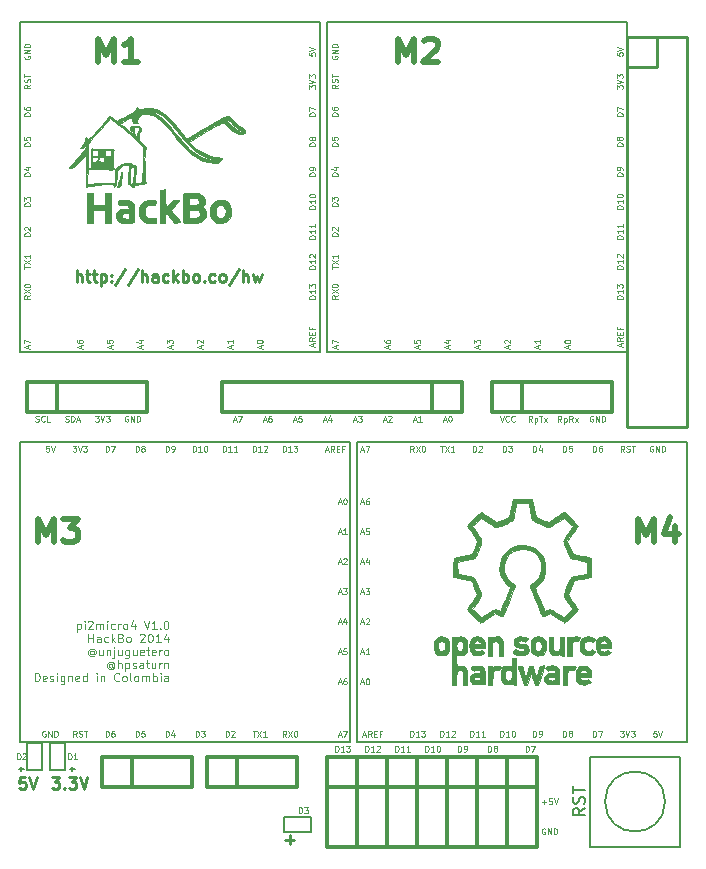
<source format=gto>
%FSLAX46Y46*%
G04 Gerber Fmt 4.6, Leading zero omitted, Abs format (unit mm)*
G04 Created by KiCad (PCBNEW (2014-08-05 BZR 5054)-product) date mié 17 sep 2014 08:22:08 COT*
%MOMM*%
G01*
G04 APERTURE LIST*
%ADD10C,0.100000*%
%ADD11C,0.125000*%
%ADD12C,0.250000*%
%ADD13C,0.127000*%
%ADD14C,0.254000*%
%ADD15C,0.304800*%
%ADD16C,0.150000*%
%ADD17C,0.114300*%
%ADD18C,0.203200*%
%ADD19C,0.500000*%
G04 APERTURE END LIST*
D10*
D11*
X145415047Y-149610000D02*
X145367428Y-149586190D01*
X145296000Y-149586190D01*
X145224571Y-149610000D01*
X145176952Y-149657619D01*
X145153143Y-149705238D01*
X145129333Y-149800476D01*
X145129333Y-149871905D01*
X145153143Y-149967143D01*
X145176952Y-150014762D01*
X145224571Y-150062381D01*
X145296000Y-150086190D01*
X145343619Y-150086190D01*
X145415047Y-150062381D01*
X145438857Y-150038571D01*
X145438857Y-149871905D01*
X145343619Y-149871905D01*
X145653143Y-150086190D02*
X145653143Y-149586190D01*
X145938857Y-150086190D01*
X145938857Y-149586190D01*
X146176953Y-150086190D02*
X146176953Y-149586190D01*
X146296000Y-149586190D01*
X146367429Y-149610000D01*
X146415048Y-149657619D01*
X146438857Y-149705238D01*
X146462667Y-149800476D01*
X146462667Y-149871905D01*
X146438857Y-149967143D01*
X146415048Y-150014762D01*
X146367429Y-150062381D01*
X146296000Y-150086190D01*
X146176953Y-150086190D01*
X145153144Y-147355714D02*
X145534096Y-147355714D01*
X145343620Y-147546190D02*
X145343620Y-147165238D01*
X146010287Y-147046190D02*
X145772192Y-147046190D01*
X145748382Y-147284286D01*
X145772192Y-147260476D01*
X145819811Y-147236667D01*
X145938858Y-147236667D01*
X145986477Y-147260476D01*
X146010287Y-147284286D01*
X146034096Y-147331905D01*
X146034096Y-147450952D01*
X146010287Y-147498571D01*
X145986477Y-147522381D01*
X145938858Y-147546190D01*
X145819811Y-147546190D01*
X145772192Y-147522381D01*
X145748382Y-147498571D01*
X146176953Y-147046190D02*
X146343620Y-147546190D01*
X146510286Y-147046190D01*
D12*
X124205952Y-150566429D02*
X123444047Y-150566429D01*
X123824999Y-150947381D02*
X123824999Y-150185476D01*
D11*
X141573334Y-114661190D02*
X141740001Y-115161190D01*
X141906667Y-114661190D01*
X142359048Y-115113571D02*
X142335238Y-115137381D01*
X142263810Y-115161190D01*
X142216191Y-115161190D01*
X142144762Y-115137381D01*
X142097143Y-115089762D01*
X142073334Y-115042143D01*
X142049524Y-114946905D01*
X142049524Y-114875476D01*
X142073334Y-114780238D01*
X142097143Y-114732619D01*
X142144762Y-114685000D01*
X142216191Y-114661190D01*
X142263810Y-114661190D01*
X142335238Y-114685000D01*
X142359048Y-114708810D01*
X142859048Y-115113571D02*
X142835238Y-115137381D01*
X142763810Y-115161190D01*
X142716191Y-115161190D01*
X142644762Y-115137381D01*
X142597143Y-115089762D01*
X142573334Y-115042143D01*
X142549524Y-114946905D01*
X142549524Y-114875476D01*
X142573334Y-114780238D01*
X142597143Y-114732619D01*
X142644762Y-114685000D01*
X142716191Y-114661190D01*
X142763810Y-114661190D01*
X142835238Y-114685000D01*
X142859048Y-114708810D01*
X144315715Y-115161190D02*
X144149048Y-114923095D01*
X144030001Y-115161190D02*
X144030001Y-114661190D01*
X144220477Y-114661190D01*
X144268096Y-114685000D01*
X144291905Y-114708810D01*
X144315715Y-114756429D01*
X144315715Y-114827857D01*
X144291905Y-114875476D01*
X144268096Y-114899286D01*
X144220477Y-114923095D01*
X144030001Y-114923095D01*
X144530001Y-114827857D02*
X144530001Y-115327857D01*
X144530001Y-114851667D02*
X144577620Y-114827857D01*
X144672858Y-114827857D01*
X144720477Y-114851667D01*
X144744286Y-114875476D01*
X144768096Y-114923095D01*
X144768096Y-115065952D01*
X144744286Y-115113571D01*
X144720477Y-115137381D01*
X144672858Y-115161190D01*
X144577620Y-115161190D01*
X144530001Y-115137381D01*
X144910953Y-114661190D02*
X145196667Y-114661190D01*
X145053810Y-115161190D02*
X145053810Y-114661190D01*
X145315715Y-115161190D02*
X145577619Y-114827857D01*
X145315715Y-114827857D02*
X145577619Y-115161190D01*
X146796191Y-115161190D02*
X146629524Y-114923095D01*
X146510477Y-115161190D02*
X146510477Y-114661190D01*
X146700953Y-114661190D01*
X146748572Y-114685000D01*
X146772381Y-114708810D01*
X146796191Y-114756429D01*
X146796191Y-114827857D01*
X146772381Y-114875476D01*
X146748572Y-114899286D01*
X146700953Y-114923095D01*
X146510477Y-114923095D01*
X147010477Y-114827857D02*
X147010477Y-115327857D01*
X147010477Y-114851667D02*
X147058096Y-114827857D01*
X147153334Y-114827857D01*
X147200953Y-114851667D01*
X147224762Y-114875476D01*
X147248572Y-114923095D01*
X147248572Y-115065952D01*
X147224762Y-115113571D01*
X147200953Y-115137381D01*
X147153334Y-115161190D01*
X147058096Y-115161190D01*
X147010477Y-115137381D01*
X147748572Y-115161190D02*
X147581905Y-114923095D01*
X147462858Y-115161190D02*
X147462858Y-114661190D01*
X147653334Y-114661190D01*
X147700953Y-114685000D01*
X147724762Y-114708810D01*
X147748572Y-114756429D01*
X147748572Y-114827857D01*
X147724762Y-114875476D01*
X147700953Y-114899286D01*
X147653334Y-114923095D01*
X147462858Y-114923095D01*
X147915239Y-115161190D02*
X148177143Y-114827857D01*
X147915239Y-114827857D02*
X148177143Y-115161190D01*
X149479047Y-114685000D02*
X149431428Y-114661190D01*
X149360000Y-114661190D01*
X149288571Y-114685000D01*
X149240952Y-114732619D01*
X149217143Y-114780238D01*
X149193333Y-114875476D01*
X149193333Y-114946905D01*
X149217143Y-115042143D01*
X149240952Y-115089762D01*
X149288571Y-115137381D01*
X149360000Y-115161190D01*
X149407619Y-115161190D01*
X149479047Y-115137381D01*
X149502857Y-115113571D01*
X149502857Y-114946905D01*
X149407619Y-114946905D01*
X149717143Y-115161190D02*
X149717143Y-114661190D01*
X150002857Y-115161190D01*
X150002857Y-114661190D01*
X150240953Y-115161190D02*
X150240953Y-114661190D01*
X150360000Y-114661190D01*
X150431429Y-114685000D01*
X150479048Y-114732619D01*
X150502857Y-114780238D01*
X150526667Y-114875476D01*
X150526667Y-114946905D01*
X150502857Y-115042143D01*
X150479048Y-115089762D01*
X150431429Y-115137381D01*
X150360000Y-115161190D01*
X150240953Y-115161190D01*
X136802858Y-115018333D02*
X137040953Y-115018333D01*
X136755239Y-115161190D02*
X136921906Y-114661190D01*
X137088572Y-115161190D01*
X137350477Y-114661190D02*
X137398096Y-114661190D01*
X137445715Y-114685000D01*
X137469524Y-114708810D01*
X137493334Y-114756429D01*
X137517143Y-114851667D01*
X137517143Y-114970714D01*
X137493334Y-115065952D01*
X137469524Y-115113571D01*
X137445715Y-115137381D01*
X137398096Y-115161190D01*
X137350477Y-115161190D01*
X137302858Y-115137381D01*
X137279048Y-115113571D01*
X137255239Y-115065952D01*
X137231429Y-114970714D01*
X137231429Y-114851667D01*
X137255239Y-114756429D01*
X137279048Y-114708810D01*
X137302858Y-114685000D01*
X137350477Y-114661190D01*
X134262858Y-115018333D02*
X134500953Y-115018333D01*
X134215239Y-115161190D02*
X134381906Y-114661190D01*
X134548572Y-115161190D01*
X134977143Y-115161190D02*
X134691429Y-115161190D01*
X134834286Y-115161190D02*
X134834286Y-114661190D01*
X134786667Y-114732619D01*
X134739048Y-114780238D01*
X134691429Y-114804048D01*
X131722858Y-115018333D02*
X131960953Y-115018333D01*
X131675239Y-115161190D02*
X131841906Y-114661190D01*
X132008572Y-115161190D01*
X132151429Y-114708810D02*
X132175239Y-114685000D01*
X132222858Y-114661190D01*
X132341905Y-114661190D01*
X132389524Y-114685000D01*
X132413334Y-114708810D01*
X132437143Y-114756429D01*
X132437143Y-114804048D01*
X132413334Y-114875476D01*
X132127620Y-115161190D01*
X132437143Y-115161190D01*
X129182858Y-115018333D02*
X129420953Y-115018333D01*
X129135239Y-115161190D02*
X129301906Y-114661190D01*
X129468572Y-115161190D01*
X129587620Y-114661190D02*
X129897143Y-114661190D01*
X129730477Y-114851667D01*
X129801905Y-114851667D01*
X129849524Y-114875476D01*
X129873334Y-114899286D01*
X129897143Y-114946905D01*
X129897143Y-115065952D01*
X129873334Y-115113571D01*
X129849524Y-115137381D01*
X129801905Y-115161190D01*
X129659048Y-115161190D01*
X129611429Y-115137381D01*
X129587620Y-115113571D01*
X126642858Y-115018333D02*
X126880953Y-115018333D01*
X126595239Y-115161190D02*
X126761906Y-114661190D01*
X126928572Y-115161190D01*
X127309524Y-114827857D02*
X127309524Y-115161190D01*
X127190477Y-114637381D02*
X127071429Y-114994524D01*
X127380953Y-114994524D01*
X124102858Y-115018333D02*
X124340953Y-115018333D01*
X124055239Y-115161190D02*
X124221906Y-114661190D01*
X124388572Y-115161190D01*
X124793334Y-114661190D02*
X124555239Y-114661190D01*
X124531429Y-114899286D01*
X124555239Y-114875476D01*
X124602858Y-114851667D01*
X124721905Y-114851667D01*
X124769524Y-114875476D01*
X124793334Y-114899286D01*
X124817143Y-114946905D01*
X124817143Y-115065952D01*
X124793334Y-115113571D01*
X124769524Y-115137381D01*
X124721905Y-115161190D01*
X124602858Y-115161190D01*
X124555239Y-115137381D01*
X124531429Y-115113571D01*
X121562858Y-115018333D02*
X121800953Y-115018333D01*
X121515239Y-115161190D02*
X121681906Y-114661190D01*
X121848572Y-115161190D01*
X122229524Y-114661190D02*
X122134286Y-114661190D01*
X122086667Y-114685000D01*
X122062858Y-114708810D01*
X122015239Y-114780238D01*
X121991429Y-114875476D01*
X121991429Y-115065952D01*
X122015239Y-115113571D01*
X122039048Y-115137381D01*
X122086667Y-115161190D01*
X122181905Y-115161190D01*
X122229524Y-115137381D01*
X122253334Y-115113571D01*
X122277143Y-115065952D01*
X122277143Y-114946905D01*
X122253334Y-114899286D01*
X122229524Y-114875476D01*
X122181905Y-114851667D01*
X122086667Y-114851667D01*
X122039048Y-114875476D01*
X122015239Y-114899286D01*
X121991429Y-114946905D01*
X119022858Y-115018333D02*
X119260953Y-115018333D01*
X118975239Y-115161190D02*
X119141906Y-114661190D01*
X119308572Y-115161190D01*
X119427620Y-114661190D02*
X119760953Y-114661190D01*
X119546667Y-115161190D01*
X127662858Y-143101190D02*
X127662858Y-142601190D01*
X127781905Y-142601190D01*
X127853334Y-142625000D01*
X127900953Y-142672619D01*
X127924762Y-142720238D01*
X127948572Y-142815476D01*
X127948572Y-142886905D01*
X127924762Y-142982143D01*
X127900953Y-143029762D01*
X127853334Y-143077381D01*
X127781905Y-143101190D01*
X127662858Y-143101190D01*
X128424762Y-143101190D02*
X128139048Y-143101190D01*
X128281905Y-143101190D02*
X128281905Y-142601190D01*
X128234286Y-142672619D01*
X128186667Y-142720238D01*
X128139048Y-142744048D01*
X128591429Y-142601190D02*
X128900952Y-142601190D01*
X128734286Y-142791667D01*
X128805714Y-142791667D01*
X128853333Y-142815476D01*
X128877143Y-142839286D01*
X128900952Y-142886905D01*
X128900952Y-143005952D01*
X128877143Y-143053571D01*
X128853333Y-143077381D01*
X128805714Y-143101190D01*
X128662857Y-143101190D01*
X128615238Y-143077381D01*
X128591429Y-143053571D01*
X110109047Y-114685000D02*
X110061428Y-114661190D01*
X109990000Y-114661190D01*
X109918571Y-114685000D01*
X109870952Y-114732619D01*
X109847143Y-114780238D01*
X109823333Y-114875476D01*
X109823333Y-114946905D01*
X109847143Y-115042143D01*
X109870952Y-115089762D01*
X109918571Y-115137381D01*
X109990000Y-115161190D01*
X110037619Y-115161190D01*
X110109047Y-115137381D01*
X110132857Y-115113571D01*
X110132857Y-114946905D01*
X110037619Y-114946905D01*
X110347143Y-115161190D02*
X110347143Y-114661190D01*
X110632857Y-115161190D01*
X110632857Y-114661190D01*
X110870953Y-115161190D02*
X110870953Y-114661190D01*
X110990000Y-114661190D01*
X111061429Y-114685000D01*
X111109048Y-114732619D01*
X111132857Y-114780238D01*
X111156667Y-114875476D01*
X111156667Y-114946905D01*
X111132857Y-115042143D01*
X111109048Y-115089762D01*
X111061429Y-115137381D01*
X110990000Y-115161190D01*
X110870953Y-115161190D01*
X107330954Y-114661190D02*
X107640477Y-114661190D01*
X107473811Y-114851667D01*
X107545239Y-114851667D01*
X107592858Y-114875476D01*
X107616668Y-114899286D01*
X107640477Y-114946905D01*
X107640477Y-115065952D01*
X107616668Y-115113571D01*
X107592858Y-115137381D01*
X107545239Y-115161190D01*
X107402382Y-115161190D01*
X107354763Y-115137381D01*
X107330954Y-115113571D01*
X107783334Y-114661190D02*
X107950001Y-115161190D01*
X108116667Y-114661190D01*
X108235715Y-114661190D02*
X108545238Y-114661190D01*
X108378572Y-114851667D01*
X108450000Y-114851667D01*
X108497619Y-114875476D01*
X108521429Y-114899286D01*
X108545238Y-114946905D01*
X108545238Y-115065952D01*
X108521429Y-115113571D01*
X108497619Y-115137381D01*
X108450000Y-115161190D01*
X108307143Y-115161190D01*
X108259524Y-115137381D01*
X108235715Y-115113571D01*
X104802858Y-115137381D02*
X104874287Y-115161190D01*
X104993334Y-115161190D01*
X105040953Y-115137381D01*
X105064763Y-115113571D01*
X105088572Y-115065952D01*
X105088572Y-115018333D01*
X105064763Y-114970714D01*
X105040953Y-114946905D01*
X104993334Y-114923095D01*
X104898096Y-114899286D01*
X104850477Y-114875476D01*
X104826668Y-114851667D01*
X104802858Y-114804048D01*
X104802858Y-114756429D01*
X104826668Y-114708810D01*
X104850477Y-114685000D01*
X104898096Y-114661190D01*
X105017144Y-114661190D01*
X105088572Y-114685000D01*
X105302858Y-115161190D02*
X105302858Y-114661190D01*
X105421905Y-114661190D01*
X105493334Y-114685000D01*
X105540953Y-114732619D01*
X105564762Y-114780238D01*
X105588572Y-114875476D01*
X105588572Y-114946905D01*
X105564762Y-115042143D01*
X105540953Y-115089762D01*
X105493334Y-115137381D01*
X105421905Y-115161190D01*
X105302858Y-115161190D01*
X105779048Y-115018333D02*
X106017143Y-115018333D01*
X105731429Y-115161190D02*
X105898096Y-114661190D01*
X106064762Y-115161190D01*
X102274762Y-115137381D02*
X102346191Y-115161190D01*
X102465238Y-115161190D01*
X102512857Y-115137381D01*
X102536667Y-115113571D01*
X102560476Y-115065952D01*
X102560476Y-115018333D01*
X102536667Y-114970714D01*
X102512857Y-114946905D01*
X102465238Y-114923095D01*
X102370000Y-114899286D01*
X102322381Y-114875476D01*
X102298572Y-114851667D01*
X102274762Y-114804048D01*
X102274762Y-114756429D01*
X102298572Y-114708810D01*
X102322381Y-114685000D01*
X102370000Y-114661190D01*
X102489048Y-114661190D01*
X102560476Y-114685000D01*
X103060476Y-115113571D02*
X103036666Y-115137381D01*
X102965238Y-115161190D01*
X102917619Y-115161190D01*
X102846190Y-115137381D01*
X102798571Y-115089762D01*
X102774762Y-115042143D01*
X102750952Y-114946905D01*
X102750952Y-114875476D01*
X102774762Y-114780238D01*
X102798571Y-114732619D01*
X102846190Y-114685000D01*
X102917619Y-114661190D01*
X102965238Y-114661190D01*
X103036666Y-114685000D01*
X103060476Y-114708810D01*
X103512857Y-115161190D02*
X103274762Y-115161190D01*
X103274762Y-114661190D01*
X130202858Y-143101190D02*
X130202858Y-142601190D01*
X130321905Y-142601190D01*
X130393334Y-142625000D01*
X130440953Y-142672619D01*
X130464762Y-142720238D01*
X130488572Y-142815476D01*
X130488572Y-142886905D01*
X130464762Y-142982143D01*
X130440953Y-143029762D01*
X130393334Y-143077381D01*
X130321905Y-143101190D01*
X130202858Y-143101190D01*
X130964762Y-143101190D02*
X130679048Y-143101190D01*
X130821905Y-143101190D02*
X130821905Y-142601190D01*
X130774286Y-142672619D01*
X130726667Y-142720238D01*
X130679048Y-142744048D01*
X131155238Y-142648810D02*
X131179048Y-142625000D01*
X131226667Y-142601190D01*
X131345714Y-142601190D01*
X131393333Y-142625000D01*
X131417143Y-142648810D01*
X131440952Y-142696429D01*
X131440952Y-142744048D01*
X131417143Y-142815476D01*
X131131429Y-143101190D01*
X131440952Y-143101190D01*
X132742858Y-143101190D02*
X132742858Y-142601190D01*
X132861905Y-142601190D01*
X132933334Y-142625000D01*
X132980953Y-142672619D01*
X133004762Y-142720238D01*
X133028572Y-142815476D01*
X133028572Y-142886905D01*
X133004762Y-142982143D01*
X132980953Y-143029762D01*
X132933334Y-143077381D01*
X132861905Y-143101190D01*
X132742858Y-143101190D01*
X133504762Y-143101190D02*
X133219048Y-143101190D01*
X133361905Y-143101190D02*
X133361905Y-142601190D01*
X133314286Y-142672619D01*
X133266667Y-142720238D01*
X133219048Y-142744048D01*
X133980952Y-143101190D02*
X133695238Y-143101190D01*
X133838095Y-143101190D02*
X133838095Y-142601190D01*
X133790476Y-142672619D01*
X133742857Y-142720238D01*
X133695238Y-142744048D01*
X135282858Y-143101190D02*
X135282858Y-142601190D01*
X135401905Y-142601190D01*
X135473334Y-142625000D01*
X135520953Y-142672619D01*
X135544762Y-142720238D01*
X135568572Y-142815476D01*
X135568572Y-142886905D01*
X135544762Y-142982143D01*
X135520953Y-143029762D01*
X135473334Y-143077381D01*
X135401905Y-143101190D01*
X135282858Y-143101190D01*
X136044762Y-143101190D02*
X135759048Y-143101190D01*
X135901905Y-143101190D02*
X135901905Y-142601190D01*
X135854286Y-142672619D01*
X135806667Y-142720238D01*
X135759048Y-142744048D01*
X136354286Y-142601190D02*
X136401905Y-142601190D01*
X136449524Y-142625000D01*
X136473333Y-142648810D01*
X136497143Y-142696429D01*
X136520952Y-142791667D01*
X136520952Y-142910714D01*
X136497143Y-143005952D01*
X136473333Y-143053571D01*
X136449524Y-143077381D01*
X136401905Y-143101190D01*
X136354286Y-143101190D01*
X136306667Y-143077381D01*
X136282857Y-143053571D01*
X136259048Y-143005952D01*
X136235238Y-142910714D01*
X136235238Y-142791667D01*
X136259048Y-142696429D01*
X136282857Y-142648810D01*
X136306667Y-142625000D01*
X136354286Y-142601190D01*
X138060953Y-143101190D02*
X138060953Y-142601190D01*
X138180000Y-142601190D01*
X138251429Y-142625000D01*
X138299048Y-142672619D01*
X138322857Y-142720238D01*
X138346667Y-142815476D01*
X138346667Y-142886905D01*
X138322857Y-142982143D01*
X138299048Y-143029762D01*
X138251429Y-143077381D01*
X138180000Y-143101190D01*
X138060953Y-143101190D01*
X138584762Y-143101190D02*
X138680000Y-143101190D01*
X138727619Y-143077381D01*
X138751429Y-143053571D01*
X138799048Y-142982143D01*
X138822857Y-142886905D01*
X138822857Y-142696429D01*
X138799048Y-142648810D01*
X138775238Y-142625000D01*
X138727619Y-142601190D01*
X138632381Y-142601190D01*
X138584762Y-142625000D01*
X138560953Y-142648810D01*
X138537143Y-142696429D01*
X138537143Y-142815476D01*
X138560953Y-142863095D01*
X138584762Y-142886905D01*
X138632381Y-142910714D01*
X138727619Y-142910714D01*
X138775238Y-142886905D01*
X138799048Y-142863095D01*
X138822857Y-142815476D01*
X140600953Y-143101190D02*
X140600953Y-142601190D01*
X140720000Y-142601190D01*
X140791429Y-142625000D01*
X140839048Y-142672619D01*
X140862857Y-142720238D01*
X140886667Y-142815476D01*
X140886667Y-142886905D01*
X140862857Y-142982143D01*
X140839048Y-143029762D01*
X140791429Y-143077381D01*
X140720000Y-143101190D01*
X140600953Y-143101190D01*
X141172381Y-142815476D02*
X141124762Y-142791667D01*
X141100953Y-142767857D01*
X141077143Y-142720238D01*
X141077143Y-142696429D01*
X141100953Y-142648810D01*
X141124762Y-142625000D01*
X141172381Y-142601190D01*
X141267619Y-142601190D01*
X141315238Y-142625000D01*
X141339048Y-142648810D01*
X141362857Y-142696429D01*
X141362857Y-142720238D01*
X141339048Y-142767857D01*
X141315238Y-142791667D01*
X141267619Y-142815476D01*
X141172381Y-142815476D01*
X141124762Y-142839286D01*
X141100953Y-142863095D01*
X141077143Y-142910714D01*
X141077143Y-143005952D01*
X141100953Y-143053571D01*
X141124762Y-143077381D01*
X141172381Y-143101190D01*
X141267619Y-143101190D01*
X141315238Y-143077381D01*
X141339048Y-143053571D01*
X141362857Y-143005952D01*
X141362857Y-142910714D01*
X141339048Y-142863095D01*
X141315238Y-142839286D01*
X141267619Y-142815476D01*
X143775953Y-143101190D02*
X143775953Y-142601190D01*
X143895000Y-142601190D01*
X143966429Y-142625000D01*
X144014048Y-142672619D01*
X144037857Y-142720238D01*
X144061667Y-142815476D01*
X144061667Y-142886905D01*
X144037857Y-142982143D01*
X144014048Y-143029762D01*
X143966429Y-143077381D01*
X143895000Y-143101190D01*
X143775953Y-143101190D01*
X144228334Y-142601190D02*
X144561667Y-142601190D01*
X144347381Y-143101190D01*
D12*
X103679810Y-145248381D02*
X104298858Y-145248381D01*
X103965524Y-145629333D01*
X104108382Y-145629333D01*
X104203620Y-145676952D01*
X104251239Y-145724571D01*
X104298858Y-145819810D01*
X104298858Y-146057905D01*
X104251239Y-146153143D01*
X104203620Y-146200762D01*
X104108382Y-146248381D01*
X103822667Y-146248381D01*
X103727429Y-146200762D01*
X103679810Y-146153143D01*
X104727429Y-146153143D02*
X104775048Y-146200762D01*
X104727429Y-146248381D01*
X104679810Y-146200762D01*
X104727429Y-146153143D01*
X104727429Y-146248381D01*
X105108381Y-145248381D02*
X105727429Y-145248381D01*
X105394095Y-145629333D01*
X105536953Y-145629333D01*
X105632191Y-145676952D01*
X105679810Y-145724571D01*
X105727429Y-145819810D01*
X105727429Y-146057905D01*
X105679810Y-146153143D01*
X105632191Y-146200762D01*
X105536953Y-146248381D01*
X105251238Y-146248381D01*
X105156000Y-146200762D01*
X105108381Y-146153143D01*
X106013143Y-145248381D02*
X106346476Y-146248381D01*
X106679810Y-145248381D01*
X101409524Y-145248381D02*
X100933333Y-145248381D01*
X100885714Y-145724571D01*
X100933333Y-145676952D01*
X101028571Y-145629333D01*
X101266667Y-145629333D01*
X101361905Y-145676952D01*
X101409524Y-145724571D01*
X101457143Y-145819810D01*
X101457143Y-146057905D01*
X101409524Y-146153143D01*
X101361905Y-146200762D01*
X101266667Y-146248381D01*
X101028571Y-146248381D01*
X100933333Y-146200762D01*
X100885714Y-146153143D01*
X101742857Y-145248381D02*
X102076190Y-146248381D01*
X102409524Y-145248381D01*
D11*
X105798335Y-132260000D02*
X105798335Y-132960000D01*
X105798335Y-132293333D02*
X105865001Y-132260000D01*
X105998335Y-132260000D01*
X106065001Y-132293333D01*
X106098335Y-132326667D01*
X106131668Y-132393333D01*
X106131668Y-132593333D01*
X106098335Y-132660000D01*
X106065001Y-132693333D01*
X105998335Y-132726667D01*
X105865001Y-132726667D01*
X105798335Y-132693333D01*
X106431668Y-132726667D02*
X106431668Y-132260000D01*
X106431668Y-132026667D02*
X106398334Y-132060000D01*
X106431668Y-132093333D01*
X106465001Y-132060000D01*
X106431668Y-132026667D01*
X106431668Y-132093333D01*
X106731667Y-132093333D02*
X106765001Y-132060000D01*
X106831667Y-132026667D01*
X106998334Y-132026667D01*
X107065001Y-132060000D01*
X107098334Y-132093333D01*
X107131667Y-132160000D01*
X107131667Y-132226667D01*
X107098334Y-132326667D01*
X106698334Y-132726667D01*
X107131667Y-132726667D01*
X107431668Y-132726667D02*
X107431668Y-132260000D01*
X107431668Y-132326667D02*
X107465001Y-132293333D01*
X107531668Y-132260000D01*
X107631668Y-132260000D01*
X107698334Y-132293333D01*
X107731668Y-132360000D01*
X107731668Y-132726667D01*
X107731668Y-132360000D02*
X107765001Y-132293333D01*
X107831668Y-132260000D01*
X107931668Y-132260000D01*
X107998334Y-132293333D01*
X108031668Y-132360000D01*
X108031668Y-132726667D01*
X108365001Y-132726667D02*
X108365001Y-132260000D01*
X108365001Y-132026667D02*
X108331667Y-132060000D01*
X108365001Y-132093333D01*
X108398334Y-132060000D01*
X108365001Y-132026667D01*
X108365001Y-132093333D01*
X108998334Y-132693333D02*
X108931667Y-132726667D01*
X108798334Y-132726667D01*
X108731667Y-132693333D01*
X108698334Y-132660000D01*
X108665000Y-132593333D01*
X108665000Y-132393333D01*
X108698334Y-132326667D01*
X108731667Y-132293333D01*
X108798334Y-132260000D01*
X108931667Y-132260000D01*
X108998334Y-132293333D01*
X109298334Y-132726667D02*
X109298334Y-132260000D01*
X109298334Y-132393333D02*
X109331667Y-132326667D01*
X109365000Y-132293333D01*
X109431667Y-132260000D01*
X109498334Y-132260000D01*
X109831667Y-132726667D02*
X109765000Y-132693333D01*
X109731667Y-132660000D01*
X109698333Y-132593333D01*
X109698333Y-132393333D01*
X109731667Y-132326667D01*
X109765000Y-132293333D01*
X109831667Y-132260000D01*
X109931667Y-132260000D01*
X109998333Y-132293333D01*
X110031667Y-132326667D01*
X110065000Y-132393333D01*
X110065000Y-132593333D01*
X110031667Y-132660000D01*
X109998333Y-132693333D01*
X109931667Y-132726667D01*
X109831667Y-132726667D01*
X110665000Y-132260000D02*
X110665000Y-132726667D01*
X110498333Y-131993333D02*
X110331666Y-132493333D01*
X110765000Y-132493333D01*
X111465000Y-132026667D02*
X111698333Y-132726667D01*
X111931666Y-132026667D01*
X112531666Y-132726667D02*
X112131666Y-132726667D01*
X112331666Y-132726667D02*
X112331666Y-132026667D01*
X112265000Y-132126667D01*
X112198333Y-132193333D01*
X112131666Y-132226667D01*
X112831667Y-132660000D02*
X112865000Y-132693333D01*
X112831667Y-132726667D01*
X112798333Y-132693333D01*
X112831667Y-132660000D01*
X112831667Y-132726667D01*
X113298333Y-132026667D02*
X113365000Y-132026667D01*
X113431666Y-132060000D01*
X113465000Y-132093333D01*
X113498333Y-132160000D01*
X113531666Y-132293333D01*
X113531666Y-132460000D01*
X113498333Y-132593333D01*
X113465000Y-132660000D01*
X113431666Y-132693333D01*
X113365000Y-132726667D01*
X113298333Y-132726667D01*
X113231666Y-132693333D01*
X113198333Y-132660000D01*
X113165000Y-132593333D01*
X113131666Y-132460000D01*
X113131666Y-132293333D01*
X113165000Y-132160000D01*
X113198333Y-132093333D01*
X113231666Y-132060000D01*
X113298333Y-132026667D01*
X106765000Y-133831667D02*
X106765000Y-133131667D01*
X106765000Y-133465000D02*
X107165000Y-133465000D01*
X107165000Y-133831667D02*
X107165000Y-133131667D01*
X107798333Y-133831667D02*
X107798333Y-133465000D01*
X107764999Y-133398333D01*
X107698333Y-133365000D01*
X107564999Y-133365000D01*
X107498333Y-133398333D01*
X107798333Y-133798333D02*
X107731666Y-133831667D01*
X107564999Y-133831667D01*
X107498333Y-133798333D01*
X107464999Y-133731667D01*
X107464999Y-133665000D01*
X107498333Y-133598333D01*
X107564999Y-133565000D01*
X107731666Y-133565000D01*
X107798333Y-133531667D01*
X108431666Y-133798333D02*
X108364999Y-133831667D01*
X108231666Y-133831667D01*
X108164999Y-133798333D01*
X108131666Y-133765000D01*
X108098332Y-133698333D01*
X108098332Y-133498333D01*
X108131666Y-133431667D01*
X108164999Y-133398333D01*
X108231666Y-133365000D01*
X108364999Y-133365000D01*
X108431666Y-133398333D01*
X108731666Y-133831667D02*
X108731666Y-133131667D01*
X108798332Y-133565000D02*
X108998332Y-133831667D01*
X108998332Y-133365000D02*
X108731666Y-133631667D01*
X109531666Y-133465000D02*
X109631666Y-133498333D01*
X109664999Y-133531667D01*
X109698333Y-133598333D01*
X109698333Y-133698333D01*
X109664999Y-133765000D01*
X109631666Y-133798333D01*
X109564999Y-133831667D01*
X109298333Y-133831667D01*
X109298333Y-133131667D01*
X109531666Y-133131667D01*
X109598333Y-133165000D01*
X109631666Y-133198333D01*
X109664999Y-133265000D01*
X109664999Y-133331667D01*
X109631666Y-133398333D01*
X109598333Y-133431667D01*
X109531666Y-133465000D01*
X109298333Y-133465000D01*
X110098333Y-133831667D02*
X110031666Y-133798333D01*
X109998333Y-133765000D01*
X109964999Y-133698333D01*
X109964999Y-133498333D01*
X109998333Y-133431667D01*
X110031666Y-133398333D01*
X110098333Y-133365000D01*
X110198333Y-133365000D01*
X110264999Y-133398333D01*
X110298333Y-133431667D01*
X110331666Y-133498333D01*
X110331666Y-133698333D01*
X110298333Y-133765000D01*
X110264999Y-133798333D01*
X110198333Y-133831667D01*
X110098333Y-133831667D01*
X111131665Y-133198333D02*
X111164999Y-133165000D01*
X111231665Y-133131667D01*
X111398332Y-133131667D01*
X111464999Y-133165000D01*
X111498332Y-133198333D01*
X111531665Y-133265000D01*
X111531665Y-133331667D01*
X111498332Y-133431667D01*
X111098332Y-133831667D01*
X111531665Y-133831667D01*
X111964999Y-133131667D02*
X112031666Y-133131667D01*
X112098332Y-133165000D01*
X112131666Y-133198333D01*
X112164999Y-133265000D01*
X112198332Y-133398333D01*
X112198332Y-133565000D01*
X112164999Y-133698333D01*
X112131666Y-133765000D01*
X112098332Y-133798333D01*
X112031666Y-133831667D01*
X111964999Y-133831667D01*
X111898332Y-133798333D01*
X111864999Y-133765000D01*
X111831666Y-133698333D01*
X111798332Y-133565000D01*
X111798332Y-133398333D01*
X111831666Y-133265000D01*
X111864999Y-133198333D01*
X111898332Y-133165000D01*
X111964999Y-133131667D01*
X112864999Y-133831667D02*
X112464999Y-133831667D01*
X112664999Y-133831667D02*
X112664999Y-133131667D01*
X112598333Y-133231667D01*
X112531666Y-133298333D01*
X112464999Y-133331667D01*
X113465000Y-133365000D02*
X113465000Y-133831667D01*
X113298333Y-133098333D02*
X113131666Y-133598333D01*
X113565000Y-133598333D01*
X107198336Y-134603333D02*
X107165003Y-134570000D01*
X107098336Y-134536667D01*
X107031669Y-134536667D01*
X106965003Y-134570000D01*
X106931669Y-134603333D01*
X106898336Y-134670000D01*
X106898336Y-134736667D01*
X106931669Y-134803333D01*
X106965003Y-134836667D01*
X107031669Y-134870000D01*
X107098336Y-134870000D01*
X107165003Y-134836667D01*
X107198336Y-134803333D01*
X107198336Y-134536667D02*
X107198336Y-134803333D01*
X107231669Y-134836667D01*
X107265003Y-134836667D01*
X107331669Y-134803333D01*
X107365003Y-134736667D01*
X107365003Y-134570000D01*
X107298336Y-134470000D01*
X107198336Y-134403333D01*
X107065003Y-134370000D01*
X106931669Y-134403333D01*
X106831669Y-134470000D01*
X106765003Y-134570000D01*
X106731669Y-134703333D01*
X106765003Y-134836667D01*
X106831669Y-134936667D01*
X106931669Y-135003333D01*
X107065003Y-135036667D01*
X107198336Y-135003333D01*
X107298336Y-134936667D01*
X107965003Y-134470000D02*
X107965003Y-134936667D01*
X107665003Y-134470000D02*
X107665003Y-134836667D01*
X107698336Y-134903333D01*
X107765003Y-134936667D01*
X107865003Y-134936667D01*
X107931669Y-134903333D01*
X107965003Y-134870000D01*
X108298336Y-134470000D02*
X108298336Y-134936667D01*
X108298336Y-134536667D02*
X108331669Y-134503333D01*
X108398336Y-134470000D01*
X108498336Y-134470000D01*
X108565002Y-134503333D01*
X108598336Y-134570000D01*
X108598336Y-134936667D01*
X108931669Y-134470000D02*
X108931669Y-135070000D01*
X108898335Y-135136667D01*
X108831669Y-135170000D01*
X108798335Y-135170000D01*
X108931669Y-134236667D02*
X108898335Y-134270000D01*
X108931669Y-134303333D01*
X108965002Y-134270000D01*
X108931669Y-134236667D01*
X108931669Y-134303333D01*
X109565002Y-134470000D02*
X109565002Y-134936667D01*
X109265002Y-134470000D02*
X109265002Y-134836667D01*
X109298335Y-134903333D01*
X109365002Y-134936667D01*
X109465002Y-134936667D01*
X109531668Y-134903333D01*
X109565002Y-134870000D01*
X110198335Y-134470000D02*
X110198335Y-135036667D01*
X110165001Y-135103333D01*
X110131668Y-135136667D01*
X110065001Y-135170000D01*
X109965001Y-135170000D01*
X109898335Y-135136667D01*
X110198335Y-134903333D02*
X110131668Y-134936667D01*
X109998335Y-134936667D01*
X109931668Y-134903333D01*
X109898335Y-134870000D01*
X109865001Y-134803333D01*
X109865001Y-134603333D01*
X109898335Y-134536667D01*
X109931668Y-134503333D01*
X109998335Y-134470000D01*
X110131668Y-134470000D01*
X110198335Y-134503333D01*
X110831668Y-134470000D02*
X110831668Y-134936667D01*
X110531668Y-134470000D02*
X110531668Y-134836667D01*
X110565001Y-134903333D01*
X110631668Y-134936667D01*
X110731668Y-134936667D01*
X110798334Y-134903333D01*
X110831668Y-134870000D01*
X111431667Y-134903333D02*
X111365001Y-134936667D01*
X111231667Y-134936667D01*
X111165001Y-134903333D01*
X111131667Y-134836667D01*
X111131667Y-134570000D01*
X111165001Y-134503333D01*
X111231667Y-134470000D01*
X111365001Y-134470000D01*
X111431667Y-134503333D01*
X111465001Y-134570000D01*
X111465001Y-134636667D01*
X111131667Y-134703333D01*
X111665001Y-134470000D02*
X111931667Y-134470000D01*
X111765001Y-134236667D02*
X111765001Y-134836667D01*
X111798334Y-134903333D01*
X111865001Y-134936667D01*
X111931667Y-134936667D01*
X112431667Y-134903333D02*
X112365001Y-134936667D01*
X112231667Y-134936667D01*
X112165001Y-134903333D01*
X112131667Y-134836667D01*
X112131667Y-134570000D01*
X112165001Y-134503333D01*
X112231667Y-134470000D01*
X112365001Y-134470000D01*
X112431667Y-134503333D01*
X112465001Y-134570000D01*
X112465001Y-134636667D01*
X112131667Y-134703333D01*
X112765001Y-134936667D02*
X112765001Y-134470000D01*
X112765001Y-134603333D02*
X112798334Y-134536667D01*
X112831667Y-134503333D01*
X112898334Y-134470000D01*
X112965001Y-134470000D01*
X113298334Y-134936667D02*
X113231667Y-134903333D01*
X113198334Y-134870000D01*
X113165000Y-134803333D01*
X113165000Y-134603333D01*
X113198334Y-134536667D01*
X113231667Y-134503333D01*
X113298334Y-134470000D01*
X113398334Y-134470000D01*
X113465000Y-134503333D01*
X113498334Y-134536667D01*
X113531667Y-134603333D01*
X113531667Y-134803333D01*
X113498334Y-134870000D01*
X113465000Y-134903333D01*
X113398334Y-134936667D01*
X113298334Y-134936667D01*
X108798335Y-135708333D02*
X108765002Y-135675000D01*
X108698335Y-135641667D01*
X108631668Y-135641667D01*
X108565002Y-135675000D01*
X108531668Y-135708333D01*
X108498335Y-135775000D01*
X108498335Y-135841667D01*
X108531668Y-135908333D01*
X108565002Y-135941667D01*
X108631668Y-135975000D01*
X108698335Y-135975000D01*
X108765002Y-135941667D01*
X108798335Y-135908333D01*
X108798335Y-135641667D02*
X108798335Y-135908333D01*
X108831668Y-135941667D01*
X108865002Y-135941667D01*
X108931668Y-135908333D01*
X108965002Y-135841667D01*
X108965002Y-135675000D01*
X108898335Y-135575000D01*
X108798335Y-135508333D01*
X108665002Y-135475000D01*
X108531668Y-135508333D01*
X108431668Y-135575000D01*
X108365002Y-135675000D01*
X108331668Y-135808333D01*
X108365002Y-135941667D01*
X108431668Y-136041667D01*
X108531668Y-136108333D01*
X108665002Y-136141667D01*
X108798335Y-136108333D01*
X108898335Y-136041667D01*
X109265002Y-136041667D02*
X109265002Y-135341667D01*
X109565002Y-136041667D02*
X109565002Y-135675000D01*
X109531668Y-135608333D01*
X109465002Y-135575000D01*
X109365002Y-135575000D01*
X109298335Y-135608333D01*
X109265002Y-135641667D01*
X109898335Y-135575000D02*
X109898335Y-136275000D01*
X109898335Y-135608333D02*
X109965001Y-135575000D01*
X110098335Y-135575000D01*
X110165001Y-135608333D01*
X110198335Y-135641667D01*
X110231668Y-135708333D01*
X110231668Y-135908333D01*
X110198335Y-135975000D01*
X110165001Y-136008333D01*
X110098335Y-136041667D01*
X109965001Y-136041667D01*
X109898335Y-136008333D01*
X110498334Y-136008333D02*
X110565001Y-136041667D01*
X110698334Y-136041667D01*
X110765001Y-136008333D01*
X110798334Y-135941667D01*
X110798334Y-135908333D01*
X110765001Y-135841667D01*
X110698334Y-135808333D01*
X110598334Y-135808333D01*
X110531668Y-135775000D01*
X110498334Y-135708333D01*
X110498334Y-135675000D01*
X110531668Y-135608333D01*
X110598334Y-135575000D01*
X110698334Y-135575000D01*
X110765001Y-135608333D01*
X111398335Y-136041667D02*
X111398335Y-135675000D01*
X111365001Y-135608333D01*
X111298335Y-135575000D01*
X111165001Y-135575000D01*
X111098335Y-135608333D01*
X111398335Y-136008333D02*
X111331668Y-136041667D01*
X111165001Y-136041667D01*
X111098335Y-136008333D01*
X111065001Y-135941667D01*
X111065001Y-135875000D01*
X111098335Y-135808333D01*
X111165001Y-135775000D01*
X111331668Y-135775000D01*
X111398335Y-135741667D01*
X111631668Y-135575000D02*
X111898334Y-135575000D01*
X111731668Y-135341667D02*
X111731668Y-135941667D01*
X111765001Y-136008333D01*
X111831668Y-136041667D01*
X111898334Y-136041667D01*
X112431668Y-135575000D02*
X112431668Y-136041667D01*
X112131668Y-135575000D02*
X112131668Y-135941667D01*
X112165001Y-136008333D01*
X112231668Y-136041667D01*
X112331668Y-136041667D01*
X112398334Y-136008333D01*
X112431668Y-135975000D01*
X112765001Y-136041667D02*
X112765001Y-135575000D01*
X112765001Y-135708333D02*
X112798334Y-135641667D01*
X112831667Y-135608333D01*
X112898334Y-135575000D01*
X112965001Y-135575000D01*
X113198334Y-135575000D02*
X113198334Y-136041667D01*
X113198334Y-135641667D02*
X113231667Y-135608333D01*
X113298334Y-135575000D01*
X113398334Y-135575000D01*
X113465000Y-135608333D01*
X113498334Y-135675000D01*
X113498334Y-136041667D01*
X102231671Y-137146667D02*
X102231671Y-136446667D01*
X102398337Y-136446667D01*
X102498337Y-136480000D01*
X102565004Y-136546667D01*
X102598337Y-136613333D01*
X102631671Y-136746667D01*
X102631671Y-136846667D01*
X102598337Y-136980000D01*
X102565004Y-137046667D01*
X102498337Y-137113333D01*
X102398337Y-137146667D01*
X102231671Y-137146667D01*
X103198337Y-137113333D02*
X103131671Y-137146667D01*
X102998337Y-137146667D01*
X102931671Y-137113333D01*
X102898337Y-137046667D01*
X102898337Y-136780000D01*
X102931671Y-136713333D01*
X102998337Y-136680000D01*
X103131671Y-136680000D01*
X103198337Y-136713333D01*
X103231671Y-136780000D01*
X103231671Y-136846667D01*
X102898337Y-136913333D01*
X103498337Y-137113333D02*
X103565004Y-137146667D01*
X103698337Y-137146667D01*
X103765004Y-137113333D01*
X103798337Y-137046667D01*
X103798337Y-137013333D01*
X103765004Y-136946667D01*
X103698337Y-136913333D01*
X103598337Y-136913333D01*
X103531671Y-136880000D01*
X103498337Y-136813333D01*
X103498337Y-136780000D01*
X103531671Y-136713333D01*
X103598337Y-136680000D01*
X103698337Y-136680000D01*
X103765004Y-136713333D01*
X104098338Y-137146667D02*
X104098338Y-136680000D01*
X104098338Y-136446667D02*
X104065004Y-136480000D01*
X104098338Y-136513333D01*
X104131671Y-136480000D01*
X104098338Y-136446667D01*
X104098338Y-136513333D01*
X104731671Y-136680000D02*
X104731671Y-137246667D01*
X104698337Y-137313333D01*
X104665004Y-137346667D01*
X104598337Y-137380000D01*
X104498337Y-137380000D01*
X104431671Y-137346667D01*
X104731671Y-137113333D02*
X104665004Y-137146667D01*
X104531671Y-137146667D01*
X104465004Y-137113333D01*
X104431671Y-137080000D01*
X104398337Y-137013333D01*
X104398337Y-136813333D01*
X104431671Y-136746667D01*
X104465004Y-136713333D01*
X104531671Y-136680000D01*
X104665004Y-136680000D01*
X104731671Y-136713333D01*
X105065004Y-136680000D02*
X105065004Y-137146667D01*
X105065004Y-136746667D02*
X105098337Y-136713333D01*
X105165004Y-136680000D01*
X105265004Y-136680000D01*
X105331670Y-136713333D01*
X105365004Y-136780000D01*
X105365004Y-137146667D01*
X105965003Y-137113333D02*
X105898337Y-137146667D01*
X105765003Y-137146667D01*
X105698337Y-137113333D01*
X105665003Y-137046667D01*
X105665003Y-136780000D01*
X105698337Y-136713333D01*
X105765003Y-136680000D01*
X105898337Y-136680000D01*
X105965003Y-136713333D01*
X105998337Y-136780000D01*
X105998337Y-136846667D01*
X105665003Y-136913333D01*
X106598337Y-137146667D02*
X106598337Y-136446667D01*
X106598337Y-137113333D02*
X106531670Y-137146667D01*
X106398337Y-137146667D01*
X106331670Y-137113333D01*
X106298337Y-137080000D01*
X106265003Y-137013333D01*
X106265003Y-136813333D01*
X106298337Y-136746667D01*
X106331670Y-136713333D01*
X106398337Y-136680000D01*
X106531670Y-136680000D01*
X106598337Y-136713333D01*
X107465003Y-137146667D02*
X107465003Y-136680000D01*
X107465003Y-136446667D02*
X107431669Y-136480000D01*
X107465003Y-136513333D01*
X107498336Y-136480000D01*
X107465003Y-136446667D01*
X107465003Y-136513333D01*
X107798336Y-136680000D02*
X107798336Y-137146667D01*
X107798336Y-136746667D02*
X107831669Y-136713333D01*
X107898336Y-136680000D01*
X107998336Y-136680000D01*
X108065002Y-136713333D01*
X108098336Y-136780000D01*
X108098336Y-137146667D01*
X109365002Y-137080000D02*
X109331668Y-137113333D01*
X109231668Y-137146667D01*
X109165002Y-137146667D01*
X109065002Y-137113333D01*
X108998335Y-137046667D01*
X108965002Y-136980000D01*
X108931668Y-136846667D01*
X108931668Y-136746667D01*
X108965002Y-136613333D01*
X108998335Y-136546667D01*
X109065002Y-136480000D01*
X109165002Y-136446667D01*
X109231668Y-136446667D01*
X109331668Y-136480000D01*
X109365002Y-136513333D01*
X109765002Y-137146667D02*
X109698335Y-137113333D01*
X109665002Y-137080000D01*
X109631668Y-137013333D01*
X109631668Y-136813333D01*
X109665002Y-136746667D01*
X109698335Y-136713333D01*
X109765002Y-136680000D01*
X109865002Y-136680000D01*
X109931668Y-136713333D01*
X109965002Y-136746667D01*
X109998335Y-136813333D01*
X109998335Y-137013333D01*
X109965002Y-137080000D01*
X109931668Y-137113333D01*
X109865002Y-137146667D01*
X109765002Y-137146667D01*
X110398335Y-137146667D02*
X110331668Y-137113333D01*
X110298335Y-137046667D01*
X110298335Y-136446667D01*
X110765002Y-137146667D02*
X110698335Y-137113333D01*
X110665002Y-137080000D01*
X110631668Y-137013333D01*
X110631668Y-136813333D01*
X110665002Y-136746667D01*
X110698335Y-136713333D01*
X110765002Y-136680000D01*
X110865002Y-136680000D01*
X110931668Y-136713333D01*
X110965002Y-136746667D01*
X110998335Y-136813333D01*
X110998335Y-137013333D01*
X110965002Y-137080000D01*
X110931668Y-137113333D01*
X110865002Y-137146667D01*
X110765002Y-137146667D01*
X111298335Y-137146667D02*
X111298335Y-136680000D01*
X111298335Y-136746667D02*
X111331668Y-136713333D01*
X111398335Y-136680000D01*
X111498335Y-136680000D01*
X111565001Y-136713333D01*
X111598335Y-136780000D01*
X111598335Y-137146667D01*
X111598335Y-136780000D02*
X111631668Y-136713333D01*
X111698335Y-136680000D01*
X111798335Y-136680000D01*
X111865001Y-136713333D01*
X111898335Y-136780000D01*
X111898335Y-137146667D01*
X112231668Y-137146667D02*
X112231668Y-136446667D01*
X112231668Y-136713333D02*
X112298334Y-136680000D01*
X112431668Y-136680000D01*
X112498334Y-136713333D01*
X112531668Y-136746667D01*
X112565001Y-136813333D01*
X112565001Y-137013333D01*
X112531668Y-137080000D01*
X112498334Y-137113333D01*
X112431668Y-137146667D01*
X112298334Y-137146667D01*
X112231668Y-137113333D01*
X112865001Y-137146667D02*
X112865001Y-136680000D01*
X112865001Y-136446667D02*
X112831667Y-136480000D01*
X112865001Y-136513333D01*
X112898334Y-136480000D01*
X112865001Y-136446667D01*
X112865001Y-136513333D01*
X113498334Y-137146667D02*
X113498334Y-136780000D01*
X113465000Y-136713333D01*
X113398334Y-136680000D01*
X113265000Y-136680000D01*
X113198334Y-136713333D01*
X113498334Y-137113333D02*
X113431667Y-137146667D01*
X113265000Y-137146667D01*
X113198334Y-137113333D01*
X113165000Y-137046667D01*
X113165000Y-136980000D01*
X113198334Y-136913333D01*
X113265000Y-136880000D01*
X113431667Y-136880000D01*
X113498334Y-136846667D01*
D12*
X105752285Y-103322381D02*
X105752285Y-102322381D01*
X106180857Y-103322381D02*
X106180857Y-102798571D01*
X106133238Y-102703333D01*
X106038000Y-102655714D01*
X105895142Y-102655714D01*
X105799904Y-102703333D01*
X105752285Y-102750952D01*
X106514190Y-102655714D02*
X106895142Y-102655714D01*
X106657047Y-102322381D02*
X106657047Y-103179524D01*
X106704666Y-103274762D01*
X106799904Y-103322381D01*
X106895142Y-103322381D01*
X107085619Y-102655714D02*
X107466571Y-102655714D01*
X107228476Y-102322381D02*
X107228476Y-103179524D01*
X107276095Y-103274762D01*
X107371333Y-103322381D01*
X107466571Y-103322381D01*
X107799905Y-102655714D02*
X107799905Y-103655714D01*
X107799905Y-102703333D02*
X107895143Y-102655714D01*
X108085620Y-102655714D01*
X108180858Y-102703333D01*
X108228477Y-102750952D01*
X108276096Y-102846190D01*
X108276096Y-103131905D01*
X108228477Y-103227143D01*
X108180858Y-103274762D01*
X108085620Y-103322381D01*
X107895143Y-103322381D01*
X107799905Y-103274762D01*
X108704667Y-103227143D02*
X108752286Y-103274762D01*
X108704667Y-103322381D01*
X108657048Y-103274762D01*
X108704667Y-103227143D01*
X108704667Y-103322381D01*
X108704667Y-102703333D02*
X108752286Y-102750952D01*
X108704667Y-102798571D01*
X108657048Y-102750952D01*
X108704667Y-102703333D01*
X108704667Y-102798571D01*
X109895143Y-102274762D02*
X109038000Y-103560476D01*
X110942762Y-102274762D02*
X110085619Y-103560476D01*
X111276095Y-103322381D02*
X111276095Y-102322381D01*
X111704667Y-103322381D02*
X111704667Y-102798571D01*
X111657048Y-102703333D01*
X111561810Y-102655714D01*
X111418952Y-102655714D01*
X111323714Y-102703333D01*
X111276095Y-102750952D01*
X112609429Y-103322381D02*
X112609429Y-102798571D01*
X112561810Y-102703333D01*
X112466572Y-102655714D01*
X112276095Y-102655714D01*
X112180857Y-102703333D01*
X112609429Y-103274762D02*
X112514191Y-103322381D01*
X112276095Y-103322381D01*
X112180857Y-103274762D01*
X112133238Y-103179524D01*
X112133238Y-103084286D01*
X112180857Y-102989048D01*
X112276095Y-102941429D01*
X112514191Y-102941429D01*
X112609429Y-102893810D01*
X113514191Y-103274762D02*
X113418953Y-103322381D01*
X113228476Y-103322381D01*
X113133238Y-103274762D01*
X113085619Y-103227143D01*
X113038000Y-103131905D01*
X113038000Y-102846190D01*
X113085619Y-102750952D01*
X113133238Y-102703333D01*
X113228476Y-102655714D01*
X113418953Y-102655714D01*
X113514191Y-102703333D01*
X113942762Y-103322381D02*
X113942762Y-102322381D01*
X114038000Y-102941429D02*
X114323715Y-103322381D01*
X114323715Y-102655714D02*
X113942762Y-103036667D01*
X114752286Y-103322381D02*
X114752286Y-102322381D01*
X114752286Y-102703333D02*
X114847524Y-102655714D01*
X115038001Y-102655714D01*
X115133239Y-102703333D01*
X115180858Y-102750952D01*
X115228477Y-102846190D01*
X115228477Y-103131905D01*
X115180858Y-103227143D01*
X115133239Y-103274762D01*
X115038001Y-103322381D01*
X114847524Y-103322381D01*
X114752286Y-103274762D01*
X115799905Y-103322381D02*
X115704667Y-103274762D01*
X115657048Y-103227143D01*
X115609429Y-103131905D01*
X115609429Y-102846190D01*
X115657048Y-102750952D01*
X115704667Y-102703333D01*
X115799905Y-102655714D01*
X115942763Y-102655714D01*
X116038001Y-102703333D01*
X116085620Y-102750952D01*
X116133239Y-102846190D01*
X116133239Y-103131905D01*
X116085620Y-103227143D01*
X116038001Y-103274762D01*
X115942763Y-103322381D01*
X115799905Y-103322381D01*
X116561810Y-103227143D02*
X116609429Y-103274762D01*
X116561810Y-103322381D01*
X116514191Y-103274762D01*
X116561810Y-103227143D01*
X116561810Y-103322381D01*
X117466572Y-103274762D02*
X117371334Y-103322381D01*
X117180857Y-103322381D01*
X117085619Y-103274762D01*
X117038000Y-103227143D01*
X116990381Y-103131905D01*
X116990381Y-102846190D01*
X117038000Y-102750952D01*
X117085619Y-102703333D01*
X117180857Y-102655714D01*
X117371334Y-102655714D01*
X117466572Y-102703333D01*
X118038000Y-103322381D02*
X117942762Y-103274762D01*
X117895143Y-103227143D01*
X117847524Y-103131905D01*
X117847524Y-102846190D01*
X117895143Y-102750952D01*
X117942762Y-102703333D01*
X118038000Y-102655714D01*
X118180858Y-102655714D01*
X118276096Y-102703333D01*
X118323715Y-102750952D01*
X118371334Y-102846190D01*
X118371334Y-103131905D01*
X118323715Y-103227143D01*
X118276096Y-103274762D01*
X118180858Y-103322381D01*
X118038000Y-103322381D01*
X119514191Y-102274762D02*
X118657048Y-103560476D01*
X119847524Y-103322381D02*
X119847524Y-102322381D01*
X120276096Y-103322381D02*
X120276096Y-102798571D01*
X120228477Y-102703333D01*
X120133239Y-102655714D01*
X119990381Y-102655714D01*
X119895143Y-102703333D01*
X119847524Y-102750952D01*
X120657048Y-102655714D02*
X120847524Y-103322381D01*
X121038001Y-102846190D01*
X121228477Y-103322381D01*
X121418953Y-102655714D01*
D13*
X105216476Y-144562286D02*
X105603524Y-144562286D01*
X105410000Y-144755810D02*
X105410000Y-144368762D01*
X100898476Y-144562286D02*
X101285524Y-144562286D01*
X101092000Y-144755810D02*
X101092000Y-144368762D01*
D14*
X157480000Y-82550000D02*
X157480000Y-115570000D01*
X152400000Y-85090000D02*
X152400000Y-115570000D01*
X157480000Y-115570000D02*
X152400000Y-115570000D01*
X157480000Y-82550000D02*
X154940000Y-82550000D01*
X152400000Y-82550000D02*
X152400000Y-85090000D01*
X154940000Y-82550000D02*
X154940000Y-85090000D01*
X154940000Y-85090000D02*
X152400000Y-85090000D01*
X152400000Y-82550000D02*
X154940000Y-82550000D01*
D13*
X103505000Y-144653000D02*
X103505000Y-142367000D01*
X103505000Y-142367000D02*
X104775000Y-142367000D01*
X104775000Y-142367000D02*
X104775000Y-144653000D01*
X104775000Y-144653000D02*
X103505000Y-144653000D01*
X101600000Y-144653000D02*
X101600000Y-142367000D01*
X101600000Y-142367000D02*
X102870000Y-142367000D01*
X102870000Y-142367000D02*
X102870000Y-144653000D01*
X102870000Y-144653000D02*
X101600000Y-144653000D01*
D15*
X116840000Y-146050000D02*
X116840000Y-143510000D01*
X116840000Y-143510000D02*
X124460000Y-143510000D01*
X124460000Y-143510000D02*
X124460000Y-146050000D01*
X124460000Y-146050000D02*
X116840000Y-146050000D01*
X119380000Y-143510000D02*
X119380000Y-146050000D01*
X107950000Y-146050000D02*
X107950000Y-143510000D01*
X107950000Y-143510000D02*
X115570000Y-143510000D01*
X115570000Y-143510000D02*
X115570000Y-146050000D01*
X115570000Y-146050000D02*
X107950000Y-146050000D01*
X110490000Y-143510000D02*
X110490000Y-146050000D01*
D13*
X155575000Y-147320000D02*
G75*
G03X155575000Y-147320000I-2540000J0D01*
G74*
G01*
X149225000Y-143510000D02*
X156845000Y-143510000D01*
X156845000Y-143510000D02*
X156845000Y-151130000D01*
X156845000Y-151130000D02*
X149225000Y-151130000D01*
X149225000Y-143510000D02*
X149225000Y-151130000D01*
D16*
X128905000Y-116840000D02*
X100965000Y-116840000D01*
X100965000Y-116840000D02*
X100965000Y-142240000D01*
X100965000Y-142240000D02*
X128905000Y-142240000D01*
X128905000Y-142240000D02*
X128905000Y-116840000D01*
X126365000Y-109220000D02*
X126365000Y-81280000D01*
X126365000Y-81280000D02*
X100965000Y-81280000D01*
X100965000Y-81280000D02*
X100965000Y-109220000D01*
X100965000Y-109220000D02*
X126365000Y-109220000D01*
X152400000Y-109220000D02*
X152400000Y-81280000D01*
X152400000Y-81280000D02*
X127000000Y-81280000D01*
X127000000Y-81280000D02*
X127000000Y-109220000D01*
X127000000Y-109220000D02*
X152400000Y-109220000D01*
X129540000Y-142240000D02*
X157480000Y-142240000D01*
X157480000Y-142240000D02*
X157480000Y-116840000D01*
X157480000Y-116840000D02*
X129540000Y-116840000D01*
X129540000Y-116840000D02*
X129540000Y-142240000D01*
D15*
X142240000Y-143510000D02*
X144780000Y-143510000D01*
X144780000Y-143510000D02*
X144780000Y-151130000D01*
X144780000Y-151130000D02*
X142240000Y-151130000D01*
X142240000Y-151130000D02*
X142240000Y-143510000D01*
X144780000Y-146050000D02*
X142240000Y-146050000D01*
X134620000Y-143510000D02*
X137160000Y-143510000D01*
X137160000Y-143510000D02*
X137160000Y-151130000D01*
X137160000Y-151130000D02*
X134620000Y-151130000D01*
X134620000Y-151130000D02*
X134620000Y-143510000D01*
X137160000Y-146050000D02*
X134620000Y-146050000D01*
X139700000Y-143510000D02*
X142240000Y-143510000D01*
X142240000Y-143510000D02*
X142240000Y-151130000D01*
X142240000Y-151130000D02*
X139700000Y-151130000D01*
X139700000Y-151130000D02*
X139700000Y-143510000D01*
X142240000Y-146050000D02*
X139700000Y-146050000D01*
X132080000Y-143510000D02*
X134620000Y-143510000D01*
X134620000Y-143510000D02*
X134620000Y-151130000D01*
X134620000Y-151130000D02*
X132080000Y-151130000D01*
X132080000Y-151130000D02*
X132080000Y-143510000D01*
X134620000Y-146050000D02*
X132080000Y-146050000D01*
X137160000Y-143510000D02*
X139700000Y-143510000D01*
X139700000Y-143510000D02*
X139700000Y-151130000D01*
X139700000Y-151130000D02*
X137160000Y-151130000D01*
X137160000Y-151130000D02*
X137160000Y-143510000D01*
X139700000Y-146050000D02*
X137160000Y-146050000D01*
X129540000Y-143510000D02*
X132080000Y-143510000D01*
X132080000Y-143510000D02*
X132080000Y-151130000D01*
X132080000Y-151130000D02*
X129540000Y-151130000D01*
X129540000Y-151130000D02*
X129540000Y-143510000D01*
X132080000Y-146050000D02*
X129540000Y-146050000D01*
X127000000Y-143510000D02*
X129540000Y-143510000D01*
X129540000Y-143510000D02*
X129540000Y-151130000D01*
X129540000Y-151130000D02*
X127000000Y-151130000D01*
X127000000Y-151130000D02*
X127000000Y-143510000D01*
X129540000Y-146050000D02*
X127000000Y-146050000D01*
X101600000Y-111760000D02*
X101600000Y-111760000D01*
X101600000Y-114300000D02*
X101600000Y-111760000D01*
X101600000Y-111760000D02*
X101600000Y-111760000D01*
X101600000Y-111760000D02*
X111760000Y-111760000D01*
X111760000Y-111760000D02*
X111760000Y-114300000D01*
X111760000Y-114300000D02*
X101600000Y-114300000D01*
X104140000Y-114300000D02*
X104140000Y-111760000D01*
X140970000Y-111760000D02*
X140970000Y-111760000D01*
X140970000Y-114300000D02*
X140970000Y-111760000D01*
X140970000Y-111760000D02*
X140970000Y-111760000D01*
X140970000Y-111760000D02*
X151130000Y-111760000D01*
X151130000Y-111760000D02*
X151130000Y-114300000D01*
X151130000Y-114300000D02*
X140970000Y-114300000D01*
X143510000Y-114300000D02*
X143510000Y-111760000D01*
X138430000Y-114300000D02*
X118110000Y-114300000D01*
X118110000Y-114300000D02*
X118110000Y-111760000D01*
X118110000Y-111760000D02*
X138430000Y-111760000D01*
X138430000Y-111760000D02*
X138430000Y-114300000D01*
X135890000Y-111760000D02*
X135890000Y-114300000D01*
D10*
G36*
X112515763Y-98212395D02*
X112506205Y-98273640D01*
X112462021Y-98301372D01*
X112409748Y-98313284D01*
X112090549Y-98356113D01*
X111812909Y-98352363D01*
X111720114Y-98338076D01*
X111562687Y-98284219D01*
X111410054Y-98199351D01*
X111381448Y-98177913D01*
X111232571Y-98036175D01*
X111134766Y-97882960D01*
X111077698Y-97695051D01*
X111051033Y-97449230D01*
X111050254Y-97433804D01*
X111044751Y-97252767D01*
X111053062Y-97124188D01*
X111080895Y-97016245D01*
X111133961Y-96897118D01*
X111153457Y-96858710D01*
X111314347Y-96629918D01*
X111523956Y-96468752D01*
X111776249Y-96378260D01*
X112065191Y-96361488D01*
X112126814Y-96367245D01*
X112313449Y-96394785D01*
X112426266Y-96432589D01*
X112476077Y-96493364D01*
X112473697Y-96589817D01*
X112432709Y-96726734D01*
X112391697Y-96816433D01*
X112342612Y-96840147D01*
X112295125Y-96828301D01*
X112198479Y-96808368D01*
X112060572Y-96796793D01*
X111999575Y-96795579D01*
X111862358Y-96804479D01*
X111769416Y-96841478D01*
X111681159Y-96923066D01*
X111673761Y-96931290D01*
X111563229Y-97106191D01*
X111514074Y-97299955D01*
X111521948Y-97495195D01*
X111582506Y-97674525D01*
X111691399Y-97820559D01*
X111844283Y-97915909D01*
X111925302Y-97937485D01*
X112076422Y-97943805D01*
X112239277Y-97923942D01*
X112267505Y-97917133D01*
X112378473Y-97890736D01*
X112448517Y-97880649D01*
X112458813Y-97882467D01*
X112472125Y-97928521D01*
X112491180Y-98030142D01*
X112501038Y-98092638D01*
X112515763Y-98212395D01*
X112515763Y-98212395D01*
X112515763Y-98212395D01*
G37*
X112515763Y-98212395D02*
X112506205Y-98273640D01*
X112462021Y-98301372D01*
X112409748Y-98313284D01*
X112090549Y-98356113D01*
X111812909Y-98352363D01*
X111720114Y-98338076D01*
X111562687Y-98284219D01*
X111410054Y-98199351D01*
X111381448Y-98177913D01*
X111232571Y-98036175D01*
X111134766Y-97882960D01*
X111077698Y-97695051D01*
X111051033Y-97449230D01*
X111050254Y-97433804D01*
X111044751Y-97252767D01*
X111053062Y-97124188D01*
X111080895Y-97016245D01*
X111133961Y-96897118D01*
X111153457Y-96858710D01*
X111314347Y-96629918D01*
X111523956Y-96468752D01*
X111776249Y-96378260D01*
X112065191Y-96361488D01*
X112126814Y-96367245D01*
X112313449Y-96394785D01*
X112426266Y-96432589D01*
X112476077Y-96493364D01*
X112473697Y-96589817D01*
X112432709Y-96726734D01*
X112391697Y-96816433D01*
X112342612Y-96840147D01*
X112295125Y-96828301D01*
X112198479Y-96808368D01*
X112060572Y-96796793D01*
X111999575Y-96795579D01*
X111862358Y-96804479D01*
X111769416Y-96841478D01*
X111681159Y-96923066D01*
X111673761Y-96931290D01*
X111563229Y-97106191D01*
X111514074Y-97299955D01*
X111521948Y-97495195D01*
X111582506Y-97674525D01*
X111691399Y-97820559D01*
X111844283Y-97915909D01*
X111925302Y-97937485D01*
X112076422Y-97943805D01*
X112239277Y-97923942D01*
X112267505Y-97917133D01*
X112378473Y-97890736D01*
X112448517Y-97880649D01*
X112458813Y-97882467D01*
X112472125Y-97928521D01*
X112491180Y-98030142D01*
X112501038Y-98092638D01*
X112515763Y-98212395D01*
X112515763Y-98212395D01*
G36*
X118870982Y-97440637D02*
X118820428Y-97727145D01*
X118704905Y-97983789D01*
X118690002Y-98006646D01*
X118531991Y-98170739D01*
X118392723Y-98249569D01*
X118392723Y-97419692D01*
X118369765Y-97177270D01*
X118364682Y-97157534D01*
X118281622Y-96965564D01*
X118158881Y-96839774D01*
X118005838Y-96785862D01*
X117831876Y-96809522D01*
X117807149Y-96819033D01*
X117677909Y-96914780D01*
X117588836Y-97064667D01*
X117540669Y-97247904D01*
X117534144Y-97443705D01*
X117570001Y-97631283D01*
X117648978Y-97789851D01*
X117768866Y-97897039D01*
X117925521Y-97952282D01*
X118065672Y-97930664D01*
X118206028Y-97829323D01*
X118214728Y-97820738D01*
X118340172Y-97638038D01*
X118392723Y-97419692D01*
X118392723Y-98249569D01*
X118322059Y-98289568D01*
X118083977Y-98355798D01*
X117841518Y-98362098D01*
X117667947Y-98321921D01*
X117463412Y-98225938D01*
X117313975Y-98100359D01*
X117191729Y-97920259D01*
X117168083Y-97875496D01*
X117088736Y-97686876D01*
X117055447Y-97501723D01*
X117051902Y-97390825D01*
X117067607Y-97129136D01*
X117119867Y-96922950D01*
X117217226Y-96747873D01*
X117318757Y-96628718D01*
X117526843Y-96468320D01*
X117760871Y-96379340D01*
X118005640Y-96359202D01*
X118245946Y-96405326D01*
X118466587Y-96515134D01*
X118652361Y-96686048D01*
X118770308Y-96874879D01*
X118854848Y-97148477D01*
X118870982Y-97440637D01*
X118870982Y-97440637D01*
X118870982Y-97440637D01*
G37*
X118870982Y-97440637D02*
X118820428Y-97727145D01*
X118704905Y-97983789D01*
X118690002Y-98006646D01*
X118531991Y-98170739D01*
X118392723Y-98249569D01*
X118392723Y-97419692D01*
X118369765Y-97177270D01*
X118364682Y-97157534D01*
X118281622Y-96965564D01*
X118158881Y-96839774D01*
X118005838Y-96785862D01*
X117831876Y-96809522D01*
X117807149Y-96819033D01*
X117677909Y-96914780D01*
X117588836Y-97064667D01*
X117540669Y-97247904D01*
X117534144Y-97443705D01*
X117570001Y-97631283D01*
X117648978Y-97789851D01*
X117768866Y-97897039D01*
X117925521Y-97952282D01*
X118065672Y-97930664D01*
X118206028Y-97829323D01*
X118214728Y-97820738D01*
X118340172Y-97638038D01*
X118392723Y-97419692D01*
X118392723Y-98249569D01*
X118322059Y-98289568D01*
X118083977Y-98355798D01*
X117841518Y-98362098D01*
X117667947Y-98321921D01*
X117463412Y-98225938D01*
X117313975Y-98100359D01*
X117191729Y-97920259D01*
X117168083Y-97875496D01*
X117088736Y-97686876D01*
X117055447Y-97501723D01*
X117051902Y-97390825D01*
X117067607Y-97129136D01*
X117119867Y-96922950D01*
X117217226Y-96747873D01*
X117318757Y-96628718D01*
X117526843Y-96468320D01*
X117760871Y-96379340D01*
X118005640Y-96359202D01*
X118245946Y-96405326D01*
X118466587Y-96515134D01*
X118652361Y-96686048D01*
X118770308Y-96874879D01*
X118854848Y-97148477D01*
X118870982Y-97440637D01*
X118870982Y-97440637D01*
G36*
X110656441Y-97836904D02*
X110653309Y-98063120D01*
X110642074Y-98206653D01*
X110624101Y-98265498D01*
X110556724Y-98290960D01*
X110424924Y-98310208D01*
X110248735Y-98322996D01*
X110193666Y-98324666D01*
X110193666Y-97959333D01*
X110193666Y-97726500D01*
X110193666Y-97493666D01*
X109960833Y-97493666D01*
X109800514Y-97503422D01*
X109696187Y-97537477D01*
X109643333Y-97578333D01*
X109567262Y-97692858D01*
X109568706Y-97796509D01*
X109640552Y-97880998D01*
X109775686Y-97938034D01*
X109966997Y-97959328D01*
X109970252Y-97959333D01*
X110193666Y-97959333D01*
X110193666Y-98324666D01*
X110048190Y-98329080D01*
X109843322Y-98328215D01*
X109654165Y-98320157D01*
X109500752Y-98304661D01*
X109403117Y-98281483D01*
X109400750Y-98280436D01*
X109249804Y-98168508D01*
X109146531Y-98004713D01*
X109096477Y-97810629D01*
X109105190Y-97607835D01*
X109178220Y-97417908D01*
X109178751Y-97417035D01*
X109300493Y-97282271D01*
X109477081Y-97194005D01*
X109716452Y-97149166D01*
X109889568Y-97141838D01*
X110199303Y-97140888D01*
X110173513Y-97031527D01*
X110122689Y-96904590D01*
X110033582Y-96825074D01*
X109893274Y-96787113D01*
X109688847Y-96784840D01*
X109637885Y-96788246D01*
X109314937Y-96812891D01*
X109287231Y-96639627D01*
X109274063Y-96527703D01*
X109274576Y-96456897D01*
X109278164Y-96447724D01*
X109326478Y-96431512D01*
X109434242Y-96407549D01*
X109565318Y-96383286D01*
X109872368Y-96357991D01*
X110137844Y-96391411D01*
X110353967Y-96481085D01*
X110512957Y-96624548D01*
X110559664Y-96698044D01*
X110589373Y-96770872D01*
X110611713Y-96870393D01*
X110628209Y-97010410D01*
X110640386Y-97204728D01*
X110649768Y-97467150D01*
X110651439Y-97528830D01*
X110656441Y-97836904D01*
X110656441Y-97836904D01*
X110656441Y-97836904D01*
G37*
X110656441Y-97836904D02*
X110653309Y-98063120D01*
X110642074Y-98206653D01*
X110624101Y-98265498D01*
X110556724Y-98290960D01*
X110424924Y-98310208D01*
X110248735Y-98322996D01*
X110193666Y-98324666D01*
X110193666Y-97959333D01*
X110193666Y-97726500D01*
X110193666Y-97493666D01*
X109960833Y-97493666D01*
X109800514Y-97503422D01*
X109696187Y-97537477D01*
X109643333Y-97578333D01*
X109567262Y-97692858D01*
X109568706Y-97796509D01*
X109640552Y-97880998D01*
X109775686Y-97938034D01*
X109966997Y-97959328D01*
X109970252Y-97959333D01*
X110193666Y-97959333D01*
X110193666Y-98324666D01*
X110048190Y-98329080D01*
X109843322Y-98328215D01*
X109654165Y-98320157D01*
X109500752Y-98304661D01*
X109403117Y-98281483D01*
X109400750Y-98280436D01*
X109249804Y-98168508D01*
X109146531Y-98004713D01*
X109096477Y-97810629D01*
X109105190Y-97607835D01*
X109178220Y-97417908D01*
X109178751Y-97417035D01*
X109300493Y-97282271D01*
X109477081Y-97194005D01*
X109716452Y-97149166D01*
X109889568Y-97141838D01*
X110199303Y-97140888D01*
X110173513Y-97031527D01*
X110122689Y-96904590D01*
X110033582Y-96825074D01*
X109893274Y-96787113D01*
X109688847Y-96784840D01*
X109637885Y-96788246D01*
X109314937Y-96812891D01*
X109287231Y-96639627D01*
X109274063Y-96527703D01*
X109274576Y-96456897D01*
X109278164Y-96447724D01*
X109326478Y-96431512D01*
X109434242Y-96407549D01*
X109565318Y-96383286D01*
X109872368Y-96357991D01*
X110137844Y-96391411D01*
X110353967Y-96481085D01*
X110512957Y-96624548D01*
X110559664Y-96698044D01*
X110589373Y-96770872D01*
X110611713Y-96870393D01*
X110628209Y-97010410D01*
X110640386Y-97204728D01*
X110649768Y-97467150D01*
X110651439Y-97528830D01*
X110656441Y-97836904D01*
X110656441Y-97836904D01*
G36*
X116739562Y-97613372D02*
X116687361Y-97835659D01*
X116566612Y-98029414D01*
X116385327Y-98182345D01*
X116229543Y-98248851D01*
X116229543Y-97477454D01*
X116162327Y-97354766D01*
X116111906Y-97323101D01*
X116111906Y-96459577D01*
X116111614Y-96456500D01*
X116059742Y-96335758D01*
X115935991Y-96247171D01*
X115748318Y-96194703D01*
X115559416Y-96181399D01*
X115316000Y-96181333D01*
X115316000Y-96498833D01*
X115316000Y-96816333D01*
X115495916Y-96815323D01*
X115660536Y-96804485D01*
X115825935Y-96779300D01*
X115844033Y-96775316D01*
X116005633Y-96710807D01*
X116093737Y-96606975D01*
X116111906Y-96459577D01*
X116111906Y-97323101D01*
X116021231Y-97266157D01*
X115808750Y-97213269D01*
X115559416Y-97197569D01*
X115316000Y-97197333D01*
X115316000Y-97557166D01*
X115316000Y-97917000D01*
X115601750Y-97916934D01*
X115851232Y-97898284D01*
X116033257Y-97843586D01*
X116034729Y-97842850D01*
X116166095Y-97740970D01*
X116220387Y-97632582D01*
X116229543Y-97477454D01*
X116229543Y-98248851D01*
X116151520Y-98282161D01*
X116118300Y-98290453D01*
X115981290Y-98310487D01*
X115785882Y-98324547D01*
X115558161Y-98332206D01*
X115324215Y-98333036D01*
X115110130Y-98326610D01*
X114941992Y-98312501D01*
X114924416Y-98310011D01*
X114808000Y-98292376D01*
X114808000Y-97068327D01*
X114808000Y-95844279D01*
X114924416Y-95814401D01*
X115050287Y-95796096D01*
X115234587Y-95786123D01*
X115451714Y-95784044D01*
X115676064Y-95789420D01*
X115882035Y-95801813D01*
X116044023Y-95820785D01*
X116107825Y-95834657D01*
X116317483Y-95931163D01*
X116476880Y-96073083D01*
X116581078Y-96245595D01*
X116625141Y-96433878D01*
X116604135Y-96623110D01*
X116513123Y-96798470D01*
X116451245Y-96865910D01*
X116382402Y-96938638D01*
X116359609Y-96981135D01*
X116366608Y-96985666D01*
X116452567Y-97020297D01*
X116552186Y-97108407D01*
X116644258Y-97226320D01*
X116707577Y-97350361D01*
X116715202Y-97374845D01*
X116739562Y-97613372D01*
X116739562Y-97613372D01*
X116739562Y-97613372D01*
G37*
X116739562Y-97613372D02*
X116687361Y-97835659D01*
X116566612Y-98029414D01*
X116385327Y-98182345D01*
X116229543Y-98248851D01*
X116229543Y-97477454D01*
X116162327Y-97354766D01*
X116111906Y-97323101D01*
X116111906Y-96459577D01*
X116111614Y-96456500D01*
X116059742Y-96335758D01*
X115935991Y-96247171D01*
X115748318Y-96194703D01*
X115559416Y-96181399D01*
X115316000Y-96181333D01*
X115316000Y-96498833D01*
X115316000Y-96816333D01*
X115495916Y-96815323D01*
X115660536Y-96804485D01*
X115825935Y-96779300D01*
X115844033Y-96775316D01*
X116005633Y-96710807D01*
X116093737Y-96606975D01*
X116111906Y-96459577D01*
X116111906Y-97323101D01*
X116021231Y-97266157D01*
X115808750Y-97213269D01*
X115559416Y-97197569D01*
X115316000Y-97197333D01*
X115316000Y-97557166D01*
X115316000Y-97917000D01*
X115601750Y-97916934D01*
X115851232Y-97898284D01*
X116033257Y-97843586D01*
X116034729Y-97842850D01*
X116166095Y-97740970D01*
X116220387Y-97632582D01*
X116229543Y-97477454D01*
X116229543Y-98248851D01*
X116151520Y-98282161D01*
X116118300Y-98290453D01*
X115981290Y-98310487D01*
X115785882Y-98324547D01*
X115558161Y-98332206D01*
X115324215Y-98333036D01*
X115110130Y-98326610D01*
X114941992Y-98312501D01*
X114924416Y-98310011D01*
X114808000Y-98292376D01*
X114808000Y-97068327D01*
X114808000Y-95844279D01*
X114924416Y-95814401D01*
X115050287Y-95796096D01*
X115234587Y-95786123D01*
X115451714Y-95784044D01*
X115676064Y-95789420D01*
X115882035Y-95801813D01*
X116044023Y-95820785D01*
X116107825Y-95834657D01*
X116317483Y-95931163D01*
X116476880Y-96073083D01*
X116581078Y-96245595D01*
X116625141Y-96433878D01*
X116604135Y-96623110D01*
X116513123Y-96798470D01*
X116451245Y-96865910D01*
X116382402Y-96938638D01*
X116359609Y-96981135D01*
X116366608Y-96985666D01*
X116452567Y-97020297D01*
X116552186Y-97108407D01*
X116644258Y-97226320D01*
X116707577Y-97350361D01*
X116715202Y-97374845D01*
X116739562Y-97613372D01*
X116739562Y-97613372D01*
G36*
X108669666Y-98298000D02*
X108436833Y-98298000D01*
X108204000Y-98298000D01*
X108204000Y-97768833D01*
X108204000Y-97239666D01*
X107674833Y-97239666D01*
X107145666Y-97239666D01*
X107145666Y-97768833D01*
X107145666Y-98298000D01*
X106912833Y-98298000D01*
X106680000Y-98298000D01*
X106680000Y-97049166D01*
X106680000Y-95800333D01*
X106912833Y-95800333D01*
X107145666Y-95800333D01*
X107145666Y-96287166D01*
X107145666Y-96774000D01*
X107674833Y-96774000D01*
X108204000Y-96774000D01*
X108204000Y-96287166D01*
X108204000Y-95800333D01*
X108436833Y-95800333D01*
X108669666Y-95800333D01*
X108669666Y-97049166D01*
X108669666Y-98298000D01*
X108669666Y-98298000D01*
X108669666Y-98298000D01*
G37*
X108669666Y-98298000D02*
X108436833Y-98298000D01*
X108204000Y-98298000D01*
X108204000Y-97768833D01*
X108204000Y-97239666D01*
X107674833Y-97239666D01*
X107145666Y-97239666D01*
X107145666Y-97768833D01*
X107145666Y-98298000D01*
X106912833Y-98298000D01*
X106680000Y-98298000D01*
X106680000Y-97049166D01*
X106680000Y-95800333D01*
X106912833Y-95800333D01*
X107145666Y-95800333D01*
X107145666Y-96287166D01*
X107145666Y-96774000D01*
X107674833Y-96774000D01*
X108204000Y-96774000D01*
X108204000Y-96287166D01*
X108204000Y-95800333D01*
X108436833Y-95800333D01*
X108669666Y-95800333D01*
X108669666Y-97049166D01*
X108669666Y-98298000D01*
X108669666Y-98298000D01*
G36*
X114511666Y-98273424D02*
X114473094Y-98286084D01*
X114372385Y-98294956D01*
X114243536Y-98298000D01*
X113975406Y-98298000D01*
X113822198Y-98075750D01*
X113700032Y-97914843D01*
X113555882Y-97747433D01*
X113476494Y-97664769D01*
X113284000Y-97476038D01*
X113284000Y-97887019D01*
X113284000Y-98298000D01*
X113051166Y-98298000D01*
X112818333Y-98298000D01*
X112818333Y-96945831D01*
X112819290Y-96616125D01*
X112822005Y-96314351D01*
X112826241Y-96050721D01*
X112831762Y-95835443D01*
X112838330Y-95678726D01*
X112845710Y-95590782D01*
X112850083Y-95575392D01*
X112907811Y-95558957D01*
X113018131Y-95538054D01*
X113082916Y-95527966D01*
X113284000Y-95498812D01*
X113286072Y-96295156D01*
X113288145Y-97091500D01*
X113616399Y-96742250D01*
X113944653Y-96393000D01*
X114206993Y-96393000D01*
X114343327Y-96397660D01*
X114438003Y-96409808D01*
X114468839Y-96424750D01*
X114441318Y-96465928D01*
X114366410Y-96555935D01*
X114255007Y-96682183D01*
X114118005Y-96832085D01*
X114093278Y-96858666D01*
X113718211Y-97260833D01*
X113956188Y-97515660D01*
X114069260Y-97644164D01*
X114190489Y-97793855D01*
X114307590Y-97947974D01*
X114408280Y-98089761D01*
X114480272Y-98202460D01*
X114511282Y-98269310D01*
X114511666Y-98273424D01*
X114511666Y-98273424D01*
X114511666Y-98273424D01*
G37*
X114511666Y-98273424D02*
X114473094Y-98286084D01*
X114372385Y-98294956D01*
X114243536Y-98298000D01*
X113975406Y-98298000D01*
X113822198Y-98075750D01*
X113700032Y-97914843D01*
X113555882Y-97747433D01*
X113476494Y-97664769D01*
X113284000Y-97476038D01*
X113284000Y-97887019D01*
X113284000Y-98298000D01*
X113051166Y-98298000D01*
X112818333Y-98298000D01*
X112818333Y-96945831D01*
X112819290Y-96616125D01*
X112822005Y-96314351D01*
X112826241Y-96050721D01*
X112831762Y-95835443D01*
X112838330Y-95678726D01*
X112845710Y-95590782D01*
X112850083Y-95575392D01*
X112907811Y-95558957D01*
X113018131Y-95538054D01*
X113082916Y-95527966D01*
X113284000Y-95498812D01*
X113286072Y-96295156D01*
X113288145Y-97091500D01*
X113616399Y-96742250D01*
X113944653Y-96393000D01*
X114206993Y-96393000D01*
X114343327Y-96397660D01*
X114438003Y-96409808D01*
X114468839Y-96424750D01*
X114441318Y-96465928D01*
X114366410Y-96555935D01*
X114255007Y-96682183D01*
X114118005Y-96832085D01*
X114093278Y-96858666D01*
X113718211Y-97260833D01*
X113956188Y-97515660D01*
X114069260Y-97644164D01*
X114190489Y-97793855D01*
X114307590Y-97947974D01*
X114408280Y-98089761D01*
X114480272Y-98202460D01*
X114511282Y-98269310D01*
X114511666Y-98273424D01*
X114511666Y-98273424D01*
G36*
X109584867Y-94057551D02*
X109583805Y-94193863D01*
X109576070Y-94398165D01*
X109558287Y-94695487D01*
X109533024Y-94918106D01*
X109497642Y-95075848D01*
X109449502Y-95178538D01*
X109385964Y-95236002D01*
X109347000Y-95251002D01*
X109247541Y-95266237D01*
X109191242Y-95261868D01*
X109177218Y-95218497D01*
X109226598Y-95119853D01*
X109241609Y-95097153D01*
X109299289Y-94981520D01*
X109360769Y-94807424D01*
X109417449Y-94600160D01*
X109431476Y-94538767D01*
X109488516Y-94282429D01*
X109530815Y-94107655D01*
X109559932Y-94012929D01*
X109577430Y-93996734D01*
X109584867Y-94057551D01*
X109584867Y-94057551D01*
X109584867Y-94057551D01*
G37*
X109584867Y-94057551D02*
X109583805Y-94193863D01*
X109576070Y-94398165D01*
X109558287Y-94695487D01*
X109533024Y-94918106D01*
X109497642Y-95075848D01*
X109449502Y-95178538D01*
X109385964Y-95236002D01*
X109347000Y-95251002D01*
X109247541Y-95266237D01*
X109191242Y-95261868D01*
X109177218Y-95218497D01*
X109226598Y-95119853D01*
X109241609Y-95097153D01*
X109299289Y-94981520D01*
X109360769Y-94807424D01*
X109417449Y-94600160D01*
X109431476Y-94538767D01*
X109488516Y-94282429D01*
X109530815Y-94107655D01*
X109559932Y-94012929D01*
X109577430Y-93996734D01*
X109584867Y-94057551D01*
X109584867Y-94057551D01*
G36*
X120013441Y-90584910D02*
X120003404Y-90681778D01*
X119955183Y-90741729D01*
X119859368Y-90789680D01*
X119687957Y-90835312D01*
X119676333Y-90834797D01*
X119676333Y-90596938D01*
X119644524Y-90553954D01*
X119561438Y-90479688D01*
X119454083Y-90396938D01*
X119327544Y-90297767D01*
X119165380Y-90160295D01*
X118992184Y-90005740D01*
X118885684Y-89906499D01*
X118709376Y-89743152D01*
X118583916Y-89638087D01*
X118502921Y-89587197D01*
X118460007Y-89586370D01*
X118448666Y-89625181D01*
X118478929Y-89679400D01*
X118560925Y-89775257D01*
X118681465Y-89900043D01*
X118827358Y-90041052D01*
X118985415Y-90185574D01*
X119142447Y-90320902D01*
X119285263Y-90434328D01*
X119299240Y-90444701D01*
X119477294Y-90566118D01*
X119599473Y-90627299D01*
X119664802Y-90627851D01*
X119676333Y-90596938D01*
X119676333Y-90834797D01*
X119509563Y-90827423D01*
X119316732Y-90762438D01*
X119102007Y-90636784D01*
X118857934Y-90446884D01*
X118577056Y-90189164D01*
X118548078Y-90160917D01*
X118387492Y-90005156D01*
X118274286Y-89901259D01*
X118196209Y-89840987D01*
X118141005Y-89816102D01*
X118096422Y-89818367D01*
X118061245Y-89833625D01*
X118002678Y-89866337D01*
X117879808Y-89936492D01*
X117701521Y-90038964D01*
X117476702Y-90168630D01*
X117214237Y-90320365D01*
X116923011Y-90489044D01*
X116613949Y-90668357D01*
X115266065Y-91451030D01*
X115513282Y-91702281D01*
X115902388Y-92039736D01*
X116351187Y-92325800D01*
X116847804Y-92554324D01*
X117380365Y-92719156D01*
X117546547Y-92755500D01*
X117734456Y-92793813D01*
X117891107Y-92827830D01*
X117998127Y-92853429D01*
X118036031Y-92865289D01*
X118049946Y-92913350D01*
X118003513Y-92989281D01*
X117909273Y-93077876D01*
X117798585Y-93153171D01*
X117648415Y-93222277D01*
X117500384Y-93251476D01*
X117500384Y-93028906D01*
X117475000Y-93009478D01*
X117406743Y-92982416D01*
X117279577Y-92941880D01*
X117116689Y-92895095D01*
X117051666Y-92877557D01*
X116781823Y-92796120D01*
X116528248Y-92696426D01*
X116284088Y-92572705D01*
X116042493Y-92419186D01*
X115796611Y-92230099D01*
X115539589Y-91999673D01*
X115264576Y-91722140D01*
X114964719Y-91391727D01*
X114633168Y-91002665D01*
X114263069Y-90549184D01*
X114213609Y-90487500D01*
X113858222Y-90059528D01*
X113536588Y-89706062D01*
X113246565Y-89424926D01*
X112986010Y-89213944D01*
X112902699Y-89157124D01*
X112670170Y-89027822D01*
X112428243Y-88929275D01*
X112203695Y-88871066D01*
X112070984Y-88859456D01*
X112017456Y-88865179D01*
X112024294Y-88883928D01*
X112098618Y-88921698D01*
X112192537Y-88961802D01*
X112453993Y-89087033D01*
X112709183Y-89245521D01*
X112966450Y-89444705D01*
X113234137Y-89692024D01*
X113520586Y-89994917D01*
X113834141Y-90360822D01*
X114022926Y-90593822D01*
X114388360Y-91045323D01*
X114714944Y-91432036D01*
X115010137Y-91760053D01*
X115281401Y-92035465D01*
X115536196Y-92264361D01*
X115781984Y-92452834D01*
X116026224Y-92606973D01*
X116276377Y-92732870D01*
X116539905Y-92836616D01*
X116824268Y-92924300D01*
X116903500Y-92945470D01*
X117101366Y-92992857D01*
X117271910Y-93026230D01*
X117403208Y-93044252D01*
X117483341Y-93045590D01*
X117500384Y-93028906D01*
X117500384Y-93251476D01*
X117485043Y-93254503D01*
X117290142Y-93250363D01*
X117045387Y-93210373D01*
X116903500Y-93178278D01*
X116497290Y-93056458D01*
X116100953Y-92892906D01*
X115747764Y-92701794D01*
X115676301Y-92655543D01*
X115471415Y-92499326D01*
X115229467Y-92283389D01*
X114960667Y-92018252D01*
X114675224Y-91714436D01*
X114383347Y-91382461D01*
X114095246Y-91032849D01*
X114066591Y-90996760D01*
X113716256Y-90565056D01*
X113401003Y-90201199D01*
X113114527Y-89899178D01*
X112850518Y-89652979D01*
X112602671Y-89456592D01*
X112364677Y-89304004D01*
X112204500Y-89221846D01*
X112051148Y-89171244D01*
X111921845Y-89147706D01*
X111921845Y-88842177D01*
X111915222Y-88829444D01*
X111864982Y-88824377D01*
X111858777Y-88829444D01*
X111864588Y-88854611D01*
X111887000Y-88857666D01*
X111921845Y-88842177D01*
X111921845Y-89147706D01*
X111858149Y-89136112D01*
X111650184Y-89117682D01*
X111451933Y-89117183D01*
X111288076Y-89135846D01*
X111188613Y-89171199D01*
X111119206Y-89239043D01*
X111041422Y-89348252D01*
X110965315Y-89478946D01*
X110913333Y-89585777D01*
X110913333Y-89238816D01*
X110887745Y-89215239D01*
X110823612Y-89242224D01*
X110739877Y-89308174D01*
X110662616Y-89392274D01*
X110585883Y-89508345D01*
X110571737Y-89570755D01*
X110612313Y-89572798D01*
X110699745Y-89507769D01*
X110745058Y-89462555D01*
X110836389Y-89358467D01*
X110897501Y-89274784D01*
X110913333Y-89238816D01*
X110913333Y-89585777D01*
X110900940Y-89611247D01*
X110858353Y-89725277D01*
X110847609Y-89801157D01*
X110860416Y-89820032D01*
X110916439Y-89854929D01*
X110901173Y-89886906D01*
X110827768Y-89906849D01*
X110733690Y-89907850D01*
X110631567Y-89896607D01*
X110569323Y-89868056D01*
X110525363Y-89801865D01*
X110478095Y-89677700D01*
X110472596Y-89662000D01*
X110426725Y-89534054D01*
X110391942Y-89442850D01*
X110378430Y-89412885D01*
X110327872Y-89414553D01*
X110216474Y-89461832D01*
X110052030Y-89550758D01*
X109842336Y-89677367D01*
X109777452Y-89718470D01*
X109430088Y-89940553D01*
X109674294Y-90114794D01*
X109830673Y-90231590D01*
X110012622Y-90375145D01*
X110182593Y-90515785D01*
X110193666Y-90525264D01*
X110322308Y-90632504D01*
X110427715Y-90714465D01*
X110492929Y-90758188D01*
X110503527Y-90762080D01*
X110534162Y-90734358D01*
X110523491Y-90667955D01*
X110482470Y-90590805D01*
X110422054Y-90530837D01*
X110410197Y-90524138D01*
X110296851Y-90444078D01*
X110260051Y-90348264D01*
X110268142Y-90289065D01*
X110321699Y-90208926D01*
X110437589Y-90157235D01*
X110623299Y-90131575D01*
X110767922Y-90127666D01*
X110933578Y-90133850D01*
X111040322Y-90156371D01*
X111113266Y-90201185D01*
X111125000Y-90212333D01*
X111188949Y-90317307D01*
X111207692Y-90438273D01*
X111180324Y-90543048D01*
X111135583Y-90588252D01*
X111098481Y-90622822D01*
X111082666Y-90668212D01*
X111082666Y-90338425D01*
X111044506Y-90280007D01*
X110945081Y-90239427D01*
X110806975Y-90222780D01*
X110683783Y-90230794D01*
X110553156Y-90255409D01*
X110498904Y-90283051D01*
X110512877Y-90321585D01*
X110554181Y-90355833D01*
X110594382Y-90420403D01*
X110634296Y-90540979D01*
X110660848Y-90666853D01*
X110704748Y-90898823D01*
X110748318Y-91052848D01*
X110789968Y-91127692D01*
X110828105Y-91122118D01*
X110861135Y-91034889D01*
X110887468Y-90864769D01*
X110889540Y-90844489D01*
X110919039Y-90645033D01*
X110963090Y-90515790D01*
X111000843Y-90463489D01*
X111061749Y-90388141D01*
X111082666Y-90338425D01*
X111082666Y-90668212D01*
X111075947Y-90687497D01*
X111064712Y-90800067D01*
X111061508Y-90978325D01*
X111061500Y-90991455D01*
X111061500Y-91353200D01*
X111368416Y-91662178D01*
X111530352Y-91831550D01*
X111629956Y-91952239D01*
X111670270Y-92029364D01*
X111654337Y-92068043D01*
X111613751Y-92075000D01*
X111582247Y-92084954D01*
X111557085Y-92119982D01*
X111537743Y-92187835D01*
X111523702Y-92296261D01*
X111514442Y-92453009D01*
X111509442Y-92665830D01*
X111508183Y-92942472D01*
X111510144Y-93290685D01*
X111513081Y-93574838D01*
X111517594Y-93930388D01*
X111522388Y-94210684D01*
X111528117Y-94425139D01*
X111535435Y-94583166D01*
X111544995Y-94694177D01*
X111557449Y-94767584D01*
X111573451Y-94812801D01*
X111593655Y-94839240D01*
X111601250Y-94845371D01*
X111660661Y-94899072D01*
X111675333Y-94924951D01*
X111635832Y-94954349D01*
X111527671Y-94989163D01*
X111373220Y-95024122D01*
X111373220Y-91926833D01*
X110963360Y-91523674D01*
X110327292Y-90920575D01*
X109665257Y-90334869D01*
X109097493Y-89865318D01*
X108566239Y-89441096D01*
X108501536Y-89538926D01*
X108408617Y-89665223D01*
X108261569Y-89846169D01*
X108065468Y-90075890D01*
X107825388Y-90348508D01*
X107546403Y-90658147D01*
X107342579Y-90880856D01*
X107159643Y-91083527D01*
X106996916Y-91271278D01*
X106863412Y-91433109D01*
X106768145Y-91558019D01*
X106720130Y-91635008D01*
X106716758Y-91644610D01*
X106710675Y-91711196D01*
X106704820Y-91852508D01*
X106699373Y-92058609D01*
X106694513Y-92319558D01*
X106690420Y-92625417D01*
X106687272Y-92966245D01*
X106685250Y-93332104D01*
X106685008Y-93403384D01*
X106680000Y-95049269D01*
X106944583Y-95018839D01*
X107115799Y-94999920D01*
X107330417Y-94977284D01*
X107547550Y-94955226D01*
X107590166Y-94951018D01*
X107796520Y-94935288D01*
X108050280Y-94922583D01*
X108314200Y-94914511D01*
X108483409Y-94912480D01*
X108995651Y-94911333D01*
X109020036Y-94329743D01*
X109044421Y-93748153D01*
X109189051Y-93615609D01*
X109376746Y-93485021D01*
X109620001Y-93376188D01*
X109890426Y-93299871D01*
X110101099Y-93269902D01*
X110254686Y-93262619D01*
X110350517Y-93272441D01*
X110414645Y-93304445D01*
X110450182Y-93337947D01*
X110549128Y-93406926D01*
X110675585Y-93452668D01*
X110680332Y-93453595D01*
X110740688Y-93465866D01*
X110784037Y-93484342D01*
X110811205Y-93520428D01*
X110823017Y-93585526D01*
X110820300Y-93691040D01*
X110803881Y-93848374D01*
X110774584Y-94068932D01*
X110741845Y-94302729D01*
X110712500Y-94521383D01*
X110689932Y-94708641D01*
X110675770Y-94849329D01*
X110671643Y-94928270D01*
X110673495Y-94939606D01*
X110721529Y-94944931D01*
X110831574Y-94942095D01*
X110981435Y-94931772D01*
X111008329Y-94929408D01*
X111324693Y-94900740D01*
X111348957Y-93413786D01*
X111373220Y-91926833D01*
X111373220Y-95024122D01*
X111366363Y-95025675D01*
X111167421Y-95060169D01*
X111033479Y-95078724D01*
X110847895Y-95108992D01*
X110728574Y-95147397D01*
X110657138Y-95200037D01*
X110653000Y-95204975D01*
X110652633Y-95205363D01*
X110652633Y-93890628D01*
X110651789Y-93738063D01*
X110628496Y-93638527D01*
X110581238Y-93582113D01*
X110508500Y-93558914D01*
X110464895Y-93556666D01*
X110411306Y-93563579D01*
X110371614Y-93592857D01*
X110341638Y-93657313D01*
X110317198Y-93769759D01*
X110294114Y-93943004D01*
X110272597Y-94146057D01*
X110247859Y-94464774D01*
X110246238Y-94708025D01*
X110268261Y-94881937D01*
X110314452Y-94992642D01*
X110348119Y-95027206D01*
X110406324Y-95058175D01*
X110444966Y-95030463D01*
X110476616Y-94962857D01*
X110503827Y-94870153D01*
X110537145Y-94717593D01*
X110571636Y-94529266D01*
X110593032Y-94394477D01*
X110632542Y-94106130D01*
X110652633Y-93890628D01*
X110652633Y-95205363D01*
X110593211Y-95268228D01*
X110536603Y-95285092D01*
X110458589Y-95253988D01*
X110352717Y-95185692D01*
X110245486Y-95101528D01*
X110166837Y-95019817D01*
X110152390Y-94997975D01*
X110121865Y-94882194D01*
X110111204Y-94685709D01*
X110120411Y-94408028D01*
X110149489Y-94048657D01*
X110159455Y-93949908D01*
X110181444Y-93719258D01*
X110186865Y-93560580D01*
X110169533Y-93461822D01*
X110123265Y-93410929D01*
X110041876Y-93395848D01*
X109919183Y-93404523D01*
X109881920Y-93408921D01*
X109680001Y-93462407D01*
X109564420Y-93536766D01*
X109449985Y-93638249D01*
X109329345Y-93739745D01*
X109327355Y-93741360D01*
X109279165Y-93782781D01*
X109244074Y-93826168D01*
X109218660Y-93886067D01*
X109199498Y-93977026D01*
X109183166Y-94113590D01*
X109166239Y-94310308D01*
X109152883Y-94482710D01*
X109127851Y-94767646D01*
X109101109Y-94977162D01*
X109070343Y-95120502D01*
X109033239Y-95206911D01*
X108987483Y-95245632D01*
X108960816Y-95250000D01*
X108926834Y-95216142D01*
X108923666Y-95193295D01*
X108883829Y-95123115D01*
X108768933Y-95074322D01*
X108585896Y-95047141D01*
X108341638Y-95041798D01*
X108043080Y-95058520D01*
X107697141Y-95097534D01*
X107399666Y-95143448D01*
X107174326Y-95180949D01*
X106972485Y-95212640D01*
X106811852Y-95235883D01*
X106710138Y-95248034D01*
X106690583Y-95249195D01*
X106595333Y-95250000D01*
X106595333Y-93926252D01*
X106595333Y-92602505D01*
X106161416Y-93030900D01*
X105983534Y-93199550D01*
X105803682Y-93358043D01*
X105640799Y-93490434D01*
X105513822Y-93580780D01*
X105494666Y-93592250D01*
X105313965Y-93683997D01*
X105189965Y-93722916D01*
X105125999Y-93710752D01*
X105125395Y-93649246D01*
X105191486Y-93540141D01*
X105252839Y-93465717D01*
X105595522Y-93074546D01*
X105882889Y-92742027D01*
X106117468Y-92464983D01*
X106301789Y-92240241D01*
X106438379Y-92064624D01*
X106529766Y-91934958D01*
X106578480Y-91848068D01*
X106587048Y-91800778D01*
X106583336Y-91794892D01*
X106538194Y-91803279D01*
X106447631Y-91850636D01*
X106368430Y-91901586D01*
X106226890Y-91987038D01*
X106118290Y-92029274D01*
X106055441Y-92024438D01*
X106045000Y-91998924D01*
X106073251Y-91953433D01*
X106146224Y-91871102D01*
X106219260Y-91797841D01*
X106393349Y-91592652D01*
X106488254Y-91383794D01*
X106510666Y-91208526D01*
X106523294Y-91099564D01*
X106553813Y-91062194D01*
X106591176Y-91101147D01*
X106612717Y-91164833D01*
X106649782Y-91244201D01*
X106689665Y-91270666D01*
X106739680Y-91240805D01*
X106835936Y-91158164D01*
X106968326Y-91033157D01*
X107126741Y-90876197D01*
X107301074Y-90697697D01*
X107481218Y-90508070D01*
X107657066Y-90317730D01*
X107818511Y-90137091D01*
X107955444Y-89976565D01*
X108004524Y-89916000D01*
X108187538Y-89685789D01*
X108325295Y-89513873D01*
X108424837Y-89391968D01*
X108493206Y-89311786D01*
X108537445Y-89265040D01*
X108564595Y-89243446D01*
X108580176Y-89238666D01*
X108624694Y-89265251D01*
X108714235Y-89335940D01*
X108831864Y-89437138D01*
X108870194Y-89471500D01*
X108991551Y-89578983D01*
X109088179Y-89660205D01*
X109143841Y-89701665D01*
X109150223Y-89704333D01*
X109197743Y-89684420D01*
X109304683Y-89629846D01*
X109457184Y-89548358D01*
X109641387Y-89447705D01*
X109843433Y-89335633D01*
X110049462Y-89219891D01*
X110245615Y-89108226D01*
X110418032Y-89008386D01*
X110552854Y-88928119D01*
X110636223Y-88875171D01*
X110646035Y-88868144D01*
X110742446Y-88769722D01*
X110803683Y-88659373D01*
X110808148Y-88643046D01*
X110840560Y-88544393D01*
X110881471Y-88528442D01*
X110939077Y-88593227D01*
X110949298Y-88609200D01*
X110988729Y-88658330D01*
X111043440Y-88681416D01*
X111137431Y-88683165D01*
X111266397Y-88671361D01*
X111546837Y-88642087D01*
X111758856Y-88622790D01*
X111918063Y-88613085D01*
X112040069Y-88612585D01*
X112140482Y-88620903D01*
X112234912Y-88637654D01*
X112273668Y-88646432D01*
X112541931Y-88728279D01*
X112805938Y-88848853D01*
X113071973Y-89013475D01*
X113346319Y-89227462D01*
X113635261Y-89496135D01*
X113945083Y-89824811D01*
X114282069Y-90218810D01*
X114598824Y-90614500D01*
X114743161Y-90799080D01*
X114868572Y-90959147D01*
X114966103Y-91083299D01*
X115026803Y-91160133D01*
X115042603Y-91179680D01*
X115081207Y-91163016D01*
X115183521Y-91108626D01*
X115340282Y-91021715D01*
X115542224Y-90907490D01*
X115780085Y-90771155D01*
X116044600Y-90617918D01*
X116106957Y-90581575D01*
X116630365Y-90277410D01*
X117084419Y-90016204D01*
X117471813Y-89796450D01*
X117795245Y-89616643D01*
X118057411Y-89475277D01*
X118261006Y-89370846D01*
X118355805Y-89325457D01*
X118473407Y-89275882D01*
X118567118Y-89255842D01*
X118651958Y-89272382D01*
X118742949Y-89332547D01*
X118855110Y-89443381D01*
X119003462Y-89611930D01*
X119028230Y-89640833D01*
X119206016Y-89826249D01*
X119423136Y-90019580D01*
X119644051Y-90189211D01*
X119646857Y-90191166D01*
X119811536Y-90308041D01*
X119917940Y-90392109D01*
X119978661Y-90456894D01*
X120006288Y-90515920D01*
X120013413Y-90582710D01*
X120013441Y-90584910D01*
X120013441Y-90584910D01*
X120013441Y-90584910D01*
G37*
X120013441Y-90584910D02*
X120003404Y-90681778D01*
X119955183Y-90741729D01*
X119859368Y-90789680D01*
X119687957Y-90835312D01*
X119676333Y-90834797D01*
X119676333Y-90596938D01*
X119644524Y-90553954D01*
X119561438Y-90479688D01*
X119454083Y-90396938D01*
X119327544Y-90297767D01*
X119165380Y-90160295D01*
X118992184Y-90005740D01*
X118885684Y-89906499D01*
X118709376Y-89743152D01*
X118583916Y-89638087D01*
X118502921Y-89587197D01*
X118460007Y-89586370D01*
X118448666Y-89625181D01*
X118478929Y-89679400D01*
X118560925Y-89775257D01*
X118681465Y-89900043D01*
X118827358Y-90041052D01*
X118985415Y-90185574D01*
X119142447Y-90320902D01*
X119285263Y-90434328D01*
X119299240Y-90444701D01*
X119477294Y-90566118D01*
X119599473Y-90627299D01*
X119664802Y-90627851D01*
X119676333Y-90596938D01*
X119676333Y-90834797D01*
X119509563Y-90827423D01*
X119316732Y-90762438D01*
X119102007Y-90636784D01*
X118857934Y-90446884D01*
X118577056Y-90189164D01*
X118548078Y-90160917D01*
X118387492Y-90005156D01*
X118274286Y-89901259D01*
X118196209Y-89840987D01*
X118141005Y-89816102D01*
X118096422Y-89818367D01*
X118061245Y-89833625D01*
X118002678Y-89866337D01*
X117879808Y-89936492D01*
X117701521Y-90038964D01*
X117476702Y-90168630D01*
X117214237Y-90320365D01*
X116923011Y-90489044D01*
X116613949Y-90668357D01*
X115266065Y-91451030D01*
X115513282Y-91702281D01*
X115902388Y-92039736D01*
X116351187Y-92325800D01*
X116847804Y-92554324D01*
X117380365Y-92719156D01*
X117546547Y-92755500D01*
X117734456Y-92793813D01*
X117891107Y-92827830D01*
X117998127Y-92853429D01*
X118036031Y-92865289D01*
X118049946Y-92913350D01*
X118003513Y-92989281D01*
X117909273Y-93077876D01*
X117798585Y-93153171D01*
X117648415Y-93222277D01*
X117500384Y-93251476D01*
X117500384Y-93028906D01*
X117475000Y-93009478D01*
X117406743Y-92982416D01*
X117279577Y-92941880D01*
X117116689Y-92895095D01*
X117051666Y-92877557D01*
X116781823Y-92796120D01*
X116528248Y-92696426D01*
X116284088Y-92572705D01*
X116042493Y-92419186D01*
X115796611Y-92230099D01*
X115539589Y-91999673D01*
X115264576Y-91722140D01*
X114964719Y-91391727D01*
X114633168Y-91002665D01*
X114263069Y-90549184D01*
X114213609Y-90487500D01*
X113858222Y-90059528D01*
X113536588Y-89706062D01*
X113246565Y-89424926D01*
X112986010Y-89213944D01*
X112902699Y-89157124D01*
X112670170Y-89027822D01*
X112428243Y-88929275D01*
X112203695Y-88871066D01*
X112070984Y-88859456D01*
X112017456Y-88865179D01*
X112024294Y-88883928D01*
X112098618Y-88921698D01*
X112192537Y-88961802D01*
X112453993Y-89087033D01*
X112709183Y-89245521D01*
X112966450Y-89444705D01*
X113234137Y-89692024D01*
X113520586Y-89994917D01*
X113834141Y-90360822D01*
X114022926Y-90593822D01*
X114388360Y-91045323D01*
X114714944Y-91432036D01*
X115010137Y-91760053D01*
X115281401Y-92035465D01*
X115536196Y-92264361D01*
X115781984Y-92452834D01*
X116026224Y-92606973D01*
X116276377Y-92732870D01*
X116539905Y-92836616D01*
X116824268Y-92924300D01*
X116903500Y-92945470D01*
X117101366Y-92992857D01*
X117271910Y-93026230D01*
X117403208Y-93044252D01*
X117483341Y-93045590D01*
X117500384Y-93028906D01*
X117500384Y-93251476D01*
X117485043Y-93254503D01*
X117290142Y-93250363D01*
X117045387Y-93210373D01*
X116903500Y-93178278D01*
X116497290Y-93056458D01*
X116100953Y-92892906D01*
X115747764Y-92701794D01*
X115676301Y-92655543D01*
X115471415Y-92499326D01*
X115229467Y-92283389D01*
X114960667Y-92018252D01*
X114675224Y-91714436D01*
X114383347Y-91382461D01*
X114095246Y-91032849D01*
X114066591Y-90996760D01*
X113716256Y-90565056D01*
X113401003Y-90201199D01*
X113114527Y-89899178D01*
X112850518Y-89652979D01*
X112602671Y-89456592D01*
X112364677Y-89304004D01*
X112204500Y-89221846D01*
X112051148Y-89171244D01*
X111921845Y-89147706D01*
X111921845Y-88842177D01*
X111915222Y-88829444D01*
X111864982Y-88824377D01*
X111858777Y-88829444D01*
X111864588Y-88854611D01*
X111887000Y-88857666D01*
X111921845Y-88842177D01*
X111921845Y-89147706D01*
X111858149Y-89136112D01*
X111650184Y-89117682D01*
X111451933Y-89117183D01*
X111288076Y-89135846D01*
X111188613Y-89171199D01*
X111119206Y-89239043D01*
X111041422Y-89348252D01*
X110965315Y-89478946D01*
X110913333Y-89585777D01*
X110913333Y-89238816D01*
X110887745Y-89215239D01*
X110823612Y-89242224D01*
X110739877Y-89308174D01*
X110662616Y-89392274D01*
X110585883Y-89508345D01*
X110571737Y-89570755D01*
X110612313Y-89572798D01*
X110699745Y-89507769D01*
X110745058Y-89462555D01*
X110836389Y-89358467D01*
X110897501Y-89274784D01*
X110913333Y-89238816D01*
X110913333Y-89585777D01*
X110900940Y-89611247D01*
X110858353Y-89725277D01*
X110847609Y-89801157D01*
X110860416Y-89820032D01*
X110916439Y-89854929D01*
X110901173Y-89886906D01*
X110827768Y-89906849D01*
X110733690Y-89907850D01*
X110631567Y-89896607D01*
X110569323Y-89868056D01*
X110525363Y-89801865D01*
X110478095Y-89677700D01*
X110472596Y-89662000D01*
X110426725Y-89534054D01*
X110391942Y-89442850D01*
X110378430Y-89412885D01*
X110327872Y-89414553D01*
X110216474Y-89461832D01*
X110052030Y-89550758D01*
X109842336Y-89677367D01*
X109777452Y-89718470D01*
X109430088Y-89940553D01*
X109674294Y-90114794D01*
X109830673Y-90231590D01*
X110012622Y-90375145D01*
X110182593Y-90515785D01*
X110193666Y-90525264D01*
X110322308Y-90632504D01*
X110427715Y-90714465D01*
X110492929Y-90758188D01*
X110503527Y-90762080D01*
X110534162Y-90734358D01*
X110523491Y-90667955D01*
X110482470Y-90590805D01*
X110422054Y-90530837D01*
X110410197Y-90524138D01*
X110296851Y-90444078D01*
X110260051Y-90348264D01*
X110268142Y-90289065D01*
X110321699Y-90208926D01*
X110437589Y-90157235D01*
X110623299Y-90131575D01*
X110767922Y-90127666D01*
X110933578Y-90133850D01*
X111040322Y-90156371D01*
X111113266Y-90201185D01*
X111125000Y-90212333D01*
X111188949Y-90317307D01*
X111207692Y-90438273D01*
X111180324Y-90543048D01*
X111135583Y-90588252D01*
X111098481Y-90622822D01*
X111082666Y-90668212D01*
X111082666Y-90338425D01*
X111044506Y-90280007D01*
X110945081Y-90239427D01*
X110806975Y-90222780D01*
X110683783Y-90230794D01*
X110553156Y-90255409D01*
X110498904Y-90283051D01*
X110512877Y-90321585D01*
X110554181Y-90355833D01*
X110594382Y-90420403D01*
X110634296Y-90540979D01*
X110660848Y-90666853D01*
X110704748Y-90898823D01*
X110748318Y-91052848D01*
X110789968Y-91127692D01*
X110828105Y-91122118D01*
X110861135Y-91034889D01*
X110887468Y-90864769D01*
X110889540Y-90844489D01*
X110919039Y-90645033D01*
X110963090Y-90515790D01*
X111000843Y-90463489D01*
X111061749Y-90388141D01*
X111082666Y-90338425D01*
X111082666Y-90668212D01*
X111075947Y-90687497D01*
X111064712Y-90800067D01*
X111061508Y-90978325D01*
X111061500Y-90991455D01*
X111061500Y-91353200D01*
X111368416Y-91662178D01*
X111530352Y-91831550D01*
X111629956Y-91952239D01*
X111670270Y-92029364D01*
X111654337Y-92068043D01*
X111613751Y-92075000D01*
X111582247Y-92084954D01*
X111557085Y-92119982D01*
X111537743Y-92187835D01*
X111523702Y-92296261D01*
X111514442Y-92453009D01*
X111509442Y-92665830D01*
X111508183Y-92942472D01*
X111510144Y-93290685D01*
X111513081Y-93574838D01*
X111517594Y-93930388D01*
X111522388Y-94210684D01*
X111528117Y-94425139D01*
X111535435Y-94583166D01*
X111544995Y-94694177D01*
X111557449Y-94767584D01*
X111573451Y-94812801D01*
X111593655Y-94839240D01*
X111601250Y-94845371D01*
X111660661Y-94899072D01*
X111675333Y-94924951D01*
X111635832Y-94954349D01*
X111527671Y-94989163D01*
X111373220Y-95024122D01*
X111373220Y-91926833D01*
X110963360Y-91523674D01*
X110327292Y-90920575D01*
X109665257Y-90334869D01*
X109097493Y-89865318D01*
X108566239Y-89441096D01*
X108501536Y-89538926D01*
X108408617Y-89665223D01*
X108261569Y-89846169D01*
X108065468Y-90075890D01*
X107825388Y-90348508D01*
X107546403Y-90658147D01*
X107342579Y-90880856D01*
X107159643Y-91083527D01*
X106996916Y-91271278D01*
X106863412Y-91433109D01*
X106768145Y-91558019D01*
X106720130Y-91635008D01*
X106716758Y-91644610D01*
X106710675Y-91711196D01*
X106704820Y-91852508D01*
X106699373Y-92058609D01*
X106694513Y-92319558D01*
X106690420Y-92625417D01*
X106687272Y-92966245D01*
X106685250Y-93332104D01*
X106685008Y-93403384D01*
X106680000Y-95049269D01*
X106944583Y-95018839D01*
X107115799Y-94999920D01*
X107330417Y-94977284D01*
X107547550Y-94955226D01*
X107590166Y-94951018D01*
X107796520Y-94935288D01*
X108050280Y-94922583D01*
X108314200Y-94914511D01*
X108483409Y-94912480D01*
X108995651Y-94911333D01*
X109020036Y-94329743D01*
X109044421Y-93748153D01*
X109189051Y-93615609D01*
X109376746Y-93485021D01*
X109620001Y-93376188D01*
X109890426Y-93299871D01*
X110101099Y-93269902D01*
X110254686Y-93262619D01*
X110350517Y-93272441D01*
X110414645Y-93304445D01*
X110450182Y-93337947D01*
X110549128Y-93406926D01*
X110675585Y-93452668D01*
X110680332Y-93453595D01*
X110740688Y-93465866D01*
X110784037Y-93484342D01*
X110811205Y-93520428D01*
X110823017Y-93585526D01*
X110820300Y-93691040D01*
X110803881Y-93848374D01*
X110774584Y-94068932D01*
X110741845Y-94302729D01*
X110712500Y-94521383D01*
X110689932Y-94708641D01*
X110675770Y-94849329D01*
X110671643Y-94928270D01*
X110673495Y-94939606D01*
X110721529Y-94944931D01*
X110831574Y-94942095D01*
X110981435Y-94931772D01*
X111008329Y-94929408D01*
X111324693Y-94900740D01*
X111348957Y-93413786D01*
X111373220Y-91926833D01*
X111373220Y-95024122D01*
X111366363Y-95025675D01*
X111167421Y-95060169D01*
X111033479Y-95078724D01*
X110847895Y-95108992D01*
X110728574Y-95147397D01*
X110657138Y-95200037D01*
X110653000Y-95204975D01*
X110652633Y-95205363D01*
X110652633Y-93890628D01*
X110651789Y-93738063D01*
X110628496Y-93638527D01*
X110581238Y-93582113D01*
X110508500Y-93558914D01*
X110464895Y-93556666D01*
X110411306Y-93563579D01*
X110371614Y-93592857D01*
X110341638Y-93657313D01*
X110317198Y-93769759D01*
X110294114Y-93943004D01*
X110272597Y-94146057D01*
X110247859Y-94464774D01*
X110246238Y-94708025D01*
X110268261Y-94881937D01*
X110314452Y-94992642D01*
X110348119Y-95027206D01*
X110406324Y-95058175D01*
X110444966Y-95030463D01*
X110476616Y-94962857D01*
X110503827Y-94870153D01*
X110537145Y-94717593D01*
X110571636Y-94529266D01*
X110593032Y-94394477D01*
X110632542Y-94106130D01*
X110652633Y-93890628D01*
X110652633Y-95205363D01*
X110593211Y-95268228D01*
X110536603Y-95285092D01*
X110458589Y-95253988D01*
X110352717Y-95185692D01*
X110245486Y-95101528D01*
X110166837Y-95019817D01*
X110152390Y-94997975D01*
X110121865Y-94882194D01*
X110111204Y-94685709D01*
X110120411Y-94408028D01*
X110149489Y-94048657D01*
X110159455Y-93949908D01*
X110181444Y-93719258D01*
X110186865Y-93560580D01*
X110169533Y-93461822D01*
X110123265Y-93410929D01*
X110041876Y-93395848D01*
X109919183Y-93404523D01*
X109881920Y-93408921D01*
X109680001Y-93462407D01*
X109564420Y-93536766D01*
X109449985Y-93638249D01*
X109329345Y-93739745D01*
X109327355Y-93741360D01*
X109279165Y-93782781D01*
X109244074Y-93826168D01*
X109218660Y-93886067D01*
X109199498Y-93977026D01*
X109183166Y-94113590D01*
X109166239Y-94310308D01*
X109152883Y-94482710D01*
X109127851Y-94767646D01*
X109101109Y-94977162D01*
X109070343Y-95120502D01*
X109033239Y-95206911D01*
X108987483Y-95245632D01*
X108960816Y-95250000D01*
X108926834Y-95216142D01*
X108923666Y-95193295D01*
X108883829Y-95123115D01*
X108768933Y-95074322D01*
X108585896Y-95047141D01*
X108341638Y-95041798D01*
X108043080Y-95058520D01*
X107697141Y-95097534D01*
X107399666Y-95143448D01*
X107174326Y-95180949D01*
X106972485Y-95212640D01*
X106811852Y-95235883D01*
X106710138Y-95248034D01*
X106690583Y-95249195D01*
X106595333Y-95250000D01*
X106595333Y-93926252D01*
X106595333Y-92602505D01*
X106161416Y-93030900D01*
X105983534Y-93199550D01*
X105803682Y-93358043D01*
X105640799Y-93490434D01*
X105513822Y-93580780D01*
X105494666Y-93592250D01*
X105313965Y-93683997D01*
X105189965Y-93722916D01*
X105125999Y-93710752D01*
X105125395Y-93649246D01*
X105191486Y-93540141D01*
X105252839Y-93465717D01*
X105595522Y-93074546D01*
X105882889Y-92742027D01*
X106117468Y-92464983D01*
X106301789Y-92240241D01*
X106438379Y-92064624D01*
X106529766Y-91934958D01*
X106578480Y-91848068D01*
X106587048Y-91800778D01*
X106583336Y-91794892D01*
X106538194Y-91803279D01*
X106447631Y-91850636D01*
X106368430Y-91901586D01*
X106226890Y-91987038D01*
X106118290Y-92029274D01*
X106055441Y-92024438D01*
X106045000Y-91998924D01*
X106073251Y-91953433D01*
X106146224Y-91871102D01*
X106219260Y-91797841D01*
X106393349Y-91592652D01*
X106488254Y-91383794D01*
X106510666Y-91208526D01*
X106523294Y-91099564D01*
X106553813Y-91062194D01*
X106591176Y-91101147D01*
X106612717Y-91164833D01*
X106649782Y-91244201D01*
X106689665Y-91270666D01*
X106739680Y-91240805D01*
X106835936Y-91158164D01*
X106968326Y-91033157D01*
X107126741Y-90876197D01*
X107301074Y-90697697D01*
X107481218Y-90508070D01*
X107657066Y-90317730D01*
X107818511Y-90137091D01*
X107955444Y-89976565D01*
X108004524Y-89916000D01*
X108187538Y-89685789D01*
X108325295Y-89513873D01*
X108424837Y-89391968D01*
X108493206Y-89311786D01*
X108537445Y-89265040D01*
X108564595Y-89243446D01*
X108580176Y-89238666D01*
X108624694Y-89265251D01*
X108714235Y-89335940D01*
X108831864Y-89437138D01*
X108870194Y-89471500D01*
X108991551Y-89578983D01*
X109088179Y-89660205D01*
X109143841Y-89701665D01*
X109150223Y-89704333D01*
X109197743Y-89684420D01*
X109304683Y-89629846D01*
X109457184Y-89548358D01*
X109641387Y-89447705D01*
X109843433Y-89335633D01*
X110049462Y-89219891D01*
X110245615Y-89108226D01*
X110418032Y-89008386D01*
X110552854Y-88928119D01*
X110636223Y-88875171D01*
X110646035Y-88868144D01*
X110742446Y-88769722D01*
X110803683Y-88659373D01*
X110808148Y-88643046D01*
X110840560Y-88544393D01*
X110881471Y-88528442D01*
X110939077Y-88593227D01*
X110949298Y-88609200D01*
X110988729Y-88658330D01*
X111043440Y-88681416D01*
X111137431Y-88683165D01*
X111266397Y-88671361D01*
X111546837Y-88642087D01*
X111758856Y-88622790D01*
X111918063Y-88613085D01*
X112040069Y-88612585D01*
X112140482Y-88620903D01*
X112234912Y-88637654D01*
X112273668Y-88646432D01*
X112541931Y-88728279D01*
X112805938Y-88848853D01*
X113071973Y-89013475D01*
X113346319Y-89227462D01*
X113635261Y-89496135D01*
X113945083Y-89824811D01*
X114282069Y-90218810D01*
X114598824Y-90614500D01*
X114743161Y-90799080D01*
X114868572Y-90959147D01*
X114966103Y-91083299D01*
X115026803Y-91160133D01*
X115042603Y-91179680D01*
X115081207Y-91163016D01*
X115183521Y-91108626D01*
X115340282Y-91021715D01*
X115542224Y-90907490D01*
X115780085Y-90771155D01*
X116044600Y-90617918D01*
X116106957Y-90581575D01*
X116630365Y-90277410D01*
X117084419Y-90016204D01*
X117471813Y-89796450D01*
X117795245Y-89616643D01*
X118057411Y-89475277D01*
X118261006Y-89370846D01*
X118355805Y-89325457D01*
X118473407Y-89275882D01*
X118567118Y-89255842D01*
X118651958Y-89272382D01*
X118742949Y-89332547D01*
X118855110Y-89443381D01*
X119003462Y-89611930D01*
X119028230Y-89640833D01*
X119206016Y-89826249D01*
X119423136Y-90019580D01*
X119644051Y-90189211D01*
X119646857Y-90191166D01*
X119811536Y-90308041D01*
X119917940Y-90392109D01*
X119978661Y-90456894D01*
X120006288Y-90515920D01*
X120013413Y-90582710D01*
X120013441Y-90584910D01*
X120013441Y-90584910D01*
G36*
X108994856Y-93734411D02*
X108977371Y-93757788D01*
X108966000Y-93764499D01*
X108866542Y-93806483D01*
X108745741Y-93824513D01*
X108712000Y-93823676D01*
X108712000Y-93657316D01*
X108712000Y-93289966D01*
X108712000Y-92773500D01*
X108712000Y-92667666D01*
X108712000Y-92439362D01*
X108705363Y-92297346D01*
X108673802Y-92213662D01*
X108599836Y-92173078D01*
X108465985Y-92160362D01*
X108391037Y-92159666D01*
X108204000Y-92159666D01*
X108204000Y-92413666D01*
X108204000Y-92667666D01*
X108458000Y-92667666D01*
X108712000Y-92667666D01*
X108712000Y-92773500D01*
X108690833Y-92752333D01*
X108669666Y-92773500D01*
X108690833Y-92794666D01*
X108712000Y-92773500D01*
X108712000Y-93289966D01*
X108702955Y-93263401D01*
X108702955Y-93068982D01*
X108697888Y-93062777D01*
X108672721Y-93068588D01*
X108669666Y-93091000D01*
X108685155Y-93125845D01*
X108697888Y-93119222D01*
X108702955Y-93068982D01*
X108702955Y-93263401D01*
X108698103Y-93249151D01*
X108644302Y-93227113D01*
X108532431Y-93218707D01*
X108458000Y-93218000D01*
X108317610Y-93219959D01*
X108317610Y-93122232D01*
X108293790Y-93076089D01*
X108288579Y-93069728D01*
X108255934Y-92975698D01*
X108261171Y-92879228D01*
X108267410Y-92789697D01*
X108246032Y-92752353D01*
X108245275Y-92752333D01*
X108220658Y-92790172D01*
X108205893Y-92885909D01*
X108204000Y-92942833D01*
X108211294Y-93065683D01*
X108237508Y-93122797D01*
X108272683Y-93133333D01*
X108317610Y-93122232D01*
X108317610Y-93219959D01*
X108317359Y-93219963D01*
X108241443Y-93231885D01*
X108210313Y-93262811D01*
X108204031Y-93321790D01*
X108204000Y-93333252D01*
X108204000Y-93448505D01*
X108269900Y-93354419D01*
X108369636Y-93276461D01*
X108473100Y-93260333D01*
X108584551Y-93275137D01*
X108660837Y-93310774D01*
X108661200Y-93311133D01*
X108702255Y-93335950D01*
X108712000Y-93289966D01*
X108712000Y-93657316D01*
X108696851Y-93613166D01*
X108659083Y-93632093D01*
X108577310Y-93673566D01*
X108500333Y-93695011D01*
X108452058Y-93708032D01*
X108482638Y-93716339D01*
X108553250Y-93720234D01*
X108662724Y-93714654D01*
X108707865Y-93682417D01*
X108712000Y-93657316D01*
X108712000Y-93823676D01*
X108580587Y-93820418D01*
X108436833Y-93806564D01*
X108317726Y-93797145D01*
X108317726Y-93673881D01*
X108299934Y-93630180D01*
X108284662Y-93609583D01*
X108234351Y-93543048D01*
X108215978Y-93517861D01*
X108206628Y-93538651D01*
X108204000Y-93591944D01*
X108230594Y-93667922D01*
X108272683Y-93683666D01*
X108317726Y-93673881D01*
X108317726Y-93797145D01*
X108285240Y-93794577D01*
X108119333Y-93786828D01*
X108119333Y-93614983D01*
X108119333Y-93260333D01*
X108119333Y-93133333D01*
X108119333Y-92942833D01*
X108119333Y-92752333D01*
X108119333Y-92252800D01*
X108111225Y-92199257D01*
X108073266Y-92171366D01*
X107985004Y-92160947D01*
X107886500Y-92159666D01*
X107752642Y-92162909D01*
X107682916Y-92178093D01*
X107656867Y-92213398D01*
X107653666Y-92252800D01*
X107662881Y-92314604D01*
X107697534Y-92301826D01*
X107704466Y-92295133D01*
X107780916Y-92258697D01*
X107886500Y-92244333D01*
X107996115Y-92259822D01*
X108068533Y-92295133D01*
X108107271Y-92316976D01*
X108119202Y-92265378D01*
X108119333Y-92252800D01*
X108119333Y-92752333D01*
X108118685Y-92752333D01*
X108118685Y-92593583D01*
X108105107Y-92550278D01*
X108086442Y-92561833D01*
X108025755Y-92627877D01*
X108016535Y-92635916D01*
X108016167Y-92662321D01*
X108048777Y-92667666D01*
X108108243Y-92633194D01*
X108118685Y-92593583D01*
X108118685Y-92752333D01*
X107891029Y-92752333D01*
X107740739Y-92760898D01*
X107738333Y-92761946D01*
X107738333Y-92648998D01*
X107708668Y-92612855D01*
X107696000Y-92604166D01*
X107656990Y-92607523D01*
X107653666Y-92622834D01*
X107684396Y-92665943D01*
X107696000Y-92667666D01*
X107737232Y-92653223D01*
X107738333Y-92648998D01*
X107738333Y-92761946D01*
X107656150Y-92797749D01*
X107619084Y-92879614D01*
X107611333Y-93009795D01*
X107614926Y-93078179D01*
X107639007Y-93115089D01*
X107703532Y-93130231D01*
X107828456Y-93133310D01*
X107865333Y-93133333D01*
X108119333Y-93133333D01*
X108119333Y-93260333D01*
X108086789Y-93219626D01*
X108074501Y-93218000D01*
X108049218Y-93243934D01*
X108055833Y-93260333D01*
X108093874Y-93300718D01*
X108100665Y-93302666D01*
X108118847Y-93269913D01*
X108119333Y-93260333D01*
X108119333Y-93614983D01*
X108103420Y-93570774D01*
X108066416Y-93588132D01*
X107977051Y-93641894D01*
X107950000Y-93653473D01*
X107937405Y-93670894D01*
X107998656Y-93680186D01*
X108002916Y-93680324D01*
X108094787Y-93664256D01*
X108119333Y-93614983D01*
X108119333Y-93786828D01*
X108073745Y-93784699D01*
X107849370Y-93778394D01*
X107849370Y-93666298D01*
X107788256Y-93639096D01*
X107781861Y-93636541D01*
X107690591Y-93586655D01*
X107669855Y-93567274D01*
X107669855Y-93226989D01*
X107652338Y-93218000D01*
X107615952Y-93252308D01*
X107611333Y-93281500D01*
X107620390Y-93337981D01*
X107627970Y-93345000D01*
X107655267Y-93311897D01*
X107668975Y-93281500D01*
X107669855Y-93226989D01*
X107669855Y-93567274D01*
X107644926Y-93543974D01*
X107619793Y-93533452D01*
X107611981Y-93588416D01*
X107625479Y-93654596D01*
X107683455Y-93679256D01*
X107748916Y-93680983D01*
X107838344Y-93677445D01*
X107849370Y-93666298D01*
X107849370Y-93778394D01*
X107827105Y-93777769D01*
X107570076Y-93774624D01*
X107569000Y-93774622D01*
X107569000Y-92667666D01*
X107569000Y-92413666D01*
X107569000Y-92159666D01*
X107336166Y-92159666D01*
X107103333Y-92159666D01*
X107103333Y-92413666D01*
X107103333Y-92667666D01*
X107336166Y-92667666D01*
X107569000Y-92667666D01*
X107569000Y-93774622D01*
X107554256Y-93774609D01*
X107554256Y-92780821D01*
X107511256Y-92760410D01*
X107407017Y-92752891D01*
X107340695Y-92752333D01*
X107103333Y-92752333D01*
X107103333Y-92942833D01*
X107103333Y-93133333D01*
X107315000Y-93133333D01*
X107440324Y-93130464D01*
X107502822Y-93113367D01*
X107524320Y-93069301D01*
X107526666Y-93009795D01*
X107535272Y-92895311D01*
X107552362Y-92819295D01*
X107554256Y-92780821D01*
X107554256Y-93774609D01*
X107526666Y-93774583D01*
X107526666Y-93611700D01*
X107526666Y-93260333D01*
X107494122Y-93219626D01*
X107481834Y-93218000D01*
X107456551Y-93243934D01*
X107463166Y-93260333D01*
X107501207Y-93300718D01*
X107507998Y-93302666D01*
X107526181Y-93269913D01*
X107526666Y-93260333D01*
X107526666Y-93611700D01*
X107515203Y-93565000D01*
X107475866Y-93590533D01*
X107396706Y-93629651D01*
X107315000Y-93641333D01*
X107211763Y-93622852D01*
X107180511Y-93605325D01*
X107180511Y-93244844D01*
X107173888Y-93232111D01*
X107123649Y-93227044D01*
X107117444Y-93232111D01*
X107123255Y-93257278D01*
X107145666Y-93260333D01*
X107180511Y-93244844D01*
X107180511Y-93605325D01*
X107154133Y-93590533D01*
X107113077Y-93565716D01*
X107103333Y-93611700D01*
X107119639Y-93655695D01*
X107181227Y-93677527D01*
X107307102Y-93683656D01*
X107315000Y-93683666D01*
X107444399Y-93678122D01*
X107508610Y-93657182D01*
X107526636Y-93614385D01*
X107526666Y-93611700D01*
X107526666Y-93774583D01*
X107491639Y-93774550D01*
X107195807Y-93772688D01*
X106983482Y-93765622D01*
X106853656Y-93753227D01*
X106805321Y-93735375D01*
X106837469Y-93711941D01*
X106882932Y-93698216D01*
X106915154Y-93687393D01*
X106938956Y-93666552D01*
X106955613Y-93624223D01*
X106966401Y-93548934D01*
X106972593Y-93429216D01*
X106975464Y-93253598D01*
X106976289Y-93010608D01*
X106976333Y-92857758D01*
X106977241Y-92569337D01*
X106980509Y-92354811D01*
X106986948Y-92203423D01*
X106997371Y-92104415D01*
X107012592Y-92047032D01*
X107033423Y-92020514D01*
X107039833Y-92017357D01*
X107094344Y-92016477D01*
X107103333Y-92033995D01*
X107144465Y-92048095D01*
X107263117Y-92059573D01*
X107452174Y-92068101D01*
X107704521Y-92073350D01*
X107989834Y-92075000D01*
X108322180Y-92076942D01*
X108575345Y-92083195D01*
X108754738Y-92094399D01*
X108865766Y-92111190D01*
X108913836Y-92134209D01*
X108904355Y-92164095D01*
X108882023Y-92180406D01*
X108865856Y-92232389D01*
X108853112Y-92361267D01*
X108844213Y-92559320D01*
X108839582Y-92818829D01*
X108839000Y-92966498D01*
X108839244Y-93236666D01*
X108840943Y-93433728D01*
X108845542Y-93569244D01*
X108854491Y-93654773D01*
X108869235Y-93701877D01*
X108891223Y-93722115D01*
X108921901Y-93727047D01*
X108934250Y-93727287D01*
X108994856Y-93734411D01*
X108994856Y-93734411D01*
X108994856Y-93734411D01*
G37*
X108994856Y-93734411D02*
X108977371Y-93757788D01*
X108966000Y-93764499D01*
X108866542Y-93806483D01*
X108745741Y-93824513D01*
X108712000Y-93823676D01*
X108712000Y-93657316D01*
X108712000Y-93289966D01*
X108712000Y-92773500D01*
X108712000Y-92667666D01*
X108712000Y-92439362D01*
X108705363Y-92297346D01*
X108673802Y-92213662D01*
X108599836Y-92173078D01*
X108465985Y-92160362D01*
X108391037Y-92159666D01*
X108204000Y-92159666D01*
X108204000Y-92413666D01*
X108204000Y-92667666D01*
X108458000Y-92667666D01*
X108712000Y-92667666D01*
X108712000Y-92773500D01*
X108690833Y-92752333D01*
X108669666Y-92773500D01*
X108690833Y-92794666D01*
X108712000Y-92773500D01*
X108712000Y-93289966D01*
X108702955Y-93263401D01*
X108702955Y-93068982D01*
X108697888Y-93062777D01*
X108672721Y-93068588D01*
X108669666Y-93091000D01*
X108685155Y-93125845D01*
X108697888Y-93119222D01*
X108702955Y-93068982D01*
X108702955Y-93263401D01*
X108698103Y-93249151D01*
X108644302Y-93227113D01*
X108532431Y-93218707D01*
X108458000Y-93218000D01*
X108317610Y-93219959D01*
X108317610Y-93122232D01*
X108293790Y-93076089D01*
X108288579Y-93069728D01*
X108255934Y-92975698D01*
X108261171Y-92879228D01*
X108267410Y-92789697D01*
X108246032Y-92752353D01*
X108245275Y-92752333D01*
X108220658Y-92790172D01*
X108205893Y-92885909D01*
X108204000Y-92942833D01*
X108211294Y-93065683D01*
X108237508Y-93122797D01*
X108272683Y-93133333D01*
X108317610Y-93122232D01*
X108317610Y-93219959D01*
X108317359Y-93219963D01*
X108241443Y-93231885D01*
X108210313Y-93262811D01*
X108204031Y-93321790D01*
X108204000Y-93333252D01*
X108204000Y-93448505D01*
X108269900Y-93354419D01*
X108369636Y-93276461D01*
X108473100Y-93260333D01*
X108584551Y-93275137D01*
X108660837Y-93310774D01*
X108661200Y-93311133D01*
X108702255Y-93335950D01*
X108712000Y-93289966D01*
X108712000Y-93657316D01*
X108696851Y-93613166D01*
X108659083Y-93632093D01*
X108577310Y-93673566D01*
X108500333Y-93695011D01*
X108452058Y-93708032D01*
X108482638Y-93716339D01*
X108553250Y-93720234D01*
X108662724Y-93714654D01*
X108707865Y-93682417D01*
X108712000Y-93657316D01*
X108712000Y-93823676D01*
X108580587Y-93820418D01*
X108436833Y-93806564D01*
X108317726Y-93797145D01*
X108317726Y-93673881D01*
X108299934Y-93630180D01*
X108284662Y-93609583D01*
X108234351Y-93543048D01*
X108215978Y-93517861D01*
X108206628Y-93538651D01*
X108204000Y-93591944D01*
X108230594Y-93667922D01*
X108272683Y-93683666D01*
X108317726Y-93673881D01*
X108317726Y-93797145D01*
X108285240Y-93794577D01*
X108119333Y-93786828D01*
X108119333Y-93614983D01*
X108119333Y-93260333D01*
X108119333Y-93133333D01*
X108119333Y-92942833D01*
X108119333Y-92752333D01*
X108119333Y-92252800D01*
X108111225Y-92199257D01*
X108073266Y-92171366D01*
X107985004Y-92160947D01*
X107886500Y-92159666D01*
X107752642Y-92162909D01*
X107682916Y-92178093D01*
X107656867Y-92213398D01*
X107653666Y-92252800D01*
X107662881Y-92314604D01*
X107697534Y-92301826D01*
X107704466Y-92295133D01*
X107780916Y-92258697D01*
X107886500Y-92244333D01*
X107996115Y-92259822D01*
X108068533Y-92295133D01*
X108107271Y-92316976D01*
X108119202Y-92265378D01*
X108119333Y-92252800D01*
X108119333Y-92752333D01*
X108118685Y-92752333D01*
X108118685Y-92593583D01*
X108105107Y-92550278D01*
X108086442Y-92561833D01*
X108025755Y-92627877D01*
X108016535Y-92635916D01*
X108016167Y-92662321D01*
X108048777Y-92667666D01*
X108108243Y-92633194D01*
X108118685Y-92593583D01*
X108118685Y-92752333D01*
X107891029Y-92752333D01*
X107740739Y-92760898D01*
X107738333Y-92761946D01*
X107738333Y-92648998D01*
X107708668Y-92612855D01*
X107696000Y-92604166D01*
X107656990Y-92607523D01*
X107653666Y-92622834D01*
X107684396Y-92665943D01*
X107696000Y-92667666D01*
X107737232Y-92653223D01*
X107738333Y-92648998D01*
X107738333Y-92761946D01*
X107656150Y-92797749D01*
X107619084Y-92879614D01*
X107611333Y-93009795D01*
X107614926Y-93078179D01*
X107639007Y-93115089D01*
X107703532Y-93130231D01*
X107828456Y-93133310D01*
X107865333Y-93133333D01*
X108119333Y-93133333D01*
X108119333Y-93260333D01*
X108086789Y-93219626D01*
X108074501Y-93218000D01*
X108049218Y-93243934D01*
X108055833Y-93260333D01*
X108093874Y-93300718D01*
X108100665Y-93302666D01*
X108118847Y-93269913D01*
X108119333Y-93260333D01*
X108119333Y-93614983D01*
X108103420Y-93570774D01*
X108066416Y-93588132D01*
X107977051Y-93641894D01*
X107950000Y-93653473D01*
X107937405Y-93670894D01*
X107998656Y-93680186D01*
X108002916Y-93680324D01*
X108094787Y-93664256D01*
X108119333Y-93614983D01*
X108119333Y-93786828D01*
X108073745Y-93784699D01*
X107849370Y-93778394D01*
X107849370Y-93666298D01*
X107788256Y-93639096D01*
X107781861Y-93636541D01*
X107690591Y-93586655D01*
X107669855Y-93567274D01*
X107669855Y-93226989D01*
X107652338Y-93218000D01*
X107615952Y-93252308D01*
X107611333Y-93281500D01*
X107620390Y-93337981D01*
X107627970Y-93345000D01*
X107655267Y-93311897D01*
X107668975Y-93281500D01*
X107669855Y-93226989D01*
X107669855Y-93567274D01*
X107644926Y-93543974D01*
X107619793Y-93533452D01*
X107611981Y-93588416D01*
X107625479Y-93654596D01*
X107683455Y-93679256D01*
X107748916Y-93680983D01*
X107838344Y-93677445D01*
X107849370Y-93666298D01*
X107849370Y-93778394D01*
X107827105Y-93777769D01*
X107570076Y-93774624D01*
X107569000Y-93774622D01*
X107569000Y-92667666D01*
X107569000Y-92413666D01*
X107569000Y-92159666D01*
X107336166Y-92159666D01*
X107103333Y-92159666D01*
X107103333Y-92413666D01*
X107103333Y-92667666D01*
X107336166Y-92667666D01*
X107569000Y-92667666D01*
X107569000Y-93774622D01*
X107554256Y-93774609D01*
X107554256Y-92780821D01*
X107511256Y-92760410D01*
X107407017Y-92752891D01*
X107340695Y-92752333D01*
X107103333Y-92752333D01*
X107103333Y-92942833D01*
X107103333Y-93133333D01*
X107315000Y-93133333D01*
X107440324Y-93130464D01*
X107502822Y-93113367D01*
X107524320Y-93069301D01*
X107526666Y-93009795D01*
X107535272Y-92895311D01*
X107552362Y-92819295D01*
X107554256Y-92780821D01*
X107554256Y-93774609D01*
X107526666Y-93774583D01*
X107526666Y-93611700D01*
X107526666Y-93260333D01*
X107494122Y-93219626D01*
X107481834Y-93218000D01*
X107456551Y-93243934D01*
X107463166Y-93260333D01*
X107501207Y-93300718D01*
X107507998Y-93302666D01*
X107526181Y-93269913D01*
X107526666Y-93260333D01*
X107526666Y-93611700D01*
X107515203Y-93565000D01*
X107475866Y-93590533D01*
X107396706Y-93629651D01*
X107315000Y-93641333D01*
X107211763Y-93622852D01*
X107180511Y-93605325D01*
X107180511Y-93244844D01*
X107173888Y-93232111D01*
X107123649Y-93227044D01*
X107117444Y-93232111D01*
X107123255Y-93257278D01*
X107145666Y-93260333D01*
X107180511Y-93244844D01*
X107180511Y-93605325D01*
X107154133Y-93590533D01*
X107113077Y-93565716D01*
X107103333Y-93611700D01*
X107119639Y-93655695D01*
X107181227Y-93677527D01*
X107307102Y-93683656D01*
X107315000Y-93683666D01*
X107444399Y-93678122D01*
X107508610Y-93657182D01*
X107526636Y-93614385D01*
X107526666Y-93611700D01*
X107526666Y-93774583D01*
X107491639Y-93774550D01*
X107195807Y-93772688D01*
X106983482Y-93765622D01*
X106853656Y-93753227D01*
X106805321Y-93735375D01*
X106837469Y-93711941D01*
X106882932Y-93698216D01*
X106915154Y-93687393D01*
X106938956Y-93666552D01*
X106955613Y-93624223D01*
X106966401Y-93548934D01*
X106972593Y-93429216D01*
X106975464Y-93253598D01*
X106976289Y-93010608D01*
X106976333Y-92857758D01*
X106977241Y-92569337D01*
X106980509Y-92354811D01*
X106986948Y-92203423D01*
X106997371Y-92104415D01*
X107012592Y-92047032D01*
X107033423Y-92020514D01*
X107039833Y-92017357D01*
X107094344Y-92016477D01*
X107103333Y-92033995D01*
X107144465Y-92048095D01*
X107263117Y-92059573D01*
X107452174Y-92068101D01*
X107704521Y-92073350D01*
X107989834Y-92075000D01*
X108322180Y-92076942D01*
X108575345Y-92083195D01*
X108754738Y-92094399D01*
X108865766Y-92111190D01*
X108913836Y-92134209D01*
X108904355Y-92164095D01*
X108882023Y-92180406D01*
X108865856Y-92232389D01*
X108853112Y-92361267D01*
X108844213Y-92559320D01*
X108839582Y-92818829D01*
X108839000Y-92966498D01*
X108839244Y-93236666D01*
X108840943Y-93433728D01*
X108845542Y-93569244D01*
X108854491Y-93654773D01*
X108869235Y-93701877D01*
X108891223Y-93722115D01*
X108921901Y-93727047D01*
X108934250Y-93727287D01*
X108994856Y-93734411D01*
X108994856Y-93734411D01*
G36*
X138853333Y-137414000D02*
X138662833Y-137414000D01*
X138472333Y-137414000D01*
X138472333Y-136866739D01*
X138471765Y-136642528D01*
X138468210Y-136487167D01*
X138458888Y-136384836D01*
X138441021Y-136319719D01*
X138411831Y-136275997D01*
X138368539Y-136237852D01*
X138360790Y-136231739D01*
X138269297Y-136171167D01*
X138199762Y-136144098D01*
X138197166Y-136144000D01*
X138130179Y-136168409D01*
X138038891Y-136227577D01*
X138033542Y-136231739D01*
X137987934Y-136270399D01*
X137956839Y-136312303D01*
X137937476Y-136373270D01*
X137927069Y-136469116D01*
X137922837Y-136615659D01*
X137922003Y-136828718D01*
X137922000Y-136866739D01*
X137922000Y-137414000D01*
X137731500Y-137414000D01*
X137541000Y-137414000D01*
X137541000Y-135382000D01*
X137541000Y-133350000D01*
X137727972Y-133350000D01*
X137855227Y-133361501D01*
X137926154Y-133392263D01*
X137932754Y-133402916D01*
X137961138Y-133433272D01*
X138019281Y-133399116D01*
X138123693Y-133355525D01*
X138271925Y-133341062D01*
X138428497Y-133355195D01*
X138557927Y-133397395D01*
X138574837Y-133407426D01*
X138681820Y-133490058D01*
X138754661Y-133584456D01*
X138799315Y-133708120D01*
X138821738Y-133878553D01*
X138827887Y-134113255D01*
X138827795Y-134150749D01*
X138821448Y-134377145D01*
X138805796Y-134557046D01*
X138782465Y-134674158D01*
X138773305Y-134696348D01*
X138656692Y-134830719D01*
X138490548Y-134918712D01*
X138470703Y-134922327D01*
X138470703Y-134011193D01*
X138462956Y-133904275D01*
X138437807Y-133833998D01*
X138392071Y-133777737D01*
X138264928Y-133701832D01*
X138127012Y-133701682D01*
X138006666Y-133773333D01*
X137957590Y-133841732D01*
X137931405Y-133938580D01*
X137922292Y-134088737D01*
X137922000Y-134135090D01*
X137926481Y-134294072D01*
X137945194Y-134396818D01*
X137986045Y-134471519D01*
X138029963Y-134520145D01*
X138125634Y-134594211D01*
X138218418Y-134606530D01*
X138252213Y-134599892D01*
X138352136Y-134564851D01*
X138408079Y-134530974D01*
X138430399Y-134471150D01*
X138450525Y-134351348D01*
X138464444Y-134196241D01*
X138465400Y-134178541D01*
X138470703Y-134011193D01*
X138470703Y-134922327D01*
X138300265Y-134953377D01*
X138111236Y-134927769D01*
X138038416Y-134897416D01*
X137922000Y-134836687D01*
X137922000Y-135367873D01*
X137922848Y-135587546D01*
X137926649Y-135735235D01*
X137935289Y-135823616D01*
X137950654Y-135865364D01*
X137974630Y-135873154D01*
X137996083Y-135865853D01*
X138083135Y-135841653D01*
X138212328Y-135820875D01*
X138260666Y-135815806D01*
X138462643Y-135835106D01*
X138636077Y-135922387D01*
X138762047Y-136066043D01*
X138798027Y-136145465D01*
X138818267Y-136247037D01*
X138834843Y-136413038D01*
X138846245Y-136623261D01*
X138850943Y-136853083D01*
X138853333Y-137414000D01*
X138853333Y-137414000D01*
X138853333Y-137414000D01*
G37*
X138853333Y-137414000D02*
X138662833Y-137414000D01*
X138472333Y-137414000D01*
X138472333Y-136866739D01*
X138471765Y-136642528D01*
X138468210Y-136487167D01*
X138458888Y-136384836D01*
X138441021Y-136319719D01*
X138411831Y-136275997D01*
X138368539Y-136237852D01*
X138360790Y-136231739D01*
X138269297Y-136171167D01*
X138199762Y-136144098D01*
X138197166Y-136144000D01*
X138130179Y-136168409D01*
X138038891Y-136227577D01*
X138033542Y-136231739D01*
X137987934Y-136270399D01*
X137956839Y-136312303D01*
X137937476Y-136373270D01*
X137927069Y-136469116D01*
X137922837Y-136615659D01*
X137922003Y-136828718D01*
X137922000Y-136866739D01*
X137922000Y-137414000D01*
X137731500Y-137414000D01*
X137541000Y-137414000D01*
X137541000Y-135382000D01*
X137541000Y-133350000D01*
X137727972Y-133350000D01*
X137855227Y-133361501D01*
X137926154Y-133392263D01*
X137932754Y-133402916D01*
X137961138Y-133433272D01*
X138019281Y-133399116D01*
X138123693Y-133355525D01*
X138271925Y-133341062D01*
X138428497Y-133355195D01*
X138557927Y-133397395D01*
X138574837Y-133407426D01*
X138681820Y-133490058D01*
X138754661Y-133584456D01*
X138799315Y-133708120D01*
X138821738Y-133878553D01*
X138827887Y-134113255D01*
X138827795Y-134150749D01*
X138821448Y-134377145D01*
X138805796Y-134557046D01*
X138782465Y-134674158D01*
X138773305Y-134696348D01*
X138656692Y-134830719D01*
X138490548Y-134918712D01*
X138470703Y-134922327D01*
X138470703Y-134011193D01*
X138462956Y-133904275D01*
X138437807Y-133833998D01*
X138392071Y-133777737D01*
X138264928Y-133701832D01*
X138127012Y-133701682D01*
X138006666Y-133773333D01*
X137957590Y-133841732D01*
X137931405Y-133938580D01*
X137922292Y-134088737D01*
X137922000Y-134135090D01*
X137926481Y-134294072D01*
X137945194Y-134396818D01*
X137986045Y-134471519D01*
X138029963Y-134520145D01*
X138125634Y-134594211D01*
X138218418Y-134606530D01*
X138252213Y-134599892D01*
X138352136Y-134564851D01*
X138408079Y-134530974D01*
X138430399Y-134471150D01*
X138450525Y-134351348D01*
X138464444Y-134196241D01*
X138465400Y-134178541D01*
X138470703Y-134011193D01*
X138470703Y-134922327D01*
X138300265Y-134953377D01*
X138111236Y-134927769D01*
X138038416Y-134897416D01*
X137922000Y-134836687D01*
X137922000Y-135367873D01*
X137922848Y-135587546D01*
X137926649Y-135735235D01*
X137935289Y-135823616D01*
X137950654Y-135865364D01*
X137974630Y-135873154D01*
X137996083Y-135865853D01*
X138083135Y-135841653D01*
X138212328Y-135820875D01*
X138260666Y-135815806D01*
X138462643Y-135835106D01*
X138636077Y-135922387D01*
X138762047Y-136066043D01*
X138798027Y-136145465D01*
X138818267Y-136247037D01*
X138834843Y-136413038D01*
X138846245Y-136623261D01*
X138850943Y-136853083D01*
X138853333Y-137414000D01*
X138853333Y-137414000D01*
G36*
X140343888Y-137407125D02*
X139954000Y-137408782D01*
X139954000Y-136855199D01*
X139946268Y-136778650D01*
X139906868Y-136744935D01*
X139811493Y-136736760D01*
X139787422Y-136736666D01*
X139604172Y-136754098D01*
X139466835Y-136801295D01*
X139386042Y-136870610D01*
X139372426Y-136954397D01*
X139404114Y-137012372D01*
X139480672Y-137052335D01*
X139604885Y-137072610D01*
X139741864Y-137072347D01*
X139856718Y-137050695D01*
X139903200Y-137024533D01*
X139941180Y-136946526D01*
X139954000Y-136855199D01*
X139954000Y-137408782D01*
X139838882Y-137409272D01*
X139623680Y-137409318D01*
X139474960Y-137405156D01*
X139374543Y-137393582D01*
X139304249Y-137371394D01*
X139245900Y-137335387D01*
X139197747Y-137296293D01*
X139083334Y-137151560D01*
X139032020Y-136979726D01*
X139043095Y-136803408D01*
X139115845Y-136645225D01*
X139221396Y-136544667D01*
X139323343Y-136503964D01*
X139481765Y-136470297D01*
X139640448Y-136451826D01*
X139801518Y-136437450D01*
X139895640Y-136420327D01*
X139940452Y-136393989D01*
X139953593Y-136351969D01*
X139954000Y-136336856D01*
X139931673Y-136239061D01*
X139903200Y-136194800D01*
X139820117Y-136158219D01*
X139693110Y-136145480D01*
X139559265Y-136155808D01*
X139455667Y-136188426D01*
X139433773Y-136204607D01*
X139383975Y-136238020D01*
X139324480Y-136225757D01*
X139240210Y-136172857D01*
X139156712Y-136097870D01*
X139118090Y-136029011D01*
X139118001Y-136017000D01*
X139170836Y-135938981D01*
X139287188Y-135876197D01*
X139446769Y-135831858D01*
X139629286Y-135809178D01*
X139814450Y-135811370D01*
X139981969Y-135841647D01*
X140053827Y-135868820D01*
X140144645Y-135918510D01*
X140211582Y-135977640D01*
X140258702Y-136059518D01*
X140290067Y-136177451D01*
X140309743Y-136344746D01*
X140321792Y-136574709D01*
X140327481Y-136764979D01*
X140343888Y-137407125D01*
X140343888Y-137407125D01*
X140343888Y-137407125D01*
G37*
X140343888Y-137407125D02*
X139954000Y-137408782D01*
X139954000Y-136855199D01*
X139946268Y-136778650D01*
X139906868Y-136744935D01*
X139811493Y-136736760D01*
X139787422Y-136736666D01*
X139604172Y-136754098D01*
X139466835Y-136801295D01*
X139386042Y-136870610D01*
X139372426Y-136954397D01*
X139404114Y-137012372D01*
X139480672Y-137052335D01*
X139604885Y-137072610D01*
X139741864Y-137072347D01*
X139856718Y-137050695D01*
X139903200Y-137024533D01*
X139941180Y-136946526D01*
X139954000Y-136855199D01*
X139954000Y-137408782D01*
X139838882Y-137409272D01*
X139623680Y-137409318D01*
X139474960Y-137405156D01*
X139374543Y-137393582D01*
X139304249Y-137371394D01*
X139245900Y-137335387D01*
X139197747Y-137296293D01*
X139083334Y-137151560D01*
X139032020Y-136979726D01*
X139043095Y-136803408D01*
X139115845Y-136645225D01*
X139221396Y-136544667D01*
X139323343Y-136503964D01*
X139481765Y-136470297D01*
X139640448Y-136451826D01*
X139801518Y-136437450D01*
X139895640Y-136420327D01*
X139940452Y-136393989D01*
X139953593Y-136351969D01*
X139954000Y-136336856D01*
X139931673Y-136239061D01*
X139903200Y-136194800D01*
X139820117Y-136158219D01*
X139693110Y-136145480D01*
X139559265Y-136155808D01*
X139455667Y-136188426D01*
X139433773Y-136204607D01*
X139383975Y-136238020D01*
X139324480Y-136225757D01*
X139240210Y-136172857D01*
X139156712Y-136097870D01*
X139118090Y-136029011D01*
X139118001Y-136017000D01*
X139170836Y-135938981D01*
X139287188Y-135876197D01*
X139446769Y-135831858D01*
X139629286Y-135809178D01*
X139814450Y-135811370D01*
X139981969Y-135841647D01*
X140053827Y-135868820D01*
X140144645Y-135918510D01*
X140211582Y-135977640D01*
X140258702Y-136059518D01*
X140290067Y-136177451D01*
X140309743Y-136344746D01*
X140321792Y-136574709D01*
X140327481Y-136764979D01*
X140343888Y-137407125D01*
X140343888Y-137407125D01*
G36*
X141729717Y-135953500D02*
X141604859Y-136090631D01*
X141520707Y-136174537D01*
X141458933Y-136202754D01*
X141390072Y-136186532D01*
X141373167Y-136179086D01*
X141235569Y-136157636D01*
X141108770Y-136208073D01*
X141018887Y-136319011D01*
X141011483Y-136336735D01*
X140994717Y-136422372D01*
X140981199Y-136570482D01*
X140972481Y-136758887D01*
X140970000Y-136929922D01*
X140970000Y-137414000D01*
X140800666Y-137414000D01*
X140631333Y-137414000D01*
X140631333Y-136609666D01*
X140631333Y-135805333D01*
X140800666Y-135805333D01*
X140917695Y-135815512D01*
X140966418Y-135849687D01*
X140970000Y-135869920D01*
X140978491Y-135909472D01*
X141018822Y-135906287D01*
X141094897Y-135869920D01*
X141253629Y-135818328D01*
X141425320Y-135809003D01*
X141576253Y-135841360D01*
X141641502Y-135879416D01*
X141729717Y-135953500D01*
X141729717Y-135953500D01*
X141729717Y-135953500D01*
G37*
X141729717Y-135953500D02*
X141604859Y-136090631D01*
X141520707Y-136174537D01*
X141458933Y-136202754D01*
X141390072Y-136186532D01*
X141373167Y-136179086D01*
X141235569Y-136157636D01*
X141108770Y-136208073D01*
X141018887Y-136319011D01*
X141011483Y-136336735D01*
X140994717Y-136422372D01*
X140981199Y-136570482D01*
X140972481Y-136758887D01*
X140970000Y-136929922D01*
X140970000Y-137414000D01*
X140800666Y-137414000D01*
X140631333Y-137414000D01*
X140631333Y-136609666D01*
X140631333Y-135805333D01*
X140800666Y-135805333D01*
X140917695Y-135815512D01*
X140966418Y-135849687D01*
X140970000Y-135869920D01*
X140978491Y-135909472D01*
X141018822Y-135906287D01*
X141094897Y-135869920D01*
X141253629Y-135818328D01*
X141425320Y-135809003D01*
X141576253Y-135841360D01*
X141641502Y-135879416D01*
X141729717Y-135953500D01*
X141729717Y-135953500D01*
G36*
X142959666Y-137414000D02*
X142790333Y-137414000D01*
X142674079Y-137404158D01*
X142625173Y-137370625D01*
X142621000Y-137348099D01*
X142613347Y-137305864D01*
X142599833Y-137309404D01*
X142599833Y-136601481D01*
X142596352Y-136439746D01*
X142581618Y-136338281D01*
X142549191Y-136272826D01*
X142499893Y-136224926D01*
X142403436Y-136166058D01*
X142324666Y-136144000D01*
X142238363Y-136169537D01*
X142149439Y-136224926D01*
X142095716Y-136278724D01*
X142065449Y-136346819D01*
X142052198Y-136453470D01*
X142049500Y-136601481D01*
X142065794Y-136822068D01*
X142117120Y-136970323D01*
X142207141Y-137052556D01*
X142324666Y-137075333D01*
X142438606Y-137044468D01*
X142519188Y-136986222D01*
X142565359Y-136913881D01*
X142590498Y-136810121D01*
X142599520Y-136651494D01*
X142599833Y-136601481D01*
X142599833Y-137309404D01*
X142575405Y-137315805D01*
X142526913Y-137348099D01*
X142393241Y-137399638D01*
X142220338Y-137411481D01*
X142043234Y-137384595D01*
X141914222Y-137331199D01*
X141813483Y-137244566D01*
X141745165Y-137120438D01*
X141705950Y-136946528D01*
X141692524Y-136710550D01*
X141695896Y-136522251D01*
X141714592Y-136274733D01*
X141753426Y-136095727D01*
X141818691Y-135970214D01*
X141916682Y-135883181D01*
X141977408Y-135850561D01*
X142146222Y-135809729D01*
X142337785Y-135818816D01*
X142496102Y-135869920D01*
X142621000Y-135934507D01*
X142621000Y-135552420D01*
X142621000Y-135170333D01*
X142790333Y-135170333D01*
X142959666Y-135170333D01*
X142959666Y-136292166D01*
X142959666Y-137414000D01*
X142959666Y-137414000D01*
X142959666Y-137414000D01*
G37*
X142959666Y-137414000D02*
X142790333Y-137414000D01*
X142674079Y-137404158D01*
X142625173Y-137370625D01*
X142621000Y-137348099D01*
X142613347Y-137305864D01*
X142599833Y-137309404D01*
X142599833Y-136601481D01*
X142596352Y-136439746D01*
X142581618Y-136338281D01*
X142549191Y-136272826D01*
X142499893Y-136224926D01*
X142403436Y-136166058D01*
X142324666Y-136144000D01*
X142238363Y-136169537D01*
X142149439Y-136224926D01*
X142095716Y-136278724D01*
X142065449Y-136346819D01*
X142052198Y-136453470D01*
X142049500Y-136601481D01*
X142065794Y-136822068D01*
X142117120Y-136970323D01*
X142207141Y-137052556D01*
X142324666Y-137075333D01*
X142438606Y-137044468D01*
X142519188Y-136986222D01*
X142565359Y-136913881D01*
X142590498Y-136810121D01*
X142599520Y-136651494D01*
X142599833Y-136601481D01*
X142599833Y-137309404D01*
X142575405Y-137315805D01*
X142526913Y-137348099D01*
X142393241Y-137399638D01*
X142220338Y-137411481D01*
X142043234Y-137384595D01*
X141914222Y-137331199D01*
X141813483Y-137244566D01*
X141745165Y-137120438D01*
X141705950Y-136946528D01*
X141692524Y-136710550D01*
X141695896Y-136522251D01*
X141714592Y-136274733D01*
X141753426Y-136095727D01*
X141818691Y-135970214D01*
X141916682Y-135883181D01*
X141977408Y-135850561D01*
X142146222Y-135809729D01*
X142337785Y-135818816D01*
X142496102Y-135869920D01*
X142621000Y-135934507D01*
X142621000Y-135552420D01*
X142621000Y-135170333D01*
X142790333Y-135170333D01*
X142959666Y-135170333D01*
X142959666Y-136292166D01*
X142959666Y-137414000D01*
X142959666Y-137414000D01*
G36*
X145366378Y-135800951D02*
X145221152Y-136258225D01*
X145147829Y-136489941D01*
X145070124Y-136736884D01*
X144999782Y-136961672D01*
X144967734Y-137064750D01*
X144859543Y-137414000D01*
X144698600Y-137414000D01*
X144537657Y-137414000D01*
X144394245Y-136927351D01*
X144336914Y-136739090D01*
X144286367Y-136584680D01*
X144248020Y-136479899D01*
X144227290Y-136440529D01*
X144227128Y-136440517D01*
X144206889Y-136478582D01*
X144169225Y-136582403D01*
X144119486Y-136736191D01*
X144063027Y-136924156D01*
X144062153Y-136927166D01*
X143920884Y-137414000D01*
X143759925Y-137414000D01*
X143598966Y-137414000D01*
X143361301Y-136669639D01*
X143284415Y-136429467D01*
X143215342Y-136214892D01*
X143158606Y-136039873D01*
X143118733Y-135918371D01*
X143100621Y-135865306D01*
X143105508Y-135827449D01*
X143167837Y-135809228D01*
X143271454Y-135805333D01*
X143465301Y-135805333D01*
X143528567Y-136027583D01*
X143574338Y-136188786D01*
X143629872Y-136384948D01*
X143675406Y-136546166D01*
X143721948Y-136697296D01*
X143755435Y-136771081D01*
X143778870Y-136773306D01*
X143785385Y-136757833D01*
X143878409Y-136460549D01*
X143950895Y-136234392D01*
X144007432Y-136069639D01*
X144052610Y-135956563D01*
X144091018Y-135885441D01*
X144127245Y-135846547D01*
X144165880Y-135830156D01*
X144211512Y-135826545D01*
X144224885Y-135826500D01*
X144364084Y-135826500D01*
X144516347Y-136302750D01*
X144577648Y-136488250D01*
X144631585Y-136639982D01*
X144672280Y-136742158D01*
X144693713Y-136779000D01*
X144713857Y-136740685D01*
X144749916Y-136636480D01*
X144796709Y-136482486D01*
X144846925Y-136302750D01*
X144975034Y-135826500D01*
X145170706Y-135813725D01*
X145366378Y-135800951D01*
X145366378Y-135800951D01*
X145366378Y-135800951D01*
G37*
X145366378Y-135800951D02*
X145221152Y-136258225D01*
X145147829Y-136489941D01*
X145070124Y-136736884D01*
X144999782Y-136961672D01*
X144967734Y-137064750D01*
X144859543Y-137414000D01*
X144698600Y-137414000D01*
X144537657Y-137414000D01*
X144394245Y-136927351D01*
X144336914Y-136739090D01*
X144286367Y-136584680D01*
X144248020Y-136479899D01*
X144227290Y-136440529D01*
X144227128Y-136440517D01*
X144206889Y-136478582D01*
X144169225Y-136582403D01*
X144119486Y-136736191D01*
X144063027Y-136924156D01*
X144062153Y-136927166D01*
X143920884Y-137414000D01*
X143759925Y-137414000D01*
X143598966Y-137414000D01*
X143361301Y-136669639D01*
X143284415Y-136429467D01*
X143215342Y-136214892D01*
X143158606Y-136039873D01*
X143118733Y-135918371D01*
X143100621Y-135865306D01*
X143105508Y-135827449D01*
X143167837Y-135809228D01*
X143271454Y-135805333D01*
X143465301Y-135805333D01*
X143528567Y-136027583D01*
X143574338Y-136188786D01*
X143629872Y-136384948D01*
X143675406Y-136546166D01*
X143721948Y-136697296D01*
X143755435Y-136771081D01*
X143778870Y-136773306D01*
X143785385Y-136757833D01*
X143878409Y-136460549D01*
X143950895Y-136234392D01*
X144007432Y-136069639D01*
X144052610Y-135956563D01*
X144091018Y-135885441D01*
X144127245Y-135846547D01*
X144165880Y-135830156D01*
X144211512Y-135826545D01*
X144224885Y-135826500D01*
X144364084Y-135826500D01*
X144516347Y-136302750D01*
X144577648Y-136488250D01*
X144631585Y-136639982D01*
X144672280Y-136742158D01*
X144693713Y-136779000D01*
X144713857Y-136740685D01*
X144749916Y-136636480D01*
X144796709Y-136482486D01*
X144846925Y-136302750D01*
X144975034Y-135826500D01*
X145170706Y-135813725D01*
X145366378Y-135800951D01*
X145366378Y-135800951D01*
G36*
X146642666Y-137407379D02*
X146261666Y-137408751D01*
X146261666Y-136839037D01*
X146251629Y-136772587D01*
X146205650Y-136743341D01*
X146099929Y-136736670D01*
X146095089Y-136736666D01*
X145911838Y-136754098D01*
X145774501Y-136801295D01*
X145693709Y-136870610D01*
X145680092Y-136954397D01*
X145711780Y-137012372D01*
X145786465Y-137053761D01*
X145905209Y-137075087D01*
X146038266Y-137076576D01*
X146155888Y-137058455D01*
X146228327Y-137020953D01*
X146235970Y-137008370D01*
X146256645Y-136912727D01*
X146261666Y-136839037D01*
X146261666Y-137408751D01*
X146164422Y-137409102D01*
X145942184Y-137407481D01*
X145785656Y-137399128D01*
X145675993Y-137381628D01*
X145594347Y-137352567D01*
X145554953Y-137331021D01*
X145434315Y-137212743D01*
X145359362Y-137048667D01*
X145343234Y-136871161D01*
X145350275Y-136826907D01*
X145427512Y-136658880D01*
X145574001Y-136537804D01*
X145787873Y-136464695D01*
X146060583Y-136440569D01*
X146182580Y-136436187D01*
X146241969Y-136416326D01*
X146260669Y-136370346D01*
X146261666Y-136342966D01*
X146240754Y-136243449D01*
X146210866Y-136194800D01*
X146125640Y-136156941D01*
X145997868Y-136145597D01*
X145865081Y-136159784D01*
X145764812Y-136198521D01*
X145754498Y-136206746D01*
X145703142Y-136240271D01*
X145648771Y-136229851D01*
X145564519Y-136168646D01*
X145546646Y-136153830D01*
X145408128Y-136038166D01*
X145519459Y-135933600D01*
X145645516Y-135861878D01*
X145824082Y-135818107D01*
X146026959Y-135804655D01*
X146225947Y-135823889D01*
X146360149Y-135863034D01*
X146459664Y-135916096D01*
X146533344Y-135988489D01*
X146584820Y-136092469D01*
X146617722Y-136240293D01*
X146635683Y-136444218D01*
X146642333Y-136716501D01*
X146642666Y-136816663D01*
X146642666Y-137407379D01*
X146642666Y-137407379D01*
X146642666Y-137407379D01*
G37*
X146642666Y-137407379D02*
X146261666Y-137408751D01*
X146261666Y-136839037D01*
X146251629Y-136772587D01*
X146205650Y-136743341D01*
X146099929Y-136736670D01*
X146095089Y-136736666D01*
X145911838Y-136754098D01*
X145774501Y-136801295D01*
X145693709Y-136870610D01*
X145680092Y-136954397D01*
X145711780Y-137012372D01*
X145786465Y-137053761D01*
X145905209Y-137075087D01*
X146038266Y-137076576D01*
X146155888Y-137058455D01*
X146228327Y-137020953D01*
X146235970Y-137008370D01*
X146256645Y-136912727D01*
X146261666Y-136839037D01*
X146261666Y-137408751D01*
X146164422Y-137409102D01*
X145942184Y-137407481D01*
X145785656Y-137399128D01*
X145675993Y-137381628D01*
X145594347Y-137352567D01*
X145554953Y-137331021D01*
X145434315Y-137212743D01*
X145359362Y-137048667D01*
X145343234Y-136871161D01*
X145350275Y-136826907D01*
X145427512Y-136658880D01*
X145574001Y-136537804D01*
X145787873Y-136464695D01*
X146060583Y-136440569D01*
X146182580Y-136436187D01*
X146241969Y-136416326D01*
X146260669Y-136370346D01*
X146261666Y-136342966D01*
X146240754Y-136243449D01*
X146210866Y-136194800D01*
X146125640Y-136156941D01*
X145997868Y-136145597D01*
X145865081Y-136159784D01*
X145764812Y-136198521D01*
X145754498Y-136206746D01*
X145703142Y-136240271D01*
X145648771Y-136229851D01*
X145564519Y-136168646D01*
X145546646Y-136153830D01*
X145408128Y-136038166D01*
X145519459Y-135933600D01*
X145645516Y-135861878D01*
X145824082Y-135818107D01*
X146026959Y-135804655D01*
X146225947Y-135823889D01*
X146360149Y-135863034D01*
X146459664Y-135916096D01*
X146533344Y-135988489D01*
X146584820Y-136092469D01*
X146617722Y-136240293D01*
X146635683Y-136444218D01*
X146642333Y-136716501D01*
X146642666Y-136816663D01*
X146642666Y-137407379D01*
X146642666Y-137407379D01*
G36*
X148029323Y-135932178D02*
X147999172Y-135992704D01*
X147915270Y-136094887D01*
X147833936Y-136181110D01*
X147775388Y-136209893D01*
X147713084Y-136192610D01*
X147701381Y-136186537D01*
X147586918Y-136157432D01*
X147503767Y-136163073D01*
X147414177Y-136211351D01*
X147349231Y-136310264D01*
X147306484Y-136468281D01*
X147283496Y-136693870D01*
X147277666Y-136946973D01*
X147277666Y-137414000D01*
X147108333Y-137414000D01*
X146939000Y-137414000D01*
X146939000Y-136609666D01*
X146939000Y-135805333D01*
X147108333Y-135805333D01*
X147225362Y-135815512D01*
X147274085Y-135849687D01*
X147277666Y-135869920D01*
X147286158Y-135909472D01*
X147326489Y-135906287D01*
X147402564Y-135869920D01*
X147585736Y-135814654D01*
X147787233Y-135814253D01*
X147931841Y-135854461D01*
X148006395Y-135893129D01*
X148029323Y-135932178D01*
X148029323Y-135932178D01*
X148029323Y-135932178D01*
G37*
X148029323Y-135932178D02*
X147999172Y-135992704D01*
X147915270Y-136094887D01*
X147833936Y-136181110D01*
X147775388Y-136209893D01*
X147713084Y-136192610D01*
X147701381Y-136186537D01*
X147586918Y-136157432D01*
X147503767Y-136163073D01*
X147414177Y-136211351D01*
X147349231Y-136310264D01*
X147306484Y-136468281D01*
X147283496Y-136693870D01*
X147277666Y-136946973D01*
X147277666Y-137414000D01*
X147108333Y-137414000D01*
X146939000Y-137414000D01*
X146939000Y-136609666D01*
X146939000Y-135805333D01*
X147108333Y-135805333D01*
X147225362Y-135815512D01*
X147274085Y-135849687D01*
X147277666Y-135869920D01*
X147286158Y-135909472D01*
X147326489Y-135906287D01*
X147402564Y-135869920D01*
X147585736Y-135814654D01*
X147787233Y-135814253D01*
X147931841Y-135854461D01*
X148006395Y-135893129D01*
X148029323Y-135932178D01*
X148029323Y-135932178D01*
G36*
X149309666Y-136736666D02*
X148971000Y-136736666D01*
X148971000Y-136403709D01*
X148947025Y-136348137D01*
X148888759Y-136262605D01*
X148883260Y-136255542D01*
X148765654Y-136165478D01*
X148627312Y-136146815D01*
X148494498Y-136201233D01*
X148463000Y-136228666D01*
X148386298Y-136321672D01*
X148377906Y-136384781D01*
X148442177Y-136422346D01*
X148583464Y-136438719D01*
X148674666Y-136440333D01*
X148820720Y-136435544D01*
X148926556Y-136422941D01*
X148970765Y-136405169D01*
X148971000Y-136403709D01*
X148971000Y-136736666D01*
X148844000Y-136736666D01*
X148640206Y-136737640D01*
X148506435Y-136742337D01*
X148428053Y-136753418D01*
X148390422Y-136773544D01*
X148378906Y-136805376D01*
X148378333Y-136821333D01*
X148415203Y-136937733D01*
X148511409Y-137022256D01*
X148645345Y-137067864D01*
X148795405Y-137067513D01*
X148939981Y-137014164D01*
X148950211Y-137007692D01*
X149023624Y-136967664D01*
X149082649Y-136972513D01*
X149163763Y-137027299D01*
X149179212Y-137039442D01*
X149261297Y-137111060D01*
X149305186Y-137162438D01*
X149307324Y-137168798D01*
X149275357Y-137205476D01*
X149191115Y-137266185D01*
X149126030Y-137306382D01*
X148924968Y-137386711D01*
X148699792Y-137417542D01*
X148481183Y-137397949D01*
X148306305Y-137331047D01*
X148159205Y-137198653D01*
X148061636Y-137007712D01*
X148010022Y-136751025D01*
X148008076Y-136730821D01*
X148011575Y-136457349D01*
X148069920Y-136216313D01*
X148177259Y-136020729D01*
X148327740Y-135883610D01*
X148406402Y-135845042D01*
X148591780Y-135807981D01*
X148794658Y-135818474D01*
X148973404Y-135873398D01*
X149003136Y-135889771D01*
X149171365Y-136034251D01*
X149272296Y-136224493D01*
X149309211Y-136466961D01*
X149309508Y-136493250D01*
X149309666Y-136736666D01*
X149309666Y-136736666D01*
X149309666Y-136736666D01*
G37*
X149309666Y-136736666D02*
X148971000Y-136736666D01*
X148971000Y-136403709D01*
X148947025Y-136348137D01*
X148888759Y-136262605D01*
X148883260Y-136255542D01*
X148765654Y-136165478D01*
X148627312Y-136146815D01*
X148494498Y-136201233D01*
X148463000Y-136228666D01*
X148386298Y-136321672D01*
X148377906Y-136384781D01*
X148442177Y-136422346D01*
X148583464Y-136438719D01*
X148674666Y-136440333D01*
X148820720Y-136435544D01*
X148926556Y-136422941D01*
X148970765Y-136405169D01*
X148971000Y-136403709D01*
X148971000Y-136736666D01*
X148844000Y-136736666D01*
X148640206Y-136737640D01*
X148506435Y-136742337D01*
X148428053Y-136753418D01*
X148390422Y-136773544D01*
X148378906Y-136805376D01*
X148378333Y-136821333D01*
X148415203Y-136937733D01*
X148511409Y-137022256D01*
X148645345Y-137067864D01*
X148795405Y-137067513D01*
X148939981Y-137014164D01*
X148950211Y-137007692D01*
X149023624Y-136967664D01*
X149082649Y-136972513D01*
X149163763Y-137027299D01*
X149179212Y-137039442D01*
X149261297Y-137111060D01*
X149305186Y-137162438D01*
X149307324Y-137168798D01*
X149275357Y-137205476D01*
X149191115Y-137266185D01*
X149126030Y-137306382D01*
X148924968Y-137386711D01*
X148699792Y-137417542D01*
X148481183Y-137397949D01*
X148306305Y-137331047D01*
X148159205Y-137198653D01*
X148061636Y-137007712D01*
X148010022Y-136751025D01*
X148008076Y-136730821D01*
X148011575Y-136457349D01*
X148069920Y-136216313D01*
X148177259Y-136020729D01*
X148327740Y-135883610D01*
X148406402Y-135845042D01*
X148591780Y-135807981D01*
X148794658Y-135818474D01*
X148973404Y-135873398D01*
X149003136Y-135889771D01*
X149171365Y-136034251D01*
X149272296Y-136224493D01*
X149309211Y-136466961D01*
X149309508Y-136493250D01*
X149309666Y-136736666D01*
X149309666Y-136736666D01*
G36*
X137316236Y-134126386D02*
X137305970Y-134337058D01*
X137274190Y-134524389D01*
X137223500Y-134657545D01*
X137088679Y-134808883D01*
X136948333Y-134887202D01*
X136948333Y-134130125D01*
X136942945Y-133970658D01*
X136922186Y-133869020D01*
X136879167Y-133798798D01*
X136855684Y-133774982D01*
X136724343Y-133699719D01*
X136587522Y-133707363D01*
X136459575Y-133792575D01*
X136396306Y-133872474D01*
X136364943Y-133968573D01*
X136355743Y-134112885D01*
X136355666Y-134134025D01*
X136369806Y-134338007D01*
X136415900Y-134474926D01*
X136499463Y-134558151D01*
X136538350Y-134576976D01*
X136687396Y-134595178D01*
X136824673Y-134532684D01*
X136874250Y-134484631D01*
X136921366Y-134396457D01*
X136944350Y-134258699D01*
X136948333Y-134130125D01*
X136948333Y-134887202D01*
X136905661Y-134911016D01*
X136698476Y-134957934D01*
X136491157Y-134943626D01*
X136334500Y-134879902D01*
X136207097Y-134793232D01*
X136121624Y-134706848D01*
X136068976Y-134600632D01*
X136040045Y-134454464D01*
X136025724Y-134248223D01*
X136023641Y-134193115D01*
X136018847Y-133993355D01*
X136023050Y-133855906D01*
X136039297Y-133758619D01*
X136070635Y-133679347D01*
X136101811Y-133624932D01*
X136244352Y-133467424D01*
X136427494Y-133371132D01*
X136633222Y-133336173D01*
X136843525Y-133362662D01*
X137040389Y-133450717D01*
X137205803Y-133600454D01*
X137219074Y-133617687D01*
X137272676Y-133740364D01*
X137305101Y-133918710D01*
X137316236Y-134126386D01*
X137316236Y-134126386D01*
X137316236Y-134126386D01*
G37*
X137316236Y-134126386D02*
X137305970Y-134337058D01*
X137274190Y-134524389D01*
X137223500Y-134657545D01*
X137088679Y-134808883D01*
X136948333Y-134887202D01*
X136948333Y-134130125D01*
X136942945Y-133970658D01*
X136922186Y-133869020D01*
X136879167Y-133798798D01*
X136855684Y-133774982D01*
X136724343Y-133699719D01*
X136587522Y-133707363D01*
X136459575Y-133792575D01*
X136396306Y-133872474D01*
X136364943Y-133968573D01*
X136355743Y-134112885D01*
X136355666Y-134134025D01*
X136369806Y-134338007D01*
X136415900Y-134474926D01*
X136499463Y-134558151D01*
X136538350Y-134576976D01*
X136687396Y-134595178D01*
X136824673Y-134532684D01*
X136874250Y-134484631D01*
X136921366Y-134396457D01*
X136944350Y-134258699D01*
X136948333Y-134130125D01*
X136948333Y-134887202D01*
X136905661Y-134911016D01*
X136698476Y-134957934D01*
X136491157Y-134943626D01*
X136334500Y-134879902D01*
X136207097Y-134793232D01*
X136121624Y-134706848D01*
X136068976Y-134600632D01*
X136040045Y-134454464D01*
X136025724Y-134248223D01*
X136023641Y-134193115D01*
X136018847Y-133993355D01*
X136023050Y-133855906D01*
X136039297Y-133758619D01*
X136070635Y-133679347D01*
X136101811Y-133624932D01*
X136244352Y-133467424D01*
X136427494Y-133371132D01*
X136633222Y-133336173D01*
X136843525Y-133362662D01*
X137040389Y-133450717D01*
X137205803Y-133600454D01*
X137219074Y-133617687D01*
X137272676Y-133740364D01*
X137305101Y-133918710D01*
X137316236Y-134126386D01*
X137316236Y-134126386D01*
G36*
X140344863Y-134281333D02*
X139970544Y-134281333D01*
X139970544Y-133918530D01*
X139966983Y-133903075D01*
X139896402Y-133780695D01*
X139776661Y-133698233D01*
X139678833Y-133678083D01*
X139544205Y-133715934D01*
X139434969Y-133812260D01*
X139390683Y-133903075D01*
X139386524Y-133945214D01*
X139412466Y-133969775D01*
X139484962Y-133981435D01*
X139620463Y-133984872D01*
X139678833Y-133985000D01*
X139837592Y-133983184D01*
X139928162Y-133974619D01*
X139966995Y-133954627D01*
X139970544Y-133918530D01*
X139970544Y-134281333D01*
X139855300Y-134281333D01*
X139365737Y-134281333D01*
X139410321Y-134409226D01*
X139493493Y-134545793D01*
X139620433Y-134611576D01*
X139786703Y-134605397D01*
X139940272Y-134550132D01*
X140039329Y-134508087D01*
X140102148Y-134509797D01*
X140168347Y-134561412D01*
X140197283Y-134590040D01*
X140266637Y-134671490D01*
X140276030Y-134728217D01*
X140255582Y-134761842D01*
X140121868Y-134864209D01*
X139936928Y-134929863D01*
X139727442Y-134955235D01*
X139520092Y-134936761D01*
X139360672Y-134881451D01*
X139210205Y-134757950D01*
X139103108Y-134579649D01*
X139039858Y-134364742D01*
X139020930Y-134131423D01*
X139046800Y-133897888D01*
X139117943Y-133682332D01*
X139234834Y-133502950D01*
X139322562Y-133423537D01*
X139456542Y-133366276D01*
X139632953Y-133341827D01*
X139817295Y-133350185D01*
X139975071Y-133391343D01*
X140032488Y-133423675D01*
X140182931Y-133562133D01*
X140274370Y-133719579D01*
X140319933Y-133921968D01*
X140327371Y-134006622D01*
X140344863Y-134281333D01*
X140344863Y-134281333D01*
X140344863Y-134281333D01*
G37*
X140344863Y-134281333D02*
X139970544Y-134281333D01*
X139970544Y-133918530D01*
X139966983Y-133903075D01*
X139896402Y-133780695D01*
X139776661Y-133698233D01*
X139678833Y-133678083D01*
X139544205Y-133715934D01*
X139434969Y-133812260D01*
X139390683Y-133903075D01*
X139386524Y-133945214D01*
X139412466Y-133969775D01*
X139484962Y-133981435D01*
X139620463Y-133984872D01*
X139678833Y-133985000D01*
X139837592Y-133983184D01*
X139928162Y-133974619D01*
X139966995Y-133954627D01*
X139970544Y-133918530D01*
X139970544Y-134281333D01*
X139855300Y-134281333D01*
X139365737Y-134281333D01*
X139410321Y-134409226D01*
X139493493Y-134545793D01*
X139620433Y-134611576D01*
X139786703Y-134605397D01*
X139940272Y-134550132D01*
X140039329Y-134508087D01*
X140102148Y-134509797D01*
X140168347Y-134561412D01*
X140197283Y-134590040D01*
X140266637Y-134671490D01*
X140276030Y-134728217D01*
X140255582Y-134761842D01*
X140121868Y-134864209D01*
X139936928Y-134929863D01*
X139727442Y-134955235D01*
X139520092Y-134936761D01*
X139360672Y-134881451D01*
X139210205Y-134757950D01*
X139103108Y-134579649D01*
X139039858Y-134364742D01*
X139020930Y-134131423D01*
X139046800Y-133897888D01*
X139117943Y-133682332D01*
X139234834Y-133502950D01*
X139322562Y-133423537D01*
X139456542Y-133366276D01*
X139632953Y-133341827D01*
X139817295Y-133350185D01*
X139975071Y-133391343D01*
X140032488Y-133423675D01*
X140182931Y-133562133D01*
X140274370Y-133719579D01*
X140319933Y-133921968D01*
X140327371Y-134006622D01*
X140344863Y-134281333D01*
X140344863Y-134281333D01*
G36*
X141859000Y-134958666D02*
X141689666Y-134958666D01*
X141520333Y-134958666D01*
X141520333Y-134499317D01*
X141516046Y-134295487D01*
X141504477Y-134109903D01*
X141487562Y-133967142D01*
X141473547Y-133905756D01*
X141392346Y-133768302D01*
X141278875Y-133698438D01*
X141150857Y-133700815D01*
X141026017Y-133780086D01*
X141019712Y-133786645D01*
X140981358Y-133834002D01*
X140955393Y-133890503D01*
X140939435Y-133972593D01*
X140931099Y-134096715D01*
X140928002Y-134279315D01*
X140927666Y-134421645D01*
X140927666Y-134958666D01*
X140758333Y-134958666D01*
X140589000Y-134958666D01*
X140589000Y-134154333D01*
X140589000Y-133350000D01*
X140754805Y-133350000D01*
X140863603Y-133359478D01*
X140928684Y-133383046D01*
X140934722Y-133391159D01*
X140980904Y-133405372D01*
X141085206Y-133384346D01*
X141124399Y-133371700D01*
X141319114Y-133333487D01*
X141425415Y-133347059D01*
X141571740Y-133397218D01*
X141681358Y-133460304D01*
X141759415Y-133548398D01*
X141811059Y-133673578D01*
X141841436Y-133847926D01*
X141855694Y-134083521D01*
X141859000Y-134364640D01*
X141859000Y-134958666D01*
X141859000Y-134958666D01*
X141859000Y-134958666D01*
G37*
X141859000Y-134958666D02*
X141689666Y-134958666D01*
X141520333Y-134958666D01*
X141520333Y-134499317D01*
X141516046Y-134295487D01*
X141504477Y-134109903D01*
X141487562Y-133967142D01*
X141473547Y-133905756D01*
X141392346Y-133768302D01*
X141278875Y-133698438D01*
X141150857Y-133700815D01*
X141026017Y-133780086D01*
X141019712Y-133786645D01*
X140981358Y-133834002D01*
X140955393Y-133890503D01*
X140939435Y-133972593D01*
X140931099Y-134096715D01*
X140928002Y-134279315D01*
X140927666Y-134421645D01*
X140927666Y-134958666D01*
X140758333Y-134958666D01*
X140589000Y-134958666D01*
X140589000Y-134154333D01*
X140589000Y-133350000D01*
X140754805Y-133350000D01*
X140863603Y-133359478D01*
X140928684Y-133383046D01*
X140934722Y-133391159D01*
X140980904Y-133405372D01*
X141085206Y-133384346D01*
X141124399Y-133371700D01*
X141319114Y-133333487D01*
X141425415Y-133347059D01*
X141571740Y-133397218D01*
X141681358Y-133460304D01*
X141759415Y-133548398D01*
X141811059Y-133673578D01*
X141841436Y-133847926D01*
X141855694Y-134083521D01*
X141859000Y-134364640D01*
X141859000Y-134958666D01*
X141859000Y-134958666D01*
G36*
X144031661Y-134505389D02*
X143975774Y-134679501D01*
X143853448Y-134818124D01*
X143672741Y-134912908D01*
X143441711Y-134955503D01*
X143383000Y-134957040D01*
X143181348Y-134937533D01*
X143000819Y-134886496D01*
X142980833Y-134877690D01*
X142853858Y-134812356D01*
X142747260Y-134747603D01*
X142726833Y-134732801D01*
X142675256Y-134686936D01*
X142672720Y-134646761D01*
X142723829Y-134584636D01*
X142757171Y-134550639D01*
X142872175Y-134434248D01*
X143058141Y-134527124D01*
X143234181Y-134592715D01*
X143401383Y-134616297D01*
X143542681Y-134599933D01*
X143641006Y-134545685D01*
X143679290Y-134455618D01*
X143679333Y-134452029D01*
X143668666Y-134399910D01*
X143626086Y-134363052D01*
X143535721Y-134334724D01*
X143381700Y-134308194D01*
X143319500Y-134299414D01*
X143077744Y-134244254D01*
X142909032Y-134156002D01*
X142829019Y-134062851D01*
X142792045Y-133933142D01*
X142785697Y-133769828D01*
X142809772Y-133618162D01*
X142831237Y-133564337D01*
X142936424Y-133451744D01*
X143098343Y-133378090D01*
X143298125Y-133344200D01*
X143516902Y-133350895D01*
X143735805Y-133398998D01*
X143935964Y-133489332D01*
X143974923Y-133514481D01*
X144006115Y-133551509D01*
X143987488Y-133602715D01*
X143915827Y-133684845D01*
X143829071Y-133764193D01*
X143765187Y-133785690D01*
X143709586Y-133766868D01*
X143531117Y-133696264D01*
X143366489Y-133675840D01*
X143233603Y-133704610D01*
X143150362Y-133781585D01*
X143142913Y-133798137D01*
X143141422Y-133863190D01*
X143200386Y-133911232D01*
X143328557Y-133946726D01*
X143475536Y-133967819D01*
X143715956Y-134017648D01*
X143884914Y-134105960D01*
X143988065Y-134236293D01*
X144013050Y-134304140D01*
X144031661Y-134505389D01*
X144031661Y-134505389D01*
X144031661Y-134505389D01*
G37*
X144031661Y-134505389D02*
X143975774Y-134679501D01*
X143853448Y-134818124D01*
X143672741Y-134912908D01*
X143441711Y-134955503D01*
X143383000Y-134957040D01*
X143181348Y-134937533D01*
X143000819Y-134886496D01*
X142980833Y-134877690D01*
X142853858Y-134812356D01*
X142747260Y-134747603D01*
X142726833Y-134732801D01*
X142675256Y-134686936D01*
X142672720Y-134646761D01*
X142723829Y-134584636D01*
X142757171Y-134550639D01*
X142872175Y-134434248D01*
X143058141Y-134527124D01*
X143234181Y-134592715D01*
X143401383Y-134616297D01*
X143542681Y-134599933D01*
X143641006Y-134545685D01*
X143679290Y-134455618D01*
X143679333Y-134452029D01*
X143668666Y-134399910D01*
X143626086Y-134363052D01*
X143535721Y-134334724D01*
X143381700Y-134308194D01*
X143319500Y-134299414D01*
X143077744Y-134244254D01*
X142909032Y-134156002D01*
X142829019Y-134062851D01*
X142792045Y-133933142D01*
X142785697Y-133769828D01*
X142809772Y-133618162D01*
X142831237Y-133564337D01*
X142936424Y-133451744D01*
X143098343Y-133378090D01*
X143298125Y-133344200D01*
X143516902Y-133350895D01*
X143735805Y-133398998D01*
X143935964Y-133489332D01*
X143974923Y-133514481D01*
X144006115Y-133551509D01*
X143987488Y-133602715D01*
X143915827Y-133684845D01*
X143829071Y-133764193D01*
X143765187Y-133785690D01*
X143709586Y-133766868D01*
X143531117Y-133696264D01*
X143366489Y-133675840D01*
X143233603Y-133704610D01*
X143150362Y-133781585D01*
X143142913Y-133798137D01*
X143141422Y-133863190D01*
X143200386Y-133911232D01*
X143328557Y-133946726D01*
X143475536Y-133967819D01*
X143715956Y-134017648D01*
X143884914Y-134105960D01*
X143988065Y-134236293D01*
X144013050Y-134304140D01*
X144031661Y-134505389D01*
X144031661Y-134505389D01*
G36*
X145493450Y-134308885D02*
X145481749Y-134453619D01*
X145453036Y-134562895D01*
X145427630Y-134619156D01*
X145290365Y-134799706D01*
X145152133Y-134883805D01*
X145152133Y-134219221D01*
X145145784Y-134037683D01*
X145101879Y-133876522D01*
X145025748Y-133757929D01*
X144950142Y-133710090D01*
X144802285Y-133699242D01*
X144679061Y-133757912D01*
X144587808Y-133872736D01*
X144535860Y-134030352D01*
X144530554Y-134217397D01*
X144571627Y-134399586D01*
X144650181Y-134518235D01*
X144767104Y-134579881D01*
X144898190Y-134584551D01*
X145019230Y-134532275D01*
X145106019Y-134423080D01*
X145115595Y-134398945D01*
X145152133Y-134219221D01*
X145152133Y-134883805D01*
X145102481Y-134914014D01*
X144870580Y-134958244D01*
X144843500Y-134958666D01*
X144649678Y-134938824D01*
X144495052Y-134872747D01*
X144479343Y-134862572D01*
X144343865Y-134748916D01*
X144255420Y-134611790D01*
X144207585Y-134434020D01*
X144193941Y-134198434D01*
X144195869Y-134104449D01*
X144212358Y-133877161D01*
X144250101Y-133711085D01*
X144318890Y-133583545D01*
X144428516Y-133471867D01*
X144489844Y-133423675D01*
X144621904Y-133366303D01*
X144797294Y-133341750D01*
X144981300Y-133350015D01*
X145139204Y-133391099D01*
X145197155Y-133423675D01*
X145327094Y-133535478D01*
X145412035Y-133653509D01*
X145461771Y-133800443D01*
X145486094Y-133998956D01*
X145491130Y-134104449D01*
X145493450Y-134308885D01*
X145493450Y-134308885D01*
X145493450Y-134308885D01*
G37*
X145493450Y-134308885D02*
X145481749Y-134453619D01*
X145453036Y-134562895D01*
X145427630Y-134619156D01*
X145290365Y-134799706D01*
X145152133Y-134883805D01*
X145152133Y-134219221D01*
X145145784Y-134037683D01*
X145101879Y-133876522D01*
X145025748Y-133757929D01*
X144950142Y-133710090D01*
X144802285Y-133699242D01*
X144679061Y-133757912D01*
X144587808Y-133872736D01*
X144535860Y-134030352D01*
X144530554Y-134217397D01*
X144571627Y-134399586D01*
X144650181Y-134518235D01*
X144767104Y-134579881D01*
X144898190Y-134584551D01*
X145019230Y-134532275D01*
X145106019Y-134423080D01*
X145115595Y-134398945D01*
X145152133Y-134219221D01*
X145152133Y-134883805D01*
X145102481Y-134914014D01*
X144870580Y-134958244D01*
X144843500Y-134958666D01*
X144649678Y-134938824D01*
X144495052Y-134872747D01*
X144479343Y-134862572D01*
X144343865Y-134748916D01*
X144255420Y-134611790D01*
X144207585Y-134434020D01*
X144193941Y-134198434D01*
X144195869Y-134104449D01*
X144212358Y-133877161D01*
X144250101Y-133711085D01*
X144318890Y-133583545D01*
X144428516Y-133471867D01*
X144489844Y-133423675D01*
X144621904Y-133366303D01*
X144797294Y-133341750D01*
X144981300Y-133350015D01*
X145139204Y-133391099D01*
X145197155Y-133423675D01*
X145327094Y-133535478D01*
X145412035Y-133653509D01*
X145461771Y-133800443D01*
X145486094Y-133998956D01*
X145491130Y-134104449D01*
X145493450Y-134308885D01*
X145493450Y-134308885D01*
G36*
X147023666Y-134958666D02*
X146854333Y-134958666D01*
X146737304Y-134948487D01*
X146688581Y-134914312D01*
X146685000Y-134894079D01*
X146676508Y-134854527D01*
X146636177Y-134857712D01*
X146560102Y-134894079D01*
X146376056Y-134949766D01*
X146178751Y-134946609D01*
X146004498Y-134885741D01*
X145989354Y-134876271D01*
X145904825Y-134813613D01*
X145843476Y-134744497D01*
X145801610Y-134654694D01*
X145775532Y-134529971D01*
X145761548Y-134356099D01*
X145755960Y-134118846D01*
X145755166Y-133974416D01*
X145753666Y-133350000D01*
X145923000Y-133350000D01*
X146092333Y-133350000D01*
X146092333Y-133860783D01*
X146095942Y-134067610D01*
X146105759Y-134249266D01*
X146120268Y-134385670D01*
X146137240Y-134455476D01*
X146232819Y-134553296D01*
X146365774Y-134593711D01*
X146492560Y-134570847D01*
X146569891Y-134515406D01*
X146624828Y-134422819D01*
X146660344Y-134281324D01*
X146679410Y-134079164D01*
X146685000Y-133809349D01*
X146685000Y-133350000D01*
X146854333Y-133350000D01*
X147023666Y-133350000D01*
X147023666Y-134154333D01*
X147023666Y-134958666D01*
X147023666Y-134958666D01*
X147023666Y-134958666D01*
G37*
X147023666Y-134958666D02*
X146854333Y-134958666D01*
X146737304Y-134948487D01*
X146688581Y-134914312D01*
X146685000Y-134894079D01*
X146676508Y-134854527D01*
X146636177Y-134857712D01*
X146560102Y-134894079D01*
X146376056Y-134949766D01*
X146178751Y-134946609D01*
X146004498Y-134885741D01*
X145989354Y-134876271D01*
X145904825Y-134813613D01*
X145843476Y-134744497D01*
X145801610Y-134654694D01*
X145775532Y-134529971D01*
X145761548Y-134356099D01*
X145755960Y-134118846D01*
X145755166Y-133974416D01*
X145753666Y-133350000D01*
X145923000Y-133350000D01*
X146092333Y-133350000D01*
X146092333Y-133860783D01*
X146095942Y-134067610D01*
X146105759Y-134249266D01*
X146120268Y-134385670D01*
X146137240Y-134455476D01*
X146232819Y-134553296D01*
X146365774Y-134593711D01*
X146492560Y-134570847D01*
X146569891Y-134515406D01*
X146624828Y-134422819D01*
X146660344Y-134281324D01*
X146679410Y-134079164D01*
X146685000Y-133809349D01*
X146685000Y-133350000D01*
X146854333Y-133350000D01*
X147023666Y-133350000D01*
X147023666Y-134154333D01*
X147023666Y-134958666D01*
X147023666Y-134958666D01*
G36*
X148418946Y-133467906D02*
X148392626Y-133515678D01*
X148328164Y-133601162D01*
X148292181Y-133644452D01*
X148207329Y-133732652D01*
X148151205Y-133758194D01*
X148116102Y-133739702D01*
X148015588Y-133692768D01*
X147893034Y-133706407D01*
X147785666Y-133773333D01*
X147750611Y-133816234D01*
X147726743Y-133872737D01*
X147711963Y-133958584D01*
X147704172Y-134089519D01*
X147701272Y-134281287D01*
X147701000Y-134408333D01*
X147701000Y-134958666D01*
X147510500Y-134958666D01*
X147320000Y-134958666D01*
X147320000Y-134154333D01*
X147320000Y-133350000D01*
X147510500Y-133350000D01*
X147624105Y-133358703D01*
X147692255Y-133380724D01*
X147701000Y-133393822D01*
X147730613Y-133413781D01*
X147790157Y-133389929D01*
X147903018Y-133354260D01*
X148043709Y-133342858D01*
X148188788Y-133352818D01*
X148314812Y-133381232D01*
X148398342Y-133425192D01*
X148418946Y-133467906D01*
X148418946Y-133467906D01*
X148418946Y-133467906D01*
G37*
X148418946Y-133467906D02*
X148392626Y-133515678D01*
X148328164Y-133601162D01*
X148292181Y-133644452D01*
X148207329Y-133732652D01*
X148151205Y-133758194D01*
X148116102Y-133739702D01*
X148015588Y-133692768D01*
X147893034Y-133706407D01*
X147785666Y-133773333D01*
X147750611Y-133816234D01*
X147726743Y-133872737D01*
X147711963Y-133958584D01*
X147704172Y-134089519D01*
X147701272Y-134281287D01*
X147701000Y-134408333D01*
X147701000Y-134958666D01*
X147510500Y-134958666D01*
X147320000Y-134958666D01*
X147320000Y-134154333D01*
X147320000Y-133350000D01*
X147510500Y-133350000D01*
X147624105Y-133358703D01*
X147692255Y-133380724D01*
X147701000Y-133393822D01*
X147730613Y-133413781D01*
X147790157Y-133389929D01*
X147903018Y-133354260D01*
X148043709Y-133342858D01*
X148188788Y-133352818D01*
X148314812Y-133381232D01*
X148398342Y-133425192D01*
X148418946Y-133467906D01*
X148418946Y-133467906D01*
G36*
X149669500Y-133597057D02*
X149546031Y-133726622D01*
X149422562Y-133856188D01*
X149287034Y-133772427D01*
X149112098Y-133700054D01*
X148959211Y-133705377D01*
X148836864Y-133782520D01*
X148753546Y-133925606D01*
X148717750Y-134128756D01*
X148717000Y-134167007D01*
X148747315Y-134350576D01*
X148828564Y-134491832D01*
X148946203Y-134581043D01*
X149085686Y-134608475D01*
X149232469Y-134564396D01*
X149272127Y-134538482D01*
X149394333Y-134448131D01*
X149521333Y-134542027D01*
X149613968Y-134616709D01*
X149640049Y-134670571D01*
X149603142Y-134730244D01*
X149553083Y-134779134D01*
X149366973Y-134898786D01*
X149146885Y-134954164D01*
X148916556Y-134942945D01*
X148699721Y-134862803D01*
X148699576Y-134862720D01*
X148531087Y-134727615D01*
X148421384Y-134544360D01*
X148366732Y-134304938D01*
X148358811Y-134131216D01*
X148382216Y-133871984D01*
X148453377Y-133671526D01*
X148578570Y-133514807D01*
X148635609Y-133468031D01*
X148829150Y-133372959D01*
X149053234Y-133339903D01*
X149281650Y-133368052D01*
X149488185Y-133456597D01*
X149543556Y-133496091D01*
X149669500Y-133597057D01*
X149669500Y-133597057D01*
X149669500Y-133597057D01*
G37*
X149669500Y-133597057D02*
X149546031Y-133726622D01*
X149422562Y-133856188D01*
X149287034Y-133772427D01*
X149112098Y-133700054D01*
X148959211Y-133705377D01*
X148836864Y-133782520D01*
X148753546Y-133925606D01*
X148717750Y-134128756D01*
X148717000Y-134167007D01*
X148747315Y-134350576D01*
X148828564Y-134491832D01*
X148946203Y-134581043D01*
X149085686Y-134608475D01*
X149232469Y-134564396D01*
X149272127Y-134538482D01*
X149394333Y-134448131D01*
X149521333Y-134542027D01*
X149613968Y-134616709D01*
X149640049Y-134670571D01*
X149603142Y-134730244D01*
X149553083Y-134779134D01*
X149366973Y-134898786D01*
X149146885Y-134954164D01*
X148916556Y-134942945D01*
X148699721Y-134862803D01*
X148699576Y-134862720D01*
X148531087Y-134727615D01*
X148421384Y-134544360D01*
X148366732Y-134304938D01*
X148358811Y-134131216D01*
X148382216Y-133871984D01*
X148453377Y-133671526D01*
X148578570Y-133514807D01*
X148635609Y-133468031D01*
X148829150Y-133372959D01*
X149053234Y-133339903D01*
X149281650Y-133368052D01*
X149488185Y-133456597D01*
X149543556Y-133496091D01*
X149669500Y-133597057D01*
X149669500Y-133597057D01*
G36*
X151003000Y-134281333D02*
X150664333Y-134281333D01*
X150664333Y-133961050D01*
X150641384Y-133893488D01*
X150589374Y-133803091D01*
X150533559Y-133731973D01*
X150520412Y-133721064D01*
X150406945Y-133686687D01*
X150274607Y-133699788D01*
X150164470Y-133753750D01*
X150137567Y-133782752D01*
X150081036Y-133877958D01*
X150078576Y-133938161D01*
X150138773Y-133970899D01*
X150270216Y-133983710D01*
X150368000Y-133985000D01*
X150514067Y-133981867D01*
X150619906Y-133973624D01*
X150664100Y-133962001D01*
X150664333Y-133961050D01*
X150664333Y-134281333D01*
X150537333Y-134281333D01*
X150332811Y-134282530D01*
X150198471Y-134287721D01*
X150119844Y-134299309D01*
X150082460Y-134319695D01*
X150071850Y-134351279D01*
X150071666Y-134358620D01*
X150108425Y-134457542D01*
X150199599Y-134548953D01*
X150316533Y-134608976D01*
X150385363Y-134620000D01*
X150508642Y-134597869D01*
X150621258Y-134550204D01*
X150703389Y-134508515D01*
X150766150Y-134509830D01*
X150848317Y-134558107D01*
X150873610Y-134575964D01*
X150957862Y-134640409D01*
X150980907Y-134684188D01*
X150951386Y-134734482D01*
X150931320Y-134757436D01*
X150780191Y-134869633D01*
X150581556Y-134937384D01*
X150362586Y-134956135D01*
X150150453Y-134921337D01*
X150089242Y-134898493D01*
X149910743Y-134776533D01*
X149783707Y-134593001D01*
X149711962Y-134356320D01*
X149699336Y-134074914D01*
X149701441Y-134045020D01*
X149752734Y-133773512D01*
X149857346Y-133567039D01*
X150014523Y-133426389D01*
X150223516Y-133352351D01*
X150373026Y-133340230D01*
X150607962Y-133374588D01*
X150791655Y-133474998D01*
X150920418Y-133637461D01*
X150990563Y-133857980D01*
X151003000Y-134023281D01*
X151003000Y-134281333D01*
X151003000Y-134281333D01*
X151003000Y-134281333D01*
G37*
X151003000Y-134281333D02*
X150664333Y-134281333D01*
X150664333Y-133961050D01*
X150641384Y-133893488D01*
X150589374Y-133803091D01*
X150533559Y-133731973D01*
X150520412Y-133721064D01*
X150406945Y-133686687D01*
X150274607Y-133699788D01*
X150164470Y-133753750D01*
X150137567Y-133782752D01*
X150081036Y-133877958D01*
X150078576Y-133938161D01*
X150138773Y-133970899D01*
X150270216Y-133983710D01*
X150368000Y-133985000D01*
X150514067Y-133981867D01*
X150619906Y-133973624D01*
X150664100Y-133962001D01*
X150664333Y-133961050D01*
X150664333Y-134281333D01*
X150537333Y-134281333D01*
X150332811Y-134282530D01*
X150198471Y-134287721D01*
X150119844Y-134299309D01*
X150082460Y-134319695D01*
X150071850Y-134351279D01*
X150071666Y-134358620D01*
X150108425Y-134457542D01*
X150199599Y-134548953D01*
X150316533Y-134608976D01*
X150385363Y-134620000D01*
X150508642Y-134597869D01*
X150621258Y-134550204D01*
X150703389Y-134508515D01*
X150766150Y-134509830D01*
X150848317Y-134558107D01*
X150873610Y-134575964D01*
X150957862Y-134640409D01*
X150980907Y-134684188D01*
X150951386Y-134734482D01*
X150931320Y-134757436D01*
X150780191Y-134869633D01*
X150581556Y-134937384D01*
X150362586Y-134956135D01*
X150150453Y-134921337D01*
X150089242Y-134898493D01*
X149910743Y-134776533D01*
X149783707Y-134593001D01*
X149711962Y-134356320D01*
X149699336Y-134074914D01*
X149701441Y-134045020D01*
X149752734Y-133773512D01*
X149857346Y-133567039D01*
X150014523Y-133426389D01*
X150223516Y-133352351D01*
X150373026Y-133340230D01*
X150607962Y-133374588D01*
X150791655Y-133474998D01*
X150920418Y-133637461D01*
X150990563Y-133857980D01*
X151003000Y-134023281D01*
X151003000Y-134281333D01*
X151003000Y-134281333D01*
G36*
X149352000Y-128305317D02*
X149150916Y-128346731D01*
X149029577Y-128370580D01*
X149013333Y-128373645D01*
X149013333Y-128042915D01*
X149013333Y-127526507D01*
X149013333Y-127010099D01*
X148327717Y-126879174D01*
X148027395Y-126818517D01*
X147805422Y-126765885D01*
X147656025Y-126719702D01*
X147573434Y-126678389D01*
X147564258Y-126670406D01*
X147512179Y-126594784D01*
X147439209Y-126458021D01*
X147352967Y-126277987D01*
X147261071Y-126072554D01*
X147171141Y-125859592D01*
X147090795Y-125656972D01*
X147027651Y-125482567D01*
X146989329Y-125354245D01*
X146981333Y-125303053D01*
X146983958Y-125238061D01*
X146996261Y-125175723D01*
X147024884Y-125103831D01*
X147076469Y-125010176D01*
X147157655Y-124882552D01*
X147275086Y-124708752D01*
X147414852Y-124506226D01*
X147749415Y-124023285D01*
X147381738Y-123653897D01*
X147014061Y-123284508D01*
X146539344Y-123613384D01*
X146293331Y-123781809D01*
X146104315Y-123905721D01*
X145961384Y-123991174D01*
X145853627Y-124044221D01*
X145770130Y-124070914D01*
X145702852Y-124077367D01*
X145606349Y-124058869D01*
X145455821Y-124010572D01*
X145268625Y-123940071D01*
X145062117Y-123854959D01*
X144853653Y-123762832D01*
X144660590Y-123671283D01*
X144500285Y-123587906D01*
X144390094Y-123520295D01*
X144352015Y-123486333D01*
X144314420Y-123401079D01*
X144268602Y-123244979D01*
X144217900Y-123031060D01*
X144165652Y-122772351D01*
X144156761Y-122724333D01*
X144036821Y-122068166D01*
X143510000Y-122068166D01*
X142983178Y-122068166D01*
X142863238Y-122724333D01*
X142809432Y-122997601D01*
X142757296Y-123222709D01*
X142709818Y-123388051D01*
X142669987Y-123482019D01*
X142667057Y-123486333D01*
X142601990Y-123538502D01*
X142474674Y-123611791D01*
X142302501Y-123698579D01*
X142102865Y-123791250D01*
X141893156Y-123882183D01*
X141690766Y-123963761D01*
X141513088Y-124028364D01*
X141377513Y-124068375D01*
X141317147Y-124077667D01*
X141246484Y-124070327D01*
X141161969Y-124042421D01*
X141052687Y-123987891D01*
X140907719Y-123900678D01*
X140716149Y-123774721D01*
X140480655Y-123613384D01*
X140005938Y-123284508D01*
X139635874Y-123656295D01*
X139265810Y-124028082D01*
X139371120Y-124169957D01*
X139576826Y-124455834D01*
X139751113Y-124715723D01*
X139888776Y-124940892D01*
X139984615Y-125122609D01*
X140033427Y-125252141D01*
X140038666Y-125290460D01*
X140021142Y-125381844D01*
X139973647Y-125531063D01*
X139903799Y-125720083D01*
X139819215Y-125930875D01*
X139727512Y-126145407D01*
X139636306Y-126345646D01*
X139553215Y-126513561D01*
X139485856Y-126631121D01*
X139455741Y-126670406D01*
X139386087Y-126710918D01*
X139250807Y-126755978D01*
X139044129Y-126807164D01*
X138760281Y-126866054D01*
X138692282Y-126879174D01*
X138006666Y-127010099D01*
X138006666Y-127534216D01*
X138009347Y-127733644D01*
X138016664Y-127898154D01*
X138027527Y-128011642D01*
X138040848Y-128058003D01*
X138042109Y-128058333D01*
X138116496Y-128066701D01*
X138253119Y-128089240D01*
X138432747Y-128122103D01*
X138636149Y-128161442D01*
X138844093Y-128203412D01*
X139037349Y-128244163D01*
X139196685Y-128279850D01*
X139302870Y-128306626D01*
X139332231Y-128316420D01*
X139429362Y-128383246D01*
X139478939Y-128440022D01*
X139531016Y-128539977D01*
X139599774Y-128695036D01*
X139678597Y-128887498D01*
X139760867Y-129099658D01*
X139839968Y-129313816D01*
X139909282Y-129512268D01*
X139962193Y-129677311D01*
X139992084Y-129791243D01*
X139996333Y-129824236D01*
X139982758Y-129902819D01*
X139938176Y-130009444D01*
X139856800Y-130154855D01*
X139732843Y-130349798D01*
X139633082Y-130498755D01*
X139269831Y-131034193D01*
X139621564Y-131387763D01*
X139761884Y-131526102D01*
X139881605Y-131639067D01*
X139967763Y-131714764D01*
X140006963Y-131741333D01*
X140052217Y-131718549D01*
X140153411Y-131655981D01*
X140297061Y-131562306D01*
X140469682Y-131446202D01*
X140533293Y-131402666D01*
X140771324Y-131244929D01*
X140958702Y-131137594D01*
X141109612Y-131076612D01*
X141238238Y-131057936D01*
X141358764Y-131077519D01*
X141484966Y-131131102D01*
X141580490Y-131166894D01*
X141643618Y-131166226D01*
X141647866Y-131162852D01*
X141673119Y-131114725D01*
X141724271Y-131001548D01*
X141795822Y-130836624D01*
X141882274Y-130633255D01*
X141978124Y-130404743D01*
X142077874Y-130164390D01*
X142176024Y-129925499D01*
X142267073Y-129701372D01*
X142345520Y-129505310D01*
X142405867Y-129350617D01*
X142442613Y-129250595D01*
X142451377Y-129219523D01*
X142419204Y-129173255D01*
X142339037Y-129104960D01*
X142304643Y-129080441D01*
X142104180Y-128904887D01*
X141913054Y-128663492D01*
X141745710Y-128374926D01*
X141724448Y-128330643D01*
X141611220Y-127994833D01*
X141564439Y-127629265D01*
X141582671Y-127254780D01*
X141664479Y-126892221D01*
X141808428Y-126562429D01*
X141851078Y-126492000D01*
X142094517Y-126188041D01*
X142394632Y-125935314D01*
X142735994Y-125743789D01*
X143103180Y-125623435D01*
X143230310Y-125600619D01*
X143623959Y-125585905D01*
X144009277Y-125649464D01*
X144373825Y-125785601D01*
X144705163Y-125988621D01*
X144990854Y-126252827D01*
X145167697Y-126487733D01*
X145327324Y-126811919D01*
X145424312Y-127171744D01*
X145457255Y-127546952D01*
X145424748Y-127917288D01*
X145325387Y-128262500D01*
X145295551Y-128330643D01*
X145132816Y-128624457D01*
X144944220Y-128873786D01*
X144744211Y-129059958D01*
X144715356Y-129080441D01*
X144624196Y-129151074D01*
X144572794Y-129207487D01*
X144568622Y-129219523D01*
X144584203Y-129270153D01*
X144627484Y-129385367D01*
X144692965Y-129551862D01*
X144775145Y-129756336D01*
X144868525Y-129985488D01*
X144967604Y-130226014D01*
X145066883Y-130464613D01*
X145160861Y-130687982D01*
X145244039Y-130882819D01*
X145310915Y-131035823D01*
X145355991Y-131133690D01*
X145372133Y-131162852D01*
X145427969Y-131169143D01*
X145521073Y-131138025D01*
X145535033Y-131131102D01*
X145661603Y-131077406D01*
X145782132Y-131057933D01*
X145910804Y-131076731D01*
X146061804Y-131137847D01*
X146249314Y-131245330D01*
X146486706Y-131402666D01*
X146666172Y-131524478D01*
X146821304Y-131626843D01*
X146938618Y-131701085D01*
X147004627Y-131738527D01*
X147013036Y-131741333D01*
X147054410Y-131712984D01*
X147141883Y-131635866D01*
X147262492Y-131521874D01*
X147398435Y-131387763D01*
X147750168Y-131034193D01*
X147386917Y-130498755D01*
X147233934Y-130268057D01*
X147127086Y-130093492D01*
X147060586Y-129964313D01*
X147028649Y-129869776D01*
X147023666Y-129824236D01*
X147039089Y-129743603D01*
X147080947Y-129602725D01*
X147142623Y-129419302D01*
X147217500Y-129211039D01*
X147298960Y-128995637D01*
X147380388Y-128790800D01*
X147455167Y-128614229D01*
X147516678Y-128483628D01*
X147541060Y-128440022D01*
X147581433Y-128388726D01*
X147639793Y-128345791D01*
X147728469Y-128307159D01*
X147859790Y-128268772D01*
X148046086Y-128226574D01*
X148299687Y-128176507D01*
X148398232Y-128157943D01*
X149013333Y-128042915D01*
X149013333Y-128373645D01*
X148849538Y-128404554D01*
X148635477Y-128444050D01*
X148420666Y-128482929D01*
X148216057Y-128522511D01*
X148040503Y-128561962D01*
X147911623Y-128596936D01*
X147847037Y-128623088D01*
X147844902Y-128624939D01*
X147812907Y-128679922D01*
X147757405Y-128798045D01*
X147685433Y-128963486D01*
X147604029Y-129160421D01*
X147579131Y-129222500D01*
X147359956Y-129772833D01*
X147735458Y-130323166D01*
X147868771Y-130519916D01*
X147988276Y-130698832D01*
X148084263Y-130845183D01*
X148147021Y-130944239D01*
X148163359Y-130972280D01*
X148178709Y-131010620D01*
X148177195Y-131051514D01*
X148151544Y-131104571D01*
X148094487Y-131179397D01*
X147998751Y-131285599D01*
X147857064Y-131432785D01*
X147674720Y-131617863D01*
X147498101Y-131792867D01*
X147338274Y-131944682D01*
X147205937Y-132063665D01*
X147111786Y-132140173D01*
X147068091Y-132164755D01*
X147012700Y-132141896D01*
X146900834Y-132078553D01*
X146745466Y-131982667D01*
X146559572Y-131862183D01*
X146409833Y-131761755D01*
X145817166Y-131358665D01*
X145527341Y-131512661D01*
X145375639Y-131589818D01*
X145279064Y-131627899D01*
X145220357Y-131631740D01*
X145184542Y-131608745D01*
X145153966Y-131554062D01*
X145097364Y-131432758D01*
X145019591Y-131256658D01*
X144925504Y-131037590D01*
X144819958Y-130787377D01*
X144707810Y-130517846D01*
X144593914Y-130240822D01*
X144483127Y-129968130D01*
X144380304Y-129711595D01*
X144290301Y-129483044D01*
X144217974Y-129294301D01*
X144168179Y-129157193D01*
X144145772Y-129083543D01*
X144145000Y-129077105D01*
X144178366Y-129015688D01*
X144266608Y-128928633D01*
X144378990Y-128842584D01*
X144660306Y-128602738D01*
X144873006Y-128325115D01*
X145017209Y-128020367D01*
X145093035Y-127699147D01*
X145100605Y-127372105D01*
X145040039Y-127049893D01*
X144911455Y-126743165D01*
X144714976Y-126462571D01*
X144450720Y-126218765D01*
X144348620Y-126148169D01*
X144033799Y-125994581D01*
X143695675Y-125916416D01*
X143349417Y-125913673D01*
X143010191Y-125986353D01*
X142693163Y-126134455D01*
X142671379Y-126148169D01*
X142384774Y-126377493D01*
X142165906Y-126647120D01*
X142014895Y-126946398D01*
X141931861Y-127264676D01*
X141916923Y-127591301D01*
X141970202Y-127915621D01*
X142091819Y-128226985D01*
X142281892Y-128514741D01*
X142540543Y-128768236D01*
X142641009Y-128842584D01*
X142763599Y-128937476D01*
X142847414Y-129022870D01*
X142875000Y-129077105D01*
X142859161Y-129135456D01*
X142814885Y-129259827D01*
X142747025Y-129438393D01*
X142660437Y-129659328D01*
X142559979Y-129910806D01*
X142450504Y-130181003D01*
X142336870Y-130458092D01*
X142223931Y-130730249D01*
X142116543Y-130985648D01*
X142019563Y-131212463D01*
X141937846Y-131398869D01*
X141876248Y-131533040D01*
X141839625Y-131603152D01*
X141835457Y-131608745D01*
X141796509Y-131632456D01*
X141735787Y-131626428D01*
X141636039Y-131585818D01*
X141492658Y-131512522D01*
X141202833Y-131358387D01*
X140608793Y-131761527D01*
X140408463Y-131895008D01*
X140229197Y-132009827D01*
X140083931Y-132098059D01*
X139985599Y-132151784D01*
X139950535Y-132164666D01*
X139901409Y-132135785D01*
X139804210Y-132055567D01*
X139669607Y-131933649D01*
X139508268Y-131779671D01*
X139345279Y-131617863D01*
X139153574Y-131423204D01*
X139014679Y-131278593D01*
X138921323Y-131174420D01*
X138866235Y-131101081D01*
X138842143Y-131048968D01*
X138841776Y-131008474D01*
X138856640Y-130972280D01*
X138898146Y-130903835D01*
X138977961Y-130780388D01*
X139086374Y-130616670D01*
X139213674Y-130427412D01*
X139284541Y-130323166D01*
X139660043Y-129772833D01*
X139440868Y-129222500D01*
X139358022Y-129019272D01*
X139282521Y-128842849D01*
X139221405Y-128709054D01*
X139181710Y-128633712D01*
X139175097Y-128624939D01*
X139117468Y-128599841D01*
X138993888Y-128565512D01*
X138821975Y-128526297D01*
X138619349Y-128486541D01*
X138599333Y-128482929D01*
X138375829Y-128442461D01*
X138162633Y-128403094D01*
X137984424Y-128369429D01*
X137869083Y-128346731D01*
X137668000Y-128305317D01*
X137668000Y-127506990D01*
X137670254Y-127212067D01*
X137676760Y-126974926D01*
X137687130Y-126803014D01*
X137700977Y-126703777D01*
X137710864Y-126682172D01*
X137764762Y-126666092D01*
X137887586Y-126637968D01*
X138064946Y-126600830D01*
X138282454Y-126557707D01*
X138483447Y-126519489D01*
X139213166Y-126383298D01*
X139457070Y-125821283D01*
X139700974Y-125259267D01*
X139284780Y-124656038D01*
X139146631Y-124454189D01*
X139024898Y-124273270D01*
X138928041Y-124126099D01*
X138864522Y-124025498D01*
X138843527Y-123987506D01*
X138863735Y-123936917D01*
X138935255Y-123841004D01*
X139046689Y-123711258D01*
X139186639Y-123559166D01*
X139343706Y-123396218D01*
X139506492Y-123233904D01*
X139663599Y-123083714D01*
X139803629Y-122957136D01*
X139915183Y-122865660D01*
X139986865Y-122820775D01*
X140002960Y-122818793D01*
X140054941Y-122849044D01*
X140164011Y-122919450D01*
X140317781Y-123021777D01*
X140503861Y-123147795D01*
X140680387Y-123268910D01*
X141300941Y-123697139D01*
X141844351Y-123472982D01*
X142387762Y-123248825D01*
X142536779Y-122467996D01*
X142685796Y-121687166D01*
X143510000Y-121687166D01*
X144334203Y-121687166D01*
X144483018Y-122466600D01*
X144631833Y-123246034D01*
X145175709Y-123471405D01*
X145719585Y-123696775D01*
X146339875Y-123268728D01*
X146543798Y-123128945D01*
X146726071Y-123005770D01*
X146874300Y-122907436D01*
X146976095Y-122842178D01*
X147017039Y-122818793D01*
X147067304Y-122839242D01*
X147162517Y-122911397D01*
X147291279Y-123023768D01*
X147442192Y-123164866D01*
X147603857Y-123323202D01*
X147764878Y-123487287D01*
X147913855Y-123645630D01*
X148039390Y-123786742D01*
X148130085Y-123899135D01*
X148174543Y-123971319D01*
X148176472Y-123987506D01*
X148145022Y-124042612D01*
X148073598Y-124154342D01*
X147970660Y-124309875D01*
X147844670Y-124496393D01*
X147735219Y-124656038D01*
X147319025Y-125259267D01*
X147562929Y-125821283D01*
X147806833Y-126383298D01*
X148536552Y-126519489D01*
X148776479Y-126565280D01*
X148988217Y-126607605D01*
X149157377Y-126643433D01*
X149269570Y-126669735D01*
X149309135Y-126682172D01*
X149324896Y-126733903D01*
X149337412Y-126862806D01*
X149346299Y-127061436D01*
X149351168Y-127322346D01*
X149352000Y-127506990D01*
X149352000Y-128305317D01*
X149352000Y-128305317D01*
X149352000Y-128305317D01*
G37*
X149352000Y-128305317D02*
X149150916Y-128346731D01*
X149029577Y-128370580D01*
X149013333Y-128373645D01*
X149013333Y-128042915D01*
X149013333Y-127526507D01*
X149013333Y-127010099D01*
X148327717Y-126879174D01*
X148027395Y-126818517D01*
X147805422Y-126765885D01*
X147656025Y-126719702D01*
X147573434Y-126678389D01*
X147564258Y-126670406D01*
X147512179Y-126594784D01*
X147439209Y-126458021D01*
X147352967Y-126277987D01*
X147261071Y-126072554D01*
X147171141Y-125859592D01*
X147090795Y-125656972D01*
X147027651Y-125482567D01*
X146989329Y-125354245D01*
X146981333Y-125303053D01*
X146983958Y-125238061D01*
X146996261Y-125175723D01*
X147024884Y-125103831D01*
X147076469Y-125010176D01*
X147157655Y-124882552D01*
X147275086Y-124708752D01*
X147414852Y-124506226D01*
X147749415Y-124023285D01*
X147381738Y-123653897D01*
X147014061Y-123284508D01*
X146539344Y-123613384D01*
X146293331Y-123781809D01*
X146104315Y-123905721D01*
X145961384Y-123991174D01*
X145853627Y-124044221D01*
X145770130Y-124070914D01*
X145702852Y-124077367D01*
X145606349Y-124058869D01*
X145455821Y-124010572D01*
X145268625Y-123940071D01*
X145062117Y-123854959D01*
X144853653Y-123762832D01*
X144660590Y-123671283D01*
X144500285Y-123587906D01*
X144390094Y-123520295D01*
X144352015Y-123486333D01*
X144314420Y-123401079D01*
X144268602Y-123244979D01*
X144217900Y-123031060D01*
X144165652Y-122772351D01*
X144156761Y-122724333D01*
X144036821Y-122068166D01*
X143510000Y-122068166D01*
X142983178Y-122068166D01*
X142863238Y-122724333D01*
X142809432Y-122997601D01*
X142757296Y-123222709D01*
X142709818Y-123388051D01*
X142669987Y-123482019D01*
X142667057Y-123486333D01*
X142601990Y-123538502D01*
X142474674Y-123611791D01*
X142302501Y-123698579D01*
X142102865Y-123791250D01*
X141893156Y-123882183D01*
X141690766Y-123963761D01*
X141513088Y-124028364D01*
X141377513Y-124068375D01*
X141317147Y-124077667D01*
X141246484Y-124070327D01*
X141161969Y-124042421D01*
X141052687Y-123987891D01*
X140907719Y-123900678D01*
X140716149Y-123774721D01*
X140480655Y-123613384D01*
X140005938Y-123284508D01*
X139635874Y-123656295D01*
X139265810Y-124028082D01*
X139371120Y-124169957D01*
X139576826Y-124455834D01*
X139751113Y-124715723D01*
X139888776Y-124940892D01*
X139984615Y-125122609D01*
X140033427Y-125252141D01*
X140038666Y-125290460D01*
X140021142Y-125381844D01*
X139973647Y-125531063D01*
X139903799Y-125720083D01*
X139819215Y-125930875D01*
X139727512Y-126145407D01*
X139636306Y-126345646D01*
X139553215Y-126513561D01*
X139485856Y-126631121D01*
X139455741Y-126670406D01*
X139386087Y-126710918D01*
X139250807Y-126755978D01*
X139044129Y-126807164D01*
X138760281Y-126866054D01*
X138692282Y-126879174D01*
X138006666Y-127010099D01*
X138006666Y-127534216D01*
X138009347Y-127733644D01*
X138016664Y-127898154D01*
X138027527Y-128011642D01*
X138040848Y-128058003D01*
X138042109Y-128058333D01*
X138116496Y-128066701D01*
X138253119Y-128089240D01*
X138432747Y-128122103D01*
X138636149Y-128161442D01*
X138844093Y-128203412D01*
X139037349Y-128244163D01*
X139196685Y-128279850D01*
X139302870Y-128306626D01*
X139332231Y-128316420D01*
X139429362Y-128383246D01*
X139478939Y-128440022D01*
X139531016Y-128539977D01*
X139599774Y-128695036D01*
X139678597Y-128887498D01*
X139760867Y-129099658D01*
X139839968Y-129313816D01*
X139909282Y-129512268D01*
X139962193Y-129677311D01*
X139992084Y-129791243D01*
X139996333Y-129824236D01*
X139982758Y-129902819D01*
X139938176Y-130009444D01*
X139856800Y-130154855D01*
X139732843Y-130349798D01*
X139633082Y-130498755D01*
X139269831Y-131034193D01*
X139621564Y-131387763D01*
X139761884Y-131526102D01*
X139881605Y-131639067D01*
X139967763Y-131714764D01*
X140006963Y-131741333D01*
X140052217Y-131718549D01*
X140153411Y-131655981D01*
X140297061Y-131562306D01*
X140469682Y-131446202D01*
X140533293Y-131402666D01*
X140771324Y-131244929D01*
X140958702Y-131137594D01*
X141109612Y-131076612D01*
X141238238Y-131057936D01*
X141358764Y-131077519D01*
X141484966Y-131131102D01*
X141580490Y-131166894D01*
X141643618Y-131166226D01*
X141647866Y-131162852D01*
X141673119Y-131114725D01*
X141724271Y-131001548D01*
X141795822Y-130836624D01*
X141882274Y-130633255D01*
X141978124Y-130404743D01*
X142077874Y-130164390D01*
X142176024Y-129925499D01*
X142267073Y-129701372D01*
X142345520Y-129505310D01*
X142405867Y-129350617D01*
X142442613Y-129250595D01*
X142451377Y-129219523D01*
X142419204Y-129173255D01*
X142339037Y-129104960D01*
X142304643Y-129080441D01*
X142104180Y-128904887D01*
X141913054Y-128663492D01*
X141745710Y-128374926D01*
X141724448Y-128330643D01*
X141611220Y-127994833D01*
X141564439Y-127629265D01*
X141582671Y-127254780D01*
X141664479Y-126892221D01*
X141808428Y-126562429D01*
X141851078Y-126492000D01*
X142094517Y-126188041D01*
X142394632Y-125935314D01*
X142735994Y-125743789D01*
X143103180Y-125623435D01*
X143230310Y-125600619D01*
X143623959Y-125585905D01*
X144009277Y-125649464D01*
X144373825Y-125785601D01*
X144705163Y-125988621D01*
X144990854Y-126252827D01*
X145167697Y-126487733D01*
X145327324Y-126811919D01*
X145424312Y-127171744D01*
X145457255Y-127546952D01*
X145424748Y-127917288D01*
X145325387Y-128262500D01*
X145295551Y-128330643D01*
X145132816Y-128624457D01*
X144944220Y-128873786D01*
X144744211Y-129059958D01*
X144715356Y-129080441D01*
X144624196Y-129151074D01*
X144572794Y-129207487D01*
X144568622Y-129219523D01*
X144584203Y-129270153D01*
X144627484Y-129385367D01*
X144692965Y-129551862D01*
X144775145Y-129756336D01*
X144868525Y-129985488D01*
X144967604Y-130226014D01*
X145066883Y-130464613D01*
X145160861Y-130687982D01*
X145244039Y-130882819D01*
X145310915Y-131035823D01*
X145355991Y-131133690D01*
X145372133Y-131162852D01*
X145427969Y-131169143D01*
X145521073Y-131138025D01*
X145535033Y-131131102D01*
X145661603Y-131077406D01*
X145782132Y-131057933D01*
X145910804Y-131076731D01*
X146061804Y-131137847D01*
X146249314Y-131245330D01*
X146486706Y-131402666D01*
X146666172Y-131524478D01*
X146821304Y-131626843D01*
X146938618Y-131701085D01*
X147004627Y-131738527D01*
X147013036Y-131741333D01*
X147054410Y-131712984D01*
X147141883Y-131635866D01*
X147262492Y-131521874D01*
X147398435Y-131387763D01*
X147750168Y-131034193D01*
X147386917Y-130498755D01*
X147233934Y-130268057D01*
X147127086Y-130093492D01*
X147060586Y-129964313D01*
X147028649Y-129869776D01*
X147023666Y-129824236D01*
X147039089Y-129743603D01*
X147080947Y-129602725D01*
X147142623Y-129419302D01*
X147217500Y-129211039D01*
X147298960Y-128995637D01*
X147380388Y-128790800D01*
X147455167Y-128614229D01*
X147516678Y-128483628D01*
X147541060Y-128440022D01*
X147581433Y-128388726D01*
X147639793Y-128345791D01*
X147728469Y-128307159D01*
X147859790Y-128268772D01*
X148046086Y-128226574D01*
X148299687Y-128176507D01*
X148398232Y-128157943D01*
X149013333Y-128042915D01*
X149013333Y-128373645D01*
X148849538Y-128404554D01*
X148635477Y-128444050D01*
X148420666Y-128482929D01*
X148216057Y-128522511D01*
X148040503Y-128561962D01*
X147911623Y-128596936D01*
X147847037Y-128623088D01*
X147844902Y-128624939D01*
X147812907Y-128679922D01*
X147757405Y-128798045D01*
X147685433Y-128963486D01*
X147604029Y-129160421D01*
X147579131Y-129222500D01*
X147359956Y-129772833D01*
X147735458Y-130323166D01*
X147868771Y-130519916D01*
X147988276Y-130698832D01*
X148084263Y-130845183D01*
X148147021Y-130944239D01*
X148163359Y-130972280D01*
X148178709Y-131010620D01*
X148177195Y-131051514D01*
X148151544Y-131104571D01*
X148094487Y-131179397D01*
X147998751Y-131285599D01*
X147857064Y-131432785D01*
X147674720Y-131617863D01*
X147498101Y-131792867D01*
X147338274Y-131944682D01*
X147205937Y-132063665D01*
X147111786Y-132140173D01*
X147068091Y-132164755D01*
X147012700Y-132141896D01*
X146900834Y-132078553D01*
X146745466Y-131982667D01*
X146559572Y-131862183D01*
X146409833Y-131761755D01*
X145817166Y-131358665D01*
X145527341Y-131512661D01*
X145375639Y-131589818D01*
X145279064Y-131627899D01*
X145220357Y-131631740D01*
X145184542Y-131608745D01*
X145153966Y-131554062D01*
X145097364Y-131432758D01*
X145019591Y-131256658D01*
X144925504Y-131037590D01*
X144819958Y-130787377D01*
X144707810Y-130517846D01*
X144593914Y-130240822D01*
X144483127Y-129968130D01*
X144380304Y-129711595D01*
X144290301Y-129483044D01*
X144217974Y-129294301D01*
X144168179Y-129157193D01*
X144145772Y-129083543D01*
X144145000Y-129077105D01*
X144178366Y-129015688D01*
X144266608Y-128928633D01*
X144378990Y-128842584D01*
X144660306Y-128602738D01*
X144873006Y-128325115D01*
X145017209Y-128020367D01*
X145093035Y-127699147D01*
X145100605Y-127372105D01*
X145040039Y-127049893D01*
X144911455Y-126743165D01*
X144714976Y-126462571D01*
X144450720Y-126218765D01*
X144348620Y-126148169D01*
X144033799Y-125994581D01*
X143695675Y-125916416D01*
X143349417Y-125913673D01*
X143010191Y-125986353D01*
X142693163Y-126134455D01*
X142671379Y-126148169D01*
X142384774Y-126377493D01*
X142165906Y-126647120D01*
X142014895Y-126946398D01*
X141931861Y-127264676D01*
X141916923Y-127591301D01*
X141970202Y-127915621D01*
X142091819Y-128226985D01*
X142281892Y-128514741D01*
X142540543Y-128768236D01*
X142641009Y-128842584D01*
X142763599Y-128937476D01*
X142847414Y-129022870D01*
X142875000Y-129077105D01*
X142859161Y-129135456D01*
X142814885Y-129259827D01*
X142747025Y-129438393D01*
X142660437Y-129659328D01*
X142559979Y-129910806D01*
X142450504Y-130181003D01*
X142336870Y-130458092D01*
X142223931Y-130730249D01*
X142116543Y-130985648D01*
X142019563Y-131212463D01*
X141937846Y-131398869D01*
X141876248Y-131533040D01*
X141839625Y-131603152D01*
X141835457Y-131608745D01*
X141796509Y-131632456D01*
X141735787Y-131626428D01*
X141636039Y-131585818D01*
X141492658Y-131512522D01*
X141202833Y-131358387D01*
X140608793Y-131761527D01*
X140408463Y-131895008D01*
X140229197Y-132009827D01*
X140083931Y-132098059D01*
X139985599Y-132151784D01*
X139950535Y-132164666D01*
X139901409Y-132135785D01*
X139804210Y-132055567D01*
X139669607Y-131933649D01*
X139508268Y-131779671D01*
X139345279Y-131617863D01*
X139153574Y-131423204D01*
X139014679Y-131278593D01*
X138921323Y-131174420D01*
X138866235Y-131101081D01*
X138842143Y-131048968D01*
X138841776Y-131008474D01*
X138856640Y-130972280D01*
X138898146Y-130903835D01*
X138977961Y-130780388D01*
X139086374Y-130616670D01*
X139213674Y-130427412D01*
X139284541Y-130323166D01*
X139660043Y-129772833D01*
X139440868Y-129222500D01*
X139358022Y-129019272D01*
X139282521Y-128842849D01*
X139221405Y-128709054D01*
X139181710Y-128633712D01*
X139175097Y-128624939D01*
X139117468Y-128599841D01*
X138993888Y-128565512D01*
X138821975Y-128526297D01*
X138619349Y-128486541D01*
X138599333Y-128482929D01*
X138375829Y-128442461D01*
X138162633Y-128403094D01*
X137984424Y-128369429D01*
X137869083Y-128346731D01*
X137668000Y-128305317D01*
X137668000Y-127506990D01*
X137670254Y-127212067D01*
X137676760Y-126974926D01*
X137687130Y-126803014D01*
X137700977Y-126703777D01*
X137710864Y-126682172D01*
X137764762Y-126666092D01*
X137887586Y-126637968D01*
X138064946Y-126600830D01*
X138282454Y-126557707D01*
X138483447Y-126519489D01*
X139213166Y-126383298D01*
X139457070Y-125821283D01*
X139700974Y-125259267D01*
X139284780Y-124656038D01*
X139146631Y-124454189D01*
X139024898Y-124273270D01*
X138928041Y-124126099D01*
X138864522Y-124025498D01*
X138843527Y-123987506D01*
X138863735Y-123936917D01*
X138935255Y-123841004D01*
X139046689Y-123711258D01*
X139186639Y-123559166D01*
X139343706Y-123396218D01*
X139506492Y-123233904D01*
X139663599Y-123083714D01*
X139803629Y-122957136D01*
X139915183Y-122865660D01*
X139986865Y-122820775D01*
X140002960Y-122818793D01*
X140054941Y-122849044D01*
X140164011Y-122919450D01*
X140317781Y-123021777D01*
X140503861Y-123147795D01*
X140680387Y-123268910D01*
X141300941Y-123697139D01*
X141844351Y-123472982D01*
X142387762Y-123248825D01*
X142536779Y-122467996D01*
X142685796Y-121687166D01*
X143510000Y-121687166D01*
X144334203Y-121687166D01*
X144483018Y-122466600D01*
X144631833Y-123246034D01*
X145175709Y-123471405D01*
X145719585Y-123696775D01*
X146339875Y-123268728D01*
X146543798Y-123128945D01*
X146726071Y-123005770D01*
X146874300Y-122907436D01*
X146976095Y-122842178D01*
X147017039Y-122818793D01*
X147067304Y-122839242D01*
X147162517Y-122911397D01*
X147291279Y-123023768D01*
X147442192Y-123164866D01*
X147603857Y-123323202D01*
X147764878Y-123487287D01*
X147913855Y-123645630D01*
X148039390Y-123786742D01*
X148130085Y-123899135D01*
X148174543Y-123971319D01*
X148176472Y-123987506D01*
X148145022Y-124042612D01*
X148073598Y-124154342D01*
X147970660Y-124309875D01*
X147844670Y-124496393D01*
X147735219Y-124656038D01*
X147319025Y-125259267D01*
X147562929Y-125821283D01*
X147806833Y-126383298D01*
X148536552Y-126519489D01*
X148776479Y-126565280D01*
X148988217Y-126607605D01*
X149157377Y-126643433D01*
X149269570Y-126669735D01*
X149309135Y-126682172D01*
X149324896Y-126733903D01*
X149337412Y-126862806D01*
X149346299Y-127061436D01*
X149351168Y-127322346D01*
X149352000Y-127506990D01*
X149352000Y-128305317D01*
X149352000Y-128305317D01*
D13*
X123317000Y-148590000D02*
X125603000Y-148590000D01*
X125603000Y-148590000D02*
X125603000Y-149860000D01*
X125603000Y-149860000D02*
X123317000Y-149860000D01*
X123317000Y-149860000D02*
X123317000Y-148590000D01*
D17*
X105072543Y-143739810D02*
X105072543Y-143231810D01*
X105181400Y-143231810D01*
X105246715Y-143256000D01*
X105290257Y-143304381D01*
X105312029Y-143352762D01*
X105333800Y-143449524D01*
X105333800Y-143522095D01*
X105312029Y-143618857D01*
X105290257Y-143667238D01*
X105246715Y-143715619D01*
X105181400Y-143739810D01*
X105072543Y-143739810D01*
X105769229Y-143739810D02*
X105507972Y-143739810D01*
X105638600Y-143739810D02*
X105638600Y-143231810D01*
X105595057Y-143304381D01*
X105551515Y-143352762D01*
X105507972Y-143376952D01*
X100754543Y-143739810D02*
X100754543Y-143231810D01*
X100863400Y-143231810D01*
X100928715Y-143256000D01*
X100972257Y-143304381D01*
X100994029Y-143352762D01*
X101015800Y-143449524D01*
X101015800Y-143522095D01*
X100994029Y-143618857D01*
X100972257Y-143667238D01*
X100928715Y-143715619D01*
X100863400Y-143739810D01*
X100754543Y-143739810D01*
X101189972Y-143280190D02*
X101211743Y-143256000D01*
X101255286Y-143231810D01*
X101364143Y-143231810D01*
X101407686Y-143256000D01*
X101429457Y-143280190D01*
X101451229Y-143328571D01*
X101451229Y-143376952D01*
X101429457Y-143449524D01*
X101168200Y-143739810D01*
X101451229Y-143739810D01*
D18*
X148795619Y-147876381D02*
X148311810Y-148215047D01*
X148795619Y-148456952D02*
X147779619Y-148456952D01*
X147779619Y-148069905D01*
X147828000Y-147973143D01*
X147876381Y-147924762D01*
X147973143Y-147876381D01*
X148118286Y-147876381D01*
X148215048Y-147924762D01*
X148263429Y-147973143D01*
X148311810Y-148069905D01*
X148311810Y-148456952D01*
X148747238Y-147489333D02*
X148795619Y-147344190D01*
X148795619Y-147102286D01*
X148747238Y-147005524D01*
X148698857Y-146957143D01*
X148602095Y-146908762D01*
X148505333Y-146908762D01*
X148408571Y-146957143D01*
X148360190Y-147005524D01*
X148311810Y-147102286D01*
X148263429Y-147295809D01*
X148215048Y-147392571D01*
X148166667Y-147440952D01*
X148069905Y-147489333D01*
X147973143Y-147489333D01*
X147876381Y-147440952D01*
X147828000Y-147392571D01*
X147779619Y-147295809D01*
X147779619Y-147053905D01*
X147828000Y-146908762D01*
X147779619Y-146618476D02*
X147779619Y-146037905D01*
X148795619Y-146328190D02*
X147779619Y-146328190D01*
D19*
X102520952Y-125364762D02*
X102520952Y-123364762D01*
X103187619Y-124793333D01*
X103854286Y-123364762D01*
X103854286Y-125364762D01*
X104616190Y-123364762D02*
X105854286Y-123364762D01*
X105187619Y-124126667D01*
X105473333Y-124126667D01*
X105663809Y-124221905D01*
X105759047Y-124317143D01*
X105854286Y-124507619D01*
X105854286Y-124983810D01*
X105759047Y-125174286D01*
X105663809Y-125269524D01*
X105473333Y-125364762D01*
X104901905Y-125364762D01*
X104711428Y-125269524D01*
X104616190Y-125174286D01*
D11*
X103409763Y-117201190D02*
X103171668Y-117201190D01*
X103147858Y-117439286D01*
X103171668Y-117415476D01*
X103219287Y-117391667D01*
X103338334Y-117391667D01*
X103385953Y-117415476D01*
X103409763Y-117439286D01*
X103433572Y-117486905D01*
X103433572Y-117605952D01*
X103409763Y-117653571D01*
X103385953Y-117677381D01*
X103338334Y-117701190D01*
X103219287Y-117701190D01*
X103171668Y-117677381D01*
X103147858Y-117653571D01*
X103576429Y-117201190D02*
X103743096Y-117701190D01*
X103909762Y-117201190D01*
X105425954Y-117201190D02*
X105735477Y-117201190D01*
X105568811Y-117391667D01*
X105640239Y-117391667D01*
X105687858Y-117415476D01*
X105711668Y-117439286D01*
X105735477Y-117486905D01*
X105735477Y-117605952D01*
X105711668Y-117653571D01*
X105687858Y-117677381D01*
X105640239Y-117701190D01*
X105497382Y-117701190D01*
X105449763Y-117677381D01*
X105425954Y-117653571D01*
X105878334Y-117201190D02*
X106045001Y-117701190D01*
X106211667Y-117201190D01*
X106330715Y-117201190D02*
X106640238Y-117201190D01*
X106473572Y-117391667D01*
X106545000Y-117391667D01*
X106592619Y-117415476D01*
X106616429Y-117439286D01*
X106640238Y-117486905D01*
X106640238Y-117605952D01*
X106616429Y-117653571D01*
X106592619Y-117677381D01*
X106545000Y-117701190D01*
X106402143Y-117701190D01*
X106354524Y-117677381D01*
X106330715Y-117653571D01*
X113295953Y-117701190D02*
X113295953Y-117201190D01*
X113415000Y-117201190D01*
X113486429Y-117225000D01*
X113534048Y-117272619D01*
X113557857Y-117320238D01*
X113581667Y-117415476D01*
X113581667Y-117486905D01*
X113557857Y-117582143D01*
X113534048Y-117629762D01*
X113486429Y-117677381D01*
X113415000Y-117701190D01*
X113295953Y-117701190D01*
X113819762Y-117701190D02*
X113915000Y-117701190D01*
X113962619Y-117677381D01*
X113986429Y-117653571D01*
X114034048Y-117582143D01*
X114057857Y-117486905D01*
X114057857Y-117296429D01*
X114034048Y-117248810D01*
X114010238Y-117225000D01*
X113962619Y-117201190D01*
X113867381Y-117201190D01*
X113819762Y-117225000D01*
X113795953Y-117248810D01*
X113772143Y-117296429D01*
X113772143Y-117415476D01*
X113795953Y-117463095D01*
X113819762Y-117486905D01*
X113867381Y-117510714D01*
X113962619Y-117510714D01*
X114010238Y-117486905D01*
X114034048Y-117463095D01*
X114057857Y-117415476D01*
X115597858Y-117701190D02*
X115597858Y-117201190D01*
X115716905Y-117201190D01*
X115788334Y-117225000D01*
X115835953Y-117272619D01*
X115859762Y-117320238D01*
X115883572Y-117415476D01*
X115883572Y-117486905D01*
X115859762Y-117582143D01*
X115835953Y-117629762D01*
X115788334Y-117677381D01*
X115716905Y-117701190D01*
X115597858Y-117701190D01*
X116359762Y-117701190D02*
X116074048Y-117701190D01*
X116216905Y-117701190D02*
X116216905Y-117201190D01*
X116169286Y-117272619D01*
X116121667Y-117320238D01*
X116074048Y-117344048D01*
X116669286Y-117201190D02*
X116716905Y-117201190D01*
X116764524Y-117225000D01*
X116788333Y-117248810D01*
X116812143Y-117296429D01*
X116835952Y-117391667D01*
X116835952Y-117510714D01*
X116812143Y-117605952D01*
X116788333Y-117653571D01*
X116764524Y-117677381D01*
X116716905Y-117701190D01*
X116669286Y-117701190D01*
X116621667Y-117677381D01*
X116597857Y-117653571D01*
X116574048Y-117605952D01*
X116550238Y-117510714D01*
X116550238Y-117391667D01*
X116574048Y-117296429D01*
X116597857Y-117248810D01*
X116621667Y-117225000D01*
X116669286Y-117201190D01*
X110755953Y-117701190D02*
X110755953Y-117201190D01*
X110875000Y-117201190D01*
X110946429Y-117225000D01*
X110994048Y-117272619D01*
X111017857Y-117320238D01*
X111041667Y-117415476D01*
X111041667Y-117486905D01*
X111017857Y-117582143D01*
X110994048Y-117629762D01*
X110946429Y-117677381D01*
X110875000Y-117701190D01*
X110755953Y-117701190D01*
X111327381Y-117415476D02*
X111279762Y-117391667D01*
X111255953Y-117367857D01*
X111232143Y-117320238D01*
X111232143Y-117296429D01*
X111255953Y-117248810D01*
X111279762Y-117225000D01*
X111327381Y-117201190D01*
X111422619Y-117201190D01*
X111470238Y-117225000D01*
X111494048Y-117248810D01*
X111517857Y-117296429D01*
X111517857Y-117320238D01*
X111494048Y-117367857D01*
X111470238Y-117391667D01*
X111422619Y-117415476D01*
X111327381Y-117415476D01*
X111279762Y-117439286D01*
X111255953Y-117463095D01*
X111232143Y-117510714D01*
X111232143Y-117605952D01*
X111255953Y-117653571D01*
X111279762Y-117677381D01*
X111327381Y-117701190D01*
X111422619Y-117701190D01*
X111470238Y-117677381D01*
X111494048Y-117653571D01*
X111517857Y-117605952D01*
X111517857Y-117510714D01*
X111494048Y-117463095D01*
X111470238Y-117439286D01*
X111422619Y-117415476D01*
X108215953Y-117701190D02*
X108215953Y-117201190D01*
X108335000Y-117201190D01*
X108406429Y-117225000D01*
X108454048Y-117272619D01*
X108477857Y-117320238D01*
X108501667Y-117415476D01*
X108501667Y-117486905D01*
X108477857Y-117582143D01*
X108454048Y-117629762D01*
X108406429Y-117677381D01*
X108335000Y-117701190D01*
X108215953Y-117701190D01*
X108668334Y-117201190D02*
X109001667Y-117201190D01*
X108787381Y-117701190D01*
X118137858Y-117701190D02*
X118137858Y-117201190D01*
X118256905Y-117201190D01*
X118328334Y-117225000D01*
X118375953Y-117272619D01*
X118399762Y-117320238D01*
X118423572Y-117415476D01*
X118423572Y-117486905D01*
X118399762Y-117582143D01*
X118375953Y-117629762D01*
X118328334Y-117677381D01*
X118256905Y-117701190D01*
X118137858Y-117701190D01*
X118899762Y-117701190D02*
X118614048Y-117701190D01*
X118756905Y-117701190D02*
X118756905Y-117201190D01*
X118709286Y-117272619D01*
X118661667Y-117320238D01*
X118614048Y-117344048D01*
X119375952Y-117701190D02*
X119090238Y-117701190D01*
X119233095Y-117701190D02*
X119233095Y-117201190D01*
X119185476Y-117272619D01*
X119137857Y-117320238D01*
X119090238Y-117344048D01*
X123217858Y-117701190D02*
X123217858Y-117201190D01*
X123336905Y-117201190D01*
X123408334Y-117225000D01*
X123455953Y-117272619D01*
X123479762Y-117320238D01*
X123503572Y-117415476D01*
X123503572Y-117486905D01*
X123479762Y-117582143D01*
X123455953Y-117629762D01*
X123408334Y-117677381D01*
X123336905Y-117701190D01*
X123217858Y-117701190D01*
X123979762Y-117701190D02*
X123694048Y-117701190D01*
X123836905Y-117701190D02*
X123836905Y-117201190D01*
X123789286Y-117272619D01*
X123741667Y-117320238D01*
X123694048Y-117344048D01*
X124146429Y-117201190D02*
X124455952Y-117201190D01*
X124289286Y-117391667D01*
X124360714Y-117391667D01*
X124408333Y-117415476D01*
X124432143Y-117439286D01*
X124455952Y-117486905D01*
X124455952Y-117605952D01*
X124432143Y-117653571D01*
X124408333Y-117677381D01*
X124360714Y-117701190D01*
X124217857Y-117701190D01*
X124170238Y-117677381D01*
X124146429Y-117653571D01*
X126825477Y-117558333D02*
X127063572Y-117558333D01*
X126777858Y-117701190D02*
X126944525Y-117201190D01*
X127111191Y-117701190D01*
X127563572Y-117701190D02*
X127396905Y-117463095D01*
X127277858Y-117701190D02*
X127277858Y-117201190D01*
X127468334Y-117201190D01*
X127515953Y-117225000D01*
X127539762Y-117248810D01*
X127563572Y-117296429D01*
X127563572Y-117367857D01*
X127539762Y-117415476D01*
X127515953Y-117439286D01*
X127468334Y-117463095D01*
X127277858Y-117463095D01*
X127777858Y-117439286D02*
X127944524Y-117439286D01*
X128015953Y-117701190D02*
X127777858Y-117701190D01*
X127777858Y-117201190D01*
X128015953Y-117201190D01*
X128396905Y-117439286D02*
X128230239Y-117439286D01*
X128230239Y-117701190D02*
X128230239Y-117201190D01*
X128468334Y-117201190D01*
X127912858Y-124543333D02*
X128150953Y-124543333D01*
X127865239Y-124686190D02*
X128031906Y-124186190D01*
X128198572Y-124686190D01*
X128627143Y-124686190D02*
X128341429Y-124686190D01*
X128484286Y-124686190D02*
X128484286Y-124186190D01*
X128436667Y-124257619D01*
X128389048Y-124305238D01*
X128341429Y-124329048D01*
X120677858Y-117701190D02*
X120677858Y-117201190D01*
X120796905Y-117201190D01*
X120868334Y-117225000D01*
X120915953Y-117272619D01*
X120939762Y-117320238D01*
X120963572Y-117415476D01*
X120963572Y-117486905D01*
X120939762Y-117582143D01*
X120915953Y-117629762D01*
X120868334Y-117677381D01*
X120796905Y-117701190D01*
X120677858Y-117701190D01*
X1214397
... [66222 chars truncated]
</source>
